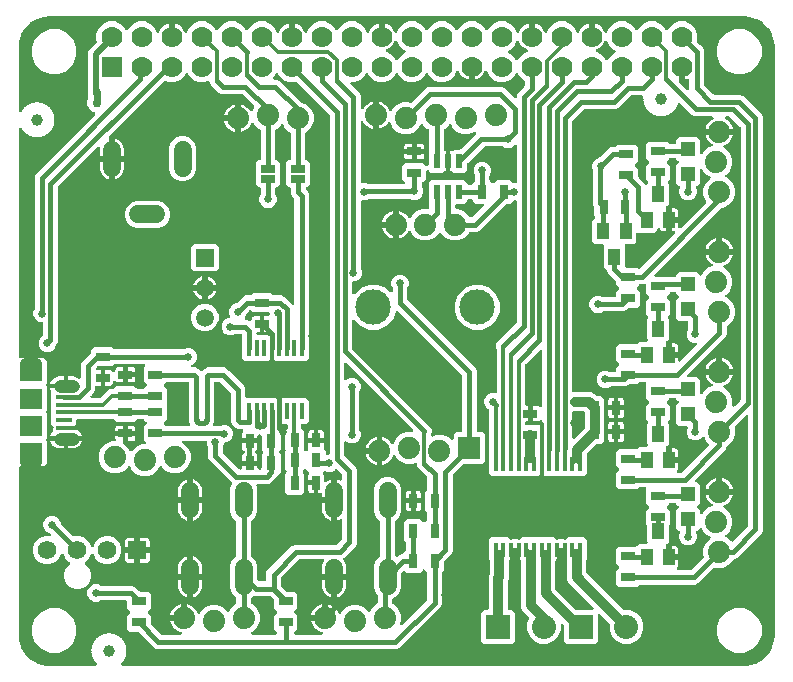
<source format=gbr>
G04 EAGLE Gerber RS-274X export*
G75*
%MOMM*%
%FSLAX34Y34*%
%LPD*%
%INTop Copper*%
%IPPOS*%
%AMOC8*
5,1,8,0,0,1.08239X$1,22.5*%
G01*
%ADD10R,1.500000X1.500000*%
%ADD11C,1.500000*%
%ADD12C,1.500000*%
%ADD13C,1.879600*%
%ADD14C,3.000000*%
%ADD15R,0.550000X1.200000*%
%ADD16R,1.778000X1.778000*%
%ADD17C,1.778000*%
%ADD18C,1.524000*%
%ADD19R,0.381000X1.397000*%
%ADD20R,0.400000X1.250000*%
%ADD21R,2.032000X2.032000*%
%ADD22C,2.032000*%
%ADD23R,0.800000X1.200000*%
%ADD24R,1.200000X0.800000*%
%ADD25R,1.270000X0.635000*%
%ADD26R,1.200000X1.200000*%
%ADD27R,1.000000X1.400000*%
%ADD28C,1.570000*%
%ADD29R,1.570000X1.570000*%
%ADD30R,1.879600X1.879600*%
%ADD31C,1.000000*%
%ADD32C,0.950000*%
%ADD33C,1.100000*%
%ADD34R,1.350000X0.400000*%
%ADD35R,1.900000X1.800000*%
%ADD36R,1.900000X1.575000*%
%ADD37C,0.406400*%
%ADD38C,0.654800*%
%ADD39C,0.304800*%
%ADD40C,0.812800*%
%ADD41C,0.508000*%
%ADD42C,0.754800*%
%ADD43C,0.609600*%

G36*
X69919Y5092D02*
X69919Y5092D01*
X70010Y5094D01*
X70076Y5112D01*
X70145Y5121D01*
X70229Y5154D01*
X70316Y5178D01*
X70376Y5212D01*
X70440Y5238D01*
X70514Y5291D01*
X70592Y5336D01*
X70642Y5384D01*
X70698Y5424D01*
X70756Y5494D01*
X70821Y5558D01*
X70856Y5616D01*
X70900Y5669D01*
X70939Y5752D01*
X70986Y5829D01*
X71007Y5895D01*
X71036Y5957D01*
X71053Y6046D01*
X71080Y6133D01*
X71083Y6202D01*
X71096Y6269D01*
X71090Y6360D01*
X71094Y6451D01*
X71080Y6518D01*
X71076Y6587D01*
X71048Y6673D01*
X71030Y6762D01*
X70999Y6824D01*
X70978Y6889D01*
X70929Y6966D01*
X70889Y7047D01*
X70845Y7100D01*
X70808Y7158D01*
X70742Y7220D01*
X70683Y7289D01*
X70588Y7365D01*
X70576Y7376D01*
X70570Y7380D01*
X70557Y7390D01*
X70554Y7392D01*
X70520Y7482D01*
X70484Y7599D01*
X70465Y7630D01*
X70451Y7665D01*
X70368Y7803D01*
X70069Y8229D01*
X70049Y8251D01*
X70034Y8277D01*
X69927Y8398D01*
X69559Y8766D01*
X69530Y8789D01*
X69506Y8817D01*
X69405Y8886D01*
X69308Y8961D01*
X69274Y8976D01*
X69243Y8997D01*
X69187Y9021D01*
X69179Y9038D01*
X69104Y9157D01*
X69033Y9278D01*
X69016Y9297D01*
X69010Y9307D01*
X68995Y9321D01*
X68926Y9399D01*
X68913Y9412D01*
X68895Y9507D01*
X68880Y9628D01*
X68866Y9663D01*
X68860Y9699D01*
X68801Y9849D01*
X68581Y10321D01*
X68565Y10346D01*
X68554Y10375D01*
X68470Y10512D01*
X68172Y10938D01*
X68150Y10963D01*
X68148Y10966D01*
X68146Y10968D01*
X68128Y10998D01*
X68041Y11083D01*
X67958Y11174D01*
X67927Y11194D01*
X67901Y11220D01*
X67850Y11255D01*
X67845Y11272D01*
X67792Y11402D01*
X67742Y11534D01*
X67729Y11556D01*
X67725Y11566D01*
X67713Y11582D01*
X67659Y11672D01*
X67648Y11687D01*
X67647Y11783D01*
X67653Y11905D01*
X67645Y11942D01*
X67645Y11979D01*
X67613Y12136D01*
X67479Y12639D01*
X67467Y12667D01*
X67462Y12697D01*
X67403Y12847D01*
X67183Y13318D01*
X67163Y13350D01*
X67150Y13385D01*
X67079Y13484D01*
X67014Y13588D01*
X66987Y13613D01*
X66965Y13643D01*
X66921Y13686D01*
X66919Y13704D01*
X66889Y13841D01*
X66864Y13980D01*
X66854Y14004D01*
X66852Y14014D01*
X66843Y14032D01*
X66805Y14130D01*
X66797Y14147D01*
X66813Y14241D01*
X66840Y14361D01*
X66839Y14398D01*
X66845Y14435D01*
X66841Y14596D01*
X66796Y15114D01*
X66789Y15144D01*
X66789Y15174D01*
X66757Y15332D01*
X66623Y15834D01*
X66609Y15868D01*
X66601Y15905D01*
X66549Y16015D01*
X66502Y16128D01*
X66480Y16158D01*
X66464Y16192D01*
X66428Y16242D01*
X66429Y16260D01*
X66424Y16401D01*
X66423Y16541D01*
X66418Y16566D01*
X66417Y16577D01*
X66411Y16597D01*
X66391Y16699D01*
X66386Y16717D01*
X66418Y16808D01*
X66465Y16920D01*
X66471Y16957D01*
X66483Y16992D01*
X66507Y17151D01*
X66553Y17669D01*
X66552Y17681D01*
X66554Y17693D01*
X66553Y17710D01*
X66556Y17730D01*
X66553Y17891D01*
X66507Y18409D01*
X66499Y18445D01*
X66499Y18482D01*
X66466Y18600D01*
X66440Y18720D01*
X66424Y18753D01*
X66414Y18789D01*
X66386Y18844D01*
X66391Y18861D01*
X66410Y19001D01*
X66433Y19139D01*
X66433Y19165D01*
X66434Y19176D01*
X66432Y19196D01*
X66429Y19300D01*
X66428Y19319D01*
X66475Y19403D01*
X66541Y19506D01*
X66553Y19541D01*
X66571Y19573D01*
X66623Y19726D01*
X66757Y20228D01*
X66761Y20258D01*
X66771Y20287D01*
X66796Y20446D01*
X66841Y20964D01*
X66840Y21002D01*
X66845Y21038D01*
X66833Y21160D01*
X66829Y21282D01*
X66818Y21318D01*
X66815Y21355D01*
X66797Y21414D01*
X66805Y21430D01*
X66848Y21564D01*
X66895Y21697D01*
X66899Y21722D01*
X66902Y21733D01*
X66903Y21753D01*
X66919Y21856D01*
X66921Y21875D01*
X66981Y21949D01*
X67065Y22039D01*
X67082Y22072D01*
X67106Y22100D01*
X67183Y22242D01*
X67403Y22713D01*
X67412Y22742D01*
X67427Y22769D01*
X67479Y22921D01*
X67613Y23424D01*
X67618Y23460D01*
X67630Y23495D01*
X67640Y23617D01*
X67656Y23739D01*
X67652Y23776D01*
X67655Y23812D01*
X67648Y23874D01*
X67659Y23888D01*
X67724Y24013D01*
X67793Y24135D01*
X67802Y24160D01*
X67807Y24170D01*
X67811Y24189D01*
X67845Y24288D01*
X67850Y24306D01*
X67923Y24369D01*
X68020Y24443D01*
X68043Y24472D01*
X68071Y24496D01*
X68172Y24622D01*
X68470Y25048D01*
X68485Y25075D01*
X68504Y25098D01*
X68581Y25239D01*
X68801Y25711D01*
X68812Y25746D01*
X68830Y25779D01*
X68861Y25897D01*
X68898Y26014D01*
X68900Y26051D01*
X68910Y26087D01*
X68914Y26148D01*
X68926Y26161D01*
X69013Y26272D01*
X69102Y26381D01*
X69114Y26403D01*
X69121Y26412D01*
X69129Y26430D01*
X69179Y26522D01*
X69187Y26539D01*
X69270Y26588D01*
X69379Y26644D01*
X69406Y26669D01*
X69438Y26688D01*
X69559Y26794D01*
X69927Y27162D01*
X69946Y27186D01*
X69969Y27206D01*
X70069Y27331D01*
X70368Y27757D01*
X70385Y27790D01*
X70408Y27819D01*
X70459Y27931D01*
X70516Y28039D01*
X70525Y28075D01*
X70540Y28109D01*
X70555Y28169D01*
X70569Y28179D01*
X70641Y28244D01*
X70678Y28271D01*
X70697Y28293D01*
X70781Y28365D01*
X70797Y28385D01*
X70805Y28393D01*
X70816Y28409D01*
X70881Y28491D01*
X70892Y28506D01*
X70982Y28540D01*
X71099Y28576D01*
X71130Y28595D01*
X71165Y28609D01*
X71303Y28692D01*
X71729Y28991D01*
X71751Y29011D01*
X71777Y29026D01*
X71898Y29133D01*
X72266Y29501D01*
X72289Y29530D01*
X72317Y29554D01*
X72386Y29655D01*
X72461Y29752D01*
X72476Y29786D01*
X72497Y29817D01*
X72521Y29873D01*
X72538Y29881D01*
X72657Y29956D01*
X72778Y30027D01*
X72797Y30044D01*
X72807Y30050D01*
X72821Y30065D01*
X72899Y30134D01*
X72912Y30147D01*
X73007Y30165D01*
X73128Y30180D01*
X73163Y30194D01*
X73199Y30200D01*
X73349Y30259D01*
X73821Y30479D01*
X73846Y30495D01*
X73875Y30506D01*
X74012Y30590D01*
X74438Y30888D01*
X74466Y30913D01*
X74498Y30932D01*
X74583Y31019D01*
X74674Y31102D01*
X74694Y31133D01*
X74720Y31159D01*
X74755Y31210D01*
X74772Y31215D01*
X74902Y31268D01*
X75034Y31318D01*
X75056Y31331D01*
X75066Y31335D01*
X75082Y31347D01*
X75172Y31401D01*
X75187Y31412D01*
X75283Y31413D01*
X75405Y31407D01*
X75442Y31415D01*
X75479Y31415D01*
X75636Y31447D01*
X76139Y31581D01*
X76167Y31593D01*
X76197Y31598D01*
X76347Y31657D01*
X76818Y31877D01*
X76839Y31890D01*
X76844Y31892D01*
X76851Y31897D01*
X76884Y31910D01*
X76984Y31981D01*
X77088Y32046D01*
X77113Y32073D01*
X77143Y32095D01*
X77186Y32139D01*
X77204Y32141D01*
X77341Y32171D01*
X77480Y32196D01*
X77504Y32206D01*
X77515Y32208D01*
X77532Y32217D01*
X77630Y32255D01*
X77647Y32263D01*
X77742Y32247D01*
X77861Y32220D01*
X77898Y32221D01*
X77935Y32215D01*
X78095Y32219D01*
X78614Y32264D01*
X78643Y32271D01*
X78674Y32271D01*
X78832Y32303D01*
X79334Y32437D01*
X79368Y32451D01*
X79405Y32459D01*
X79515Y32511D01*
X79628Y32558D01*
X79658Y32580D01*
X79692Y32596D01*
X79742Y32632D01*
X79760Y32631D01*
X79901Y32636D01*
X80041Y32637D01*
X80066Y32642D01*
X80077Y32643D01*
X80097Y32649D01*
X80199Y32669D01*
X80217Y32674D01*
X80307Y32642D01*
X80420Y32595D01*
X80457Y32589D01*
X80492Y32577D01*
X80651Y32553D01*
X81169Y32507D01*
X81200Y32509D01*
X81230Y32504D01*
X81391Y32507D01*
X81909Y32553D01*
X81945Y32561D01*
X81982Y32561D01*
X82100Y32594D01*
X82220Y32620D01*
X82253Y32636D01*
X82289Y32646D01*
X82344Y32674D01*
X82361Y32669D01*
X82501Y32650D01*
X82639Y32627D01*
X82665Y32627D01*
X82676Y32626D01*
X82696Y32628D01*
X82800Y32631D01*
X82819Y32632D01*
X82903Y32585D01*
X83006Y32519D01*
X83041Y32507D01*
X83073Y32489D01*
X83226Y32437D01*
X83728Y32303D01*
X83758Y32299D01*
X83787Y32289D01*
X83946Y32264D01*
X84465Y32219D01*
X84501Y32220D01*
X84538Y32215D01*
X84660Y32227D01*
X84782Y32231D01*
X84818Y32242D01*
X84855Y32245D01*
X84914Y32263D01*
X84931Y32255D01*
X85064Y32212D01*
X85197Y32165D01*
X85223Y32161D01*
X85233Y32158D01*
X85253Y32157D01*
X85356Y32141D01*
X85375Y32139D01*
X85449Y32078D01*
X85539Y31995D01*
X85572Y31978D01*
X85600Y31954D01*
X85742Y31877D01*
X86213Y31657D01*
X86242Y31648D01*
X86268Y31633D01*
X86421Y31581D01*
X86924Y31447D01*
X86960Y31442D01*
X86995Y31430D01*
X87117Y31420D01*
X87239Y31404D01*
X87276Y31408D01*
X87312Y31405D01*
X87374Y31412D01*
X87388Y31401D01*
X87513Y31336D01*
X87635Y31267D01*
X87660Y31258D01*
X87670Y31253D01*
X87689Y31249D01*
X87788Y31215D01*
X87806Y31210D01*
X87869Y31137D01*
X87943Y31040D01*
X87972Y31017D01*
X87996Y30989D01*
X88122Y30888D01*
X88548Y30590D01*
X88575Y30575D01*
X88598Y30556D01*
X88739Y30479D01*
X89211Y30259D01*
X89246Y30248D01*
X89279Y30230D01*
X89397Y30199D01*
X89514Y30162D01*
X89551Y30160D01*
X89587Y30150D01*
X89648Y30146D01*
X89661Y30134D01*
X89773Y30047D01*
X89881Y29958D01*
X89903Y29946D01*
X89912Y29939D01*
X89931Y29931D01*
X90022Y29881D01*
X90039Y29873D01*
X90088Y29790D01*
X90144Y29681D01*
X90169Y29654D01*
X90188Y29622D01*
X90294Y29501D01*
X90662Y29133D01*
X90686Y29114D01*
X90706Y29091D01*
X90831Y28991D01*
X91257Y28692D01*
X91290Y28675D01*
X91319Y28652D01*
X91431Y28601D01*
X91539Y28544D01*
X91575Y28535D01*
X91609Y28520D01*
X91669Y28505D01*
X91679Y28491D01*
X91771Y28389D01*
X91772Y28388D01*
X91773Y28386D01*
X91865Y28279D01*
X91885Y28263D01*
X91893Y28255D01*
X91909Y28244D01*
X91991Y28179D01*
X92006Y28168D01*
X92040Y28078D01*
X92076Y27961D01*
X92095Y27930D01*
X92109Y27895D01*
X92192Y27757D01*
X92491Y27331D01*
X92511Y27309D01*
X92527Y27283D01*
X92633Y27162D01*
X93001Y26794D01*
X93030Y26771D01*
X93054Y26743D01*
X93155Y26674D01*
X93252Y26599D01*
X93286Y26584D01*
X93317Y26563D01*
X93373Y26539D01*
X93381Y26522D01*
X93456Y26403D01*
X93527Y26282D01*
X93544Y26263D01*
X93550Y26253D01*
X93565Y26239D01*
X93634Y26161D01*
X93647Y26148D01*
X93665Y26053D01*
X93680Y25932D01*
X93694Y25897D01*
X93700Y25861D01*
X93759Y25711D01*
X93979Y25239D01*
X93995Y25214D01*
X94006Y25185D01*
X94090Y25048D01*
X94388Y24622D01*
X94413Y24594D01*
X94432Y24562D01*
X94520Y24477D01*
X94602Y24386D01*
X94633Y24366D01*
X94659Y24340D01*
X94710Y24305D01*
X94715Y24288D01*
X94768Y24158D01*
X94818Y24026D01*
X94831Y24004D01*
X94835Y23994D01*
X94847Y23978D01*
X94901Y23888D01*
X94912Y23873D01*
X94913Y23777D01*
X94907Y23655D01*
X94915Y23618D01*
X94915Y23581D01*
X94947Y23423D01*
X95081Y22921D01*
X95093Y22893D01*
X95098Y22863D01*
X95157Y22713D01*
X95377Y22242D01*
X95397Y22210D01*
X95410Y22176D01*
X95481Y22076D01*
X95546Y21973D01*
X95573Y21947D01*
X95595Y21917D01*
X95639Y21874D01*
X95641Y21856D01*
X95671Y21719D01*
X95696Y21581D01*
X95706Y21556D01*
X95708Y21545D01*
X95717Y21528D01*
X95755Y21431D01*
X95763Y21413D01*
X95747Y21318D01*
X95720Y21199D01*
X95721Y21162D01*
X95715Y21125D01*
X95719Y20964D01*
X95764Y20446D01*
X95771Y20417D01*
X95771Y20386D01*
X95803Y20228D01*
X95937Y19726D01*
X95951Y19692D01*
X95959Y19655D01*
X96011Y19545D01*
X96058Y19432D01*
X96080Y19402D01*
X96096Y19368D01*
X96132Y19318D01*
X96131Y19300D01*
X96136Y19159D01*
X96137Y19019D01*
X96142Y18994D01*
X96143Y18983D01*
X96149Y18963D01*
X96169Y18861D01*
X96174Y18843D01*
X96142Y18752D01*
X96095Y18640D01*
X96089Y18603D01*
X96077Y18568D01*
X96053Y18409D01*
X96007Y17891D01*
X96008Y17867D01*
X96006Y17854D01*
X96006Y17846D01*
X96004Y17830D01*
X96007Y17669D01*
X96053Y17151D01*
X96061Y17115D01*
X96061Y17078D01*
X96094Y16960D01*
X96120Y16840D01*
X96136Y16807D01*
X96146Y16771D01*
X96174Y16716D01*
X96169Y16699D01*
X96150Y16559D01*
X96127Y16421D01*
X96127Y16395D01*
X96126Y16384D01*
X96128Y16364D01*
X96131Y16260D01*
X96132Y16241D01*
X96085Y16157D01*
X96019Y16054D01*
X96007Y16019D01*
X95989Y15987D01*
X95937Y15834D01*
X95803Y15332D01*
X95799Y15302D01*
X95789Y15273D01*
X95764Y15114D01*
X95719Y14595D01*
X95720Y14559D01*
X95715Y14522D01*
X95727Y14400D01*
X95731Y14278D01*
X95742Y14242D01*
X95745Y14205D01*
X95763Y14146D01*
X95755Y14129D01*
X95712Y13996D01*
X95665Y13863D01*
X95661Y13837D01*
X95658Y13827D01*
X95657Y13807D01*
X95641Y13704D01*
X95639Y13685D01*
X95578Y13611D01*
X95495Y13521D01*
X95478Y13488D01*
X95454Y13460D01*
X95377Y13318D01*
X95157Y12847D01*
X95148Y12818D01*
X95133Y12792D01*
X95081Y12639D01*
X94947Y12136D01*
X94942Y12100D01*
X94930Y12065D01*
X94920Y11943D01*
X94904Y11821D01*
X94908Y11784D01*
X94905Y11748D01*
X94912Y11686D01*
X94901Y11672D01*
X94836Y11547D01*
X94767Y11425D01*
X94758Y11400D01*
X94753Y11390D01*
X94749Y11371D01*
X94715Y11272D01*
X94710Y11254D01*
X94637Y11191D01*
X94540Y11117D01*
X94517Y11088D01*
X94489Y11064D01*
X94388Y10938D01*
X94090Y10512D01*
X94075Y10485D01*
X94056Y10462D01*
X93979Y10321D01*
X93759Y9849D01*
X93748Y9814D01*
X93730Y9781D01*
X93699Y9663D01*
X93662Y9546D01*
X93660Y9509D01*
X93650Y9473D01*
X93646Y9412D01*
X93634Y9399D01*
X93547Y9288D01*
X93458Y9179D01*
X93446Y9157D01*
X93439Y9148D01*
X93431Y9130D01*
X93381Y9038D01*
X93373Y9021D01*
X93290Y8972D01*
X93181Y8916D01*
X93154Y8891D01*
X93122Y8872D01*
X93001Y8766D01*
X92633Y8398D01*
X92614Y8374D01*
X92591Y8354D01*
X92491Y8229D01*
X92192Y7803D01*
X92175Y7770D01*
X92152Y7741D01*
X92101Y7629D01*
X92044Y7521D01*
X92035Y7485D01*
X92020Y7451D01*
X92005Y7391D01*
X92003Y7390D01*
X91936Y7329D01*
X91862Y7276D01*
X91818Y7222D01*
X91767Y7176D01*
X91717Y7100D01*
X91660Y7031D01*
X91630Y6968D01*
X91592Y6911D01*
X91563Y6825D01*
X91524Y6743D01*
X91511Y6675D01*
X91489Y6610D01*
X91481Y6519D01*
X91464Y6430D01*
X91469Y6362D01*
X91463Y6293D01*
X91478Y6204D01*
X91484Y6113D01*
X91505Y6048D01*
X91517Y5980D01*
X91554Y5897D01*
X91582Y5811D01*
X91619Y5752D01*
X91647Y5689D01*
X91704Y5619D01*
X91752Y5542D01*
X91802Y5495D01*
X91845Y5441D01*
X91918Y5386D01*
X91984Y5324D01*
X92044Y5291D01*
X92099Y5249D01*
X92183Y5214D01*
X92262Y5170D01*
X92329Y5153D01*
X92393Y5127D01*
X92482Y5114D01*
X92570Y5091D01*
X92692Y5083D01*
X92707Y5081D01*
X92715Y5082D01*
X92731Y5081D01*
X620000Y5081D01*
X620021Y5083D01*
X620083Y5083D01*
X623170Y5286D01*
X623213Y5294D01*
X623258Y5295D01*
X623415Y5326D01*
X629379Y6924D01*
X629458Y6957D01*
X629541Y6980D01*
X629664Y7040D01*
X629673Y7044D01*
X629677Y7047D01*
X629685Y7051D01*
X635032Y10138D01*
X635100Y10190D01*
X635174Y10233D01*
X635277Y10324D01*
X635285Y10330D01*
X635288Y10334D01*
X635295Y10340D01*
X639660Y14705D01*
X639713Y14773D01*
X639773Y14834D01*
X639849Y14948D01*
X639855Y14957D01*
X639857Y14961D01*
X639862Y14968D01*
X642949Y20315D01*
X642982Y20394D01*
X643024Y20468D01*
X643068Y20598D01*
X643072Y20608D01*
X643073Y20613D01*
X643076Y20621D01*
X644674Y26585D01*
X644680Y26628D01*
X644694Y26670D01*
X644714Y26830D01*
X644917Y29917D01*
X644915Y29938D01*
X644919Y30000D01*
X644919Y530000D01*
X644917Y530021D01*
X644917Y530083D01*
X644714Y533170D01*
X644706Y533213D01*
X644705Y533258D01*
X644695Y533308D01*
X644694Y533326D01*
X644688Y533345D01*
X644674Y533415D01*
X643076Y539379D01*
X643043Y539458D01*
X643020Y539541D01*
X642960Y539664D01*
X642956Y539673D01*
X642953Y539677D01*
X642949Y539685D01*
X639862Y545032D01*
X639810Y545100D01*
X639767Y545174D01*
X639676Y545277D01*
X639670Y545285D01*
X639666Y545288D01*
X639660Y545295D01*
X635295Y549660D01*
X635227Y549713D01*
X635166Y549773D01*
X635052Y549849D01*
X635043Y549855D01*
X635039Y549857D01*
X635032Y549862D01*
X629685Y552949D01*
X629606Y552982D01*
X629532Y553024D01*
X629402Y553068D01*
X629392Y553072D01*
X629387Y553073D01*
X629379Y553076D01*
X623415Y554674D01*
X623372Y554680D01*
X623330Y554694D01*
X623170Y554714D01*
X620083Y554917D01*
X620062Y554915D01*
X620000Y554919D01*
X30000Y554919D01*
X29979Y554917D01*
X29917Y554917D01*
X26830Y554714D01*
X26787Y554706D01*
X26742Y554705D01*
X26585Y554674D01*
X20621Y553076D01*
X20542Y553043D01*
X20459Y553020D01*
X20336Y552960D01*
X20327Y552956D01*
X20323Y552953D01*
X20315Y552949D01*
X14968Y549862D01*
X14900Y549810D01*
X14826Y549767D01*
X14723Y549676D01*
X14715Y549670D01*
X14712Y549666D01*
X14705Y549660D01*
X10340Y545295D01*
X10287Y545227D01*
X10227Y545166D01*
X10151Y545052D01*
X10145Y545043D01*
X10143Y545039D01*
X10138Y545032D01*
X7051Y539685D01*
X7018Y539606D01*
X6976Y539532D01*
X6932Y539402D01*
X6928Y539392D01*
X6927Y539387D01*
X6924Y539379D01*
X5326Y533415D01*
X5320Y533372D01*
X5306Y533330D01*
X5286Y533170D01*
X5083Y530083D01*
X5085Y530062D01*
X5081Y530000D01*
X5081Y475183D01*
X5092Y475094D01*
X5094Y475003D01*
X5112Y474936D01*
X5121Y474868D01*
X5154Y474784D01*
X5178Y474696D01*
X5212Y474636D01*
X5238Y474572D01*
X5291Y474499D01*
X5336Y474420D01*
X5384Y474371D01*
X5424Y474315D01*
X5494Y474257D01*
X5558Y474192D01*
X5616Y474156D01*
X5669Y474112D01*
X5752Y474073D01*
X5829Y474026D01*
X5895Y474006D01*
X5957Y473977D01*
X6046Y473960D01*
X6133Y473933D01*
X6202Y473930D01*
X6269Y473917D01*
X6360Y473922D01*
X6451Y473918D01*
X6518Y473932D01*
X6587Y473937D01*
X6673Y473964D01*
X6762Y473983D01*
X6824Y474013D01*
X6889Y474035D01*
X6966Y474083D01*
X7047Y474123D01*
X7100Y474168D01*
X7158Y474205D01*
X7220Y474271D01*
X7289Y474330D01*
X7365Y474425D01*
X7376Y474436D01*
X7380Y474443D01*
X7390Y474455D01*
X7510Y474628D01*
X7525Y474655D01*
X7544Y474678D01*
X7621Y474819D01*
X7841Y475291D01*
X7852Y475326D01*
X7870Y475359D01*
X7901Y475477D01*
X7938Y475594D01*
X7940Y475631D01*
X7950Y475667D01*
X7954Y475728D01*
X7966Y475741D01*
X8052Y475852D01*
X8142Y475961D01*
X8154Y475983D01*
X8161Y475992D01*
X8169Y476010D01*
X8219Y476102D01*
X8227Y476119D01*
X8310Y476168D01*
X8419Y476224D01*
X8446Y476249D01*
X8478Y476268D01*
X8599Y476374D01*
X8967Y476742D01*
X8986Y476766D01*
X9009Y476786D01*
X9109Y476911D01*
X9408Y477337D01*
X9425Y477370D01*
X9448Y477399D01*
X9499Y477511D01*
X9556Y477619D01*
X9565Y477655D01*
X9580Y477689D01*
X9595Y477749D01*
X9609Y477759D01*
X9714Y477853D01*
X9821Y477945D01*
X9837Y477965D01*
X9845Y477973D01*
X9856Y477989D01*
X9921Y478071D01*
X9932Y478086D01*
X10022Y478120D01*
X10139Y478156D01*
X10170Y478175D01*
X10205Y478189D01*
X10343Y478272D01*
X10769Y478571D01*
X10791Y478591D01*
X10817Y478606D01*
X10938Y478713D01*
X11306Y479081D01*
X11329Y479110D01*
X11357Y479134D01*
X11426Y479235D01*
X11501Y479332D01*
X11516Y479366D01*
X11537Y479397D01*
X11561Y479453D01*
X11578Y479461D01*
X11697Y479536D01*
X11818Y479607D01*
X11837Y479624D01*
X11847Y479630D01*
X11861Y479645D01*
X11939Y479714D01*
X11952Y479727D01*
X12047Y479745D01*
X12168Y479760D01*
X12203Y479774D01*
X12239Y479780D01*
X12389Y479839D01*
X12861Y480059D01*
X12886Y480075D01*
X12915Y480086D01*
X13052Y480170D01*
X13478Y480468D01*
X13506Y480493D01*
X13538Y480512D01*
X13623Y480600D01*
X13714Y480682D01*
X13734Y480713D01*
X13760Y480739D01*
X13795Y480790D01*
X13812Y480795D01*
X13942Y480848D01*
X14074Y480898D01*
X14096Y480911D01*
X14106Y480915D01*
X14122Y480927D01*
X14212Y480981D01*
X14227Y480992D01*
X14323Y480993D01*
X14445Y480987D01*
X14482Y480995D01*
X14519Y480995D01*
X14676Y481027D01*
X15179Y481161D01*
X15207Y481173D01*
X15237Y481178D01*
X15387Y481237D01*
X15858Y481457D01*
X15890Y481477D01*
X15924Y481490D01*
X16024Y481561D01*
X16128Y481626D01*
X16153Y481653D01*
X16183Y481675D01*
X16226Y481719D01*
X16244Y481721D01*
X16381Y481751D01*
X16520Y481776D01*
X16544Y481786D01*
X16555Y481788D01*
X16572Y481797D01*
X16670Y481835D01*
X16687Y481843D01*
X16782Y481827D01*
X16901Y481800D01*
X16938Y481801D01*
X16975Y481795D01*
X17135Y481799D01*
X17654Y481844D01*
X17683Y481851D01*
X17714Y481851D01*
X17872Y481883D01*
X18374Y482017D01*
X18408Y482031D01*
X18445Y482039D01*
X18555Y482091D01*
X18669Y482138D01*
X18698Y482160D01*
X18732Y482176D01*
X18782Y482212D01*
X18800Y482211D01*
X18940Y482216D01*
X19081Y482217D01*
X19106Y482222D01*
X19117Y482223D01*
X19137Y482229D01*
X19239Y482249D01*
X19257Y482254D01*
X19348Y482222D01*
X19460Y482175D01*
X19497Y482169D01*
X19532Y482157D01*
X19691Y482133D01*
X20209Y482087D01*
X20240Y482089D01*
X20270Y482084D01*
X20431Y482087D01*
X20949Y482133D01*
X20985Y482141D01*
X21022Y482141D01*
X21140Y482174D01*
X21260Y482200D01*
X21293Y482217D01*
X21329Y482226D01*
X21384Y482254D01*
X21401Y482249D01*
X21541Y482230D01*
X21679Y482207D01*
X21705Y482207D01*
X21716Y482206D01*
X21736Y482208D01*
X21840Y482211D01*
X21859Y482212D01*
X21943Y482165D01*
X22046Y482099D01*
X22081Y482087D01*
X22113Y482069D01*
X22266Y482017D01*
X22768Y481883D01*
X22798Y481879D01*
X22827Y481869D01*
X22986Y481844D01*
X23505Y481799D01*
X23541Y481800D01*
X23578Y481795D01*
X23700Y481807D01*
X23822Y481811D01*
X23858Y481822D01*
X23895Y481825D01*
X23954Y481843D01*
X23971Y481835D01*
X24104Y481792D01*
X24237Y481745D01*
X24263Y481741D01*
X24273Y481738D01*
X24293Y481737D01*
X24396Y481721D01*
X24415Y481719D01*
X24489Y481658D01*
X24579Y481575D01*
X24612Y481558D01*
X24640Y481534D01*
X24782Y481457D01*
X25253Y481237D01*
X25282Y481228D01*
X25308Y481213D01*
X25461Y481161D01*
X25964Y481027D01*
X26000Y481022D01*
X26035Y481010D01*
X26157Y481000D01*
X26279Y480984D01*
X26316Y480988D01*
X26352Y480985D01*
X26414Y480992D01*
X26428Y480981D01*
X26553Y480916D01*
X26675Y480847D01*
X26700Y480838D01*
X26710Y480833D01*
X26729Y480829D01*
X26828Y480795D01*
X26846Y480790D01*
X26909Y480717D01*
X26983Y480620D01*
X27012Y480597D01*
X27036Y480569D01*
X27162Y480468D01*
X27588Y480170D01*
X27615Y480155D01*
X27638Y480136D01*
X27779Y480059D01*
X28251Y479839D01*
X28286Y479828D01*
X28319Y479810D01*
X28437Y479779D01*
X28554Y479742D01*
X28591Y479740D01*
X28627Y479730D01*
X28688Y479726D01*
X28701Y479714D01*
X28813Y479627D01*
X28921Y479538D01*
X28943Y479526D01*
X28952Y479519D01*
X28971Y479511D01*
X29062Y479461D01*
X29079Y479453D01*
X29128Y479370D01*
X29184Y479261D01*
X29209Y479234D01*
X29228Y479202D01*
X29334Y479081D01*
X29702Y478713D01*
X29726Y478694D01*
X29746Y478671D01*
X29871Y478571D01*
X30297Y478272D01*
X30330Y478255D01*
X30359Y478232D01*
X30471Y478181D01*
X30579Y478124D01*
X30615Y478115D01*
X30649Y478100D01*
X30709Y478085D01*
X30719Y478071D01*
X30813Y477966D01*
X30905Y477859D01*
X30925Y477843D01*
X30933Y477835D01*
X30949Y477824D01*
X31031Y477759D01*
X31046Y477748D01*
X31080Y477658D01*
X31116Y477541D01*
X31135Y477510D01*
X31149Y477475D01*
X31232Y477337D01*
X31531Y476911D01*
X31551Y476889D01*
X31567Y476863D01*
X31673Y476742D01*
X32041Y476374D01*
X32070Y476351D01*
X32094Y476323D01*
X32195Y476254D01*
X32292Y476179D01*
X32326Y476164D01*
X32357Y476143D01*
X32413Y476119D01*
X32421Y476102D01*
X32496Y475983D01*
X32567Y475862D01*
X32584Y475843D01*
X32590Y475833D01*
X32605Y475819D01*
X32674Y475741D01*
X32687Y475728D01*
X32705Y475633D01*
X32720Y475512D01*
X32734Y475477D01*
X32740Y475441D01*
X32799Y475291D01*
X33019Y474819D01*
X33035Y474794D01*
X33046Y474765D01*
X33130Y474628D01*
X33428Y474202D01*
X33453Y474174D01*
X33472Y474142D01*
X33560Y474057D01*
X33642Y473966D01*
X33673Y473946D01*
X33699Y473920D01*
X33750Y473885D01*
X33755Y473868D01*
X33808Y473738D01*
X33858Y473606D01*
X33871Y473584D01*
X33875Y473574D01*
X33887Y473558D01*
X33941Y473468D01*
X33952Y473453D01*
X33953Y473357D01*
X33947Y473235D01*
X33955Y473198D01*
X33955Y473161D01*
X33987Y473003D01*
X34121Y472501D01*
X34133Y472473D01*
X34138Y472443D01*
X34197Y472293D01*
X34417Y471822D01*
X34437Y471790D01*
X34450Y471756D01*
X34521Y471656D01*
X34586Y471553D01*
X34613Y471527D01*
X34635Y471497D01*
X34679Y471454D01*
X34681Y471436D01*
X34711Y471299D01*
X34736Y471161D01*
X34746Y471136D01*
X34748Y471125D01*
X34757Y471108D01*
X34795Y471011D01*
X34803Y470993D01*
X34787Y470898D01*
X34760Y470779D01*
X34761Y470742D01*
X34755Y470705D01*
X34759Y470544D01*
X34804Y470026D01*
X34811Y469997D01*
X34811Y469966D01*
X34843Y469808D01*
X34977Y469306D01*
X34991Y469272D01*
X34999Y469235D01*
X35044Y469139D01*
X35061Y469087D01*
X35077Y469063D01*
X35098Y469012D01*
X35120Y468982D01*
X35136Y468948D01*
X35172Y468898D01*
X35171Y468880D01*
X35176Y468739D01*
X35177Y468599D01*
X35182Y468574D01*
X35183Y468563D01*
X35189Y468543D01*
X35209Y468441D01*
X35214Y468423D01*
X35182Y468332D01*
X35135Y468220D01*
X35129Y468183D01*
X35117Y468148D01*
X35093Y467989D01*
X35047Y467471D01*
X35049Y467440D01*
X35044Y467410D01*
X35047Y467249D01*
X35093Y466731D01*
X35101Y466695D01*
X35101Y466658D01*
X35134Y466540D01*
X35160Y466420D01*
X35176Y466387D01*
X35186Y466351D01*
X35214Y466296D01*
X35209Y466279D01*
X35190Y466139D01*
X35167Y466001D01*
X35167Y465975D01*
X35166Y465964D01*
X35168Y465944D01*
X35171Y465840D01*
X35172Y465821D01*
X35125Y465737D01*
X35059Y465634D01*
X35047Y465599D01*
X35029Y465567D01*
X34977Y465414D01*
X34843Y464912D01*
X34839Y464882D01*
X34829Y464853D01*
X34804Y464694D01*
X34759Y464175D01*
X34760Y464139D01*
X34755Y464102D01*
X34767Y463980D01*
X34771Y463858D01*
X34782Y463822D01*
X34785Y463785D01*
X34803Y463726D01*
X34795Y463709D01*
X34752Y463576D01*
X34705Y463443D01*
X34701Y463417D01*
X34698Y463407D01*
X34697Y463387D01*
X34681Y463284D01*
X34679Y463265D01*
X34618Y463191D01*
X34535Y463101D01*
X34518Y463068D01*
X34494Y463040D01*
X34417Y462898D01*
X34197Y462427D01*
X34188Y462398D01*
X34173Y462372D01*
X34121Y462219D01*
X33987Y461716D01*
X33982Y461680D01*
X33970Y461645D01*
X33960Y461523D01*
X33944Y461401D01*
X33948Y461364D01*
X33945Y461328D01*
X33952Y461266D01*
X33941Y461252D01*
X33876Y461127D01*
X33807Y461005D01*
X33798Y460980D01*
X33793Y460970D01*
X33789Y460951D01*
X33755Y460852D01*
X33750Y460834D01*
X33677Y460771D01*
X33580Y460697D01*
X33557Y460668D01*
X33529Y460644D01*
X33428Y460518D01*
X33130Y460092D01*
X33115Y460065D01*
X33096Y460042D01*
X33019Y459901D01*
X32799Y459429D01*
X32788Y459394D01*
X32770Y459361D01*
X32739Y459243D01*
X32702Y459126D01*
X32700Y459089D01*
X32690Y459053D01*
X32686Y458992D01*
X32674Y458979D01*
X32587Y458868D01*
X32498Y458759D01*
X32486Y458737D01*
X32479Y458728D01*
X32471Y458709D01*
X32421Y458618D01*
X32413Y458601D01*
X32330Y458552D01*
X32221Y458496D01*
X32194Y458471D01*
X32162Y458452D01*
X32041Y458346D01*
X31673Y457978D01*
X31654Y457954D01*
X31631Y457934D01*
X31531Y457809D01*
X31232Y457383D01*
X31215Y457350D01*
X31192Y457321D01*
X31141Y457209D01*
X31084Y457101D01*
X31075Y457065D01*
X31060Y457031D01*
X31045Y456971D01*
X31031Y456961D01*
X30926Y456867D01*
X30819Y456775D01*
X30803Y456755D01*
X30795Y456747D01*
X30784Y456731D01*
X30719Y456649D01*
X30708Y456634D01*
X30618Y456600D01*
X30501Y456564D01*
X30470Y456545D01*
X30435Y456531D01*
X30297Y456448D01*
X29871Y456149D01*
X29849Y456129D01*
X29823Y456113D01*
X29702Y456007D01*
X29334Y455639D01*
X29311Y455610D01*
X29283Y455586D01*
X29214Y455485D01*
X29139Y455388D01*
X29124Y455354D01*
X29103Y455323D01*
X29079Y455267D01*
X29062Y455259D01*
X28943Y455184D01*
X28822Y455113D01*
X28803Y455096D01*
X28793Y455090D01*
X28779Y455075D01*
X28701Y455006D01*
X28688Y454993D01*
X28593Y454975D01*
X28472Y454960D01*
X28437Y454946D01*
X28401Y454940D01*
X28251Y454881D01*
X27779Y454661D01*
X27754Y454645D01*
X27725Y454634D01*
X27588Y454550D01*
X27162Y454252D01*
X27134Y454227D01*
X27102Y454208D01*
X27017Y454120D01*
X26926Y454038D01*
X26906Y454007D01*
X26880Y453981D01*
X26845Y453930D01*
X26828Y453925D01*
X26698Y453872D01*
X26566Y453822D01*
X26544Y453809D01*
X26534Y453805D01*
X26518Y453793D01*
X26428Y453739D01*
X26413Y453728D01*
X26317Y453727D01*
X26195Y453733D01*
X26158Y453725D01*
X26121Y453725D01*
X25964Y453693D01*
X25461Y453559D01*
X25433Y453547D01*
X25403Y453542D01*
X25253Y453483D01*
X24782Y453263D01*
X24750Y453243D01*
X24716Y453230D01*
X24616Y453159D01*
X24512Y453094D01*
X24487Y453067D01*
X24457Y453045D01*
X24414Y453001D01*
X24396Y452999D01*
X24259Y452969D01*
X24120Y452944D01*
X24096Y452934D01*
X24086Y452932D01*
X24068Y452923D01*
X23970Y452885D01*
X23953Y452877D01*
X23858Y452893D01*
X23739Y452920D01*
X23702Y452919D01*
X23665Y452925D01*
X23504Y452921D01*
X22986Y452876D01*
X22957Y452869D01*
X22926Y452869D01*
X22768Y452837D01*
X22266Y452703D01*
X22232Y452689D01*
X22195Y452681D01*
X22085Y452629D01*
X21972Y452582D01*
X21942Y452560D01*
X21908Y452544D01*
X21858Y452508D01*
X21840Y452509D01*
X21699Y452504D01*
X21559Y452503D01*
X21534Y452498D01*
X21523Y452497D01*
X21503Y452491D01*
X21401Y452471D01*
X21383Y452466D01*
X21292Y452498D01*
X21180Y452545D01*
X21143Y452551D01*
X21108Y452563D01*
X20949Y452587D01*
X20431Y452633D01*
X20400Y452631D01*
X20370Y452636D01*
X20209Y452633D01*
X19691Y452587D01*
X19655Y452579D01*
X19618Y452579D01*
X19500Y452546D01*
X19380Y452520D01*
X19347Y452504D01*
X19311Y452494D01*
X19256Y452466D01*
X19239Y452471D01*
X19099Y452490D01*
X18961Y452513D01*
X18935Y452513D01*
X18924Y452514D01*
X18904Y452512D01*
X18800Y452509D01*
X18781Y452508D01*
X18697Y452555D01*
X18594Y452621D01*
X18559Y452633D01*
X18527Y452651D01*
X18374Y452703D01*
X17872Y452837D01*
X17842Y452841D01*
X17813Y452851D01*
X17654Y452876D01*
X17136Y452921D01*
X17098Y452920D01*
X17062Y452925D01*
X16940Y452913D01*
X16818Y452909D01*
X16782Y452898D01*
X16745Y452895D01*
X16686Y452877D01*
X16670Y452885D01*
X16536Y452928D01*
X16403Y452975D01*
X16378Y452979D01*
X16367Y452982D01*
X16347Y452983D01*
X16244Y452999D01*
X16225Y453001D01*
X16151Y453062D01*
X16061Y453145D01*
X16028Y453162D01*
X16000Y453186D01*
X15858Y453263D01*
X15387Y453483D01*
X15358Y453492D01*
X15332Y453507D01*
X15179Y453559D01*
X14676Y453693D01*
X14640Y453698D01*
X14605Y453710D01*
X14483Y453720D01*
X14361Y453736D01*
X14324Y453732D01*
X14288Y453735D01*
X14226Y453728D01*
X14212Y453739D01*
X14087Y453804D01*
X13965Y453873D01*
X13940Y453882D01*
X13930Y453887D01*
X13911Y453891D01*
X13812Y453925D01*
X13794Y453930D01*
X13731Y454003D01*
X13657Y454100D01*
X13628Y454123D01*
X13604Y454151D01*
X13478Y454252D01*
X13052Y454550D01*
X13025Y454565D01*
X13002Y454584D01*
X12861Y454661D01*
X12389Y454881D01*
X12354Y454892D01*
X12321Y454910D01*
X12203Y454941D01*
X12086Y454978D01*
X12049Y454980D01*
X12013Y454990D01*
X11952Y454994D01*
X11939Y455006D01*
X11828Y455093D01*
X11719Y455182D01*
X11697Y455194D01*
X11688Y455201D01*
X11670Y455209D01*
X11578Y455259D01*
X11561Y455267D01*
X11512Y455350D01*
X11456Y455459D01*
X11431Y455486D01*
X11412Y455518D01*
X11306Y455639D01*
X10938Y456007D01*
X10914Y456026D01*
X10894Y456049D01*
X10769Y456149D01*
X10343Y456448D01*
X10310Y456465D01*
X10281Y456488D01*
X10169Y456539D01*
X10061Y456596D01*
X10025Y456605D01*
X9991Y456620D01*
X9931Y456635D01*
X9921Y456649D01*
X9827Y456754D01*
X9735Y456861D01*
X9715Y456877D01*
X9707Y456885D01*
X9691Y456896D01*
X9609Y456961D01*
X9594Y456972D01*
X9560Y457062D01*
X9524Y457179D01*
X9505Y457210D01*
X9491Y457245D01*
X9408Y457383D01*
X9109Y457809D01*
X9089Y457831D01*
X9074Y457857D01*
X8967Y457978D01*
X8599Y458346D01*
X8570Y458369D01*
X8546Y458397D01*
X8445Y458466D01*
X8348Y458541D01*
X8314Y458556D01*
X8283Y458577D01*
X8227Y458601D01*
X8219Y458618D01*
X8144Y458737D01*
X8073Y458858D01*
X8056Y458877D01*
X8050Y458887D01*
X8035Y458901D01*
X7966Y458979D01*
X7953Y458992D01*
X7935Y459087D01*
X7920Y459208D01*
X7906Y459243D01*
X7900Y459279D01*
X7841Y459429D01*
X7621Y459901D01*
X7605Y459926D01*
X7594Y459955D01*
X7510Y460092D01*
X7390Y460264D01*
X7329Y460332D01*
X7276Y460405D01*
X7222Y460449D01*
X7176Y460500D01*
X7101Y460550D01*
X7031Y460608D01*
X6968Y460637D01*
X6911Y460675D01*
X6825Y460705D01*
X6743Y460743D01*
X6675Y460756D01*
X6610Y460779D01*
X6520Y460786D01*
X6430Y460803D01*
X6362Y460799D01*
X6293Y460805D01*
X6204Y460789D01*
X6113Y460783D01*
X6048Y460762D01*
X5980Y460751D01*
X5897Y460713D01*
X5811Y460685D01*
X5752Y460649D01*
X5689Y460620D01*
X5619Y460564D01*
X5542Y460515D01*
X5495Y460465D01*
X5441Y460422D01*
X5386Y460350D01*
X5324Y460284D01*
X5291Y460223D01*
X5249Y460168D01*
X5214Y460085D01*
X5170Y460005D01*
X5153Y459938D01*
X5127Y459875D01*
X5114Y459785D01*
X5091Y459697D01*
X5083Y459576D01*
X5081Y459560D01*
X5082Y459553D01*
X5081Y459537D01*
X5081Y266794D01*
X5096Y266676D01*
X5103Y266557D01*
X5116Y266519D01*
X5121Y266478D01*
X5164Y266368D01*
X5201Y266255D01*
X5223Y266220D01*
X5238Y266183D01*
X5307Y266087D01*
X5371Y265986D01*
X5401Y265958D01*
X5424Y265925D01*
X5516Y265849D01*
X5603Y265768D01*
X5638Y265748D01*
X5669Y265723D01*
X5777Y265672D01*
X5881Y265614D01*
X5921Y265604D01*
X5957Y265587D01*
X6074Y265565D01*
X6189Y265535D01*
X6249Y265531D01*
X6269Y265527D01*
X6290Y265529D01*
X6350Y265525D01*
X26170Y265525D01*
X28551Y263144D01*
X28551Y244026D01*
X28382Y243857D01*
X28309Y243763D01*
X28230Y243674D01*
X28212Y243638D01*
X28187Y243606D01*
X28140Y243497D01*
X28086Y243391D01*
X28077Y243351D01*
X28061Y243314D01*
X28042Y243197D01*
X28016Y243081D01*
X28017Y243040D01*
X28011Y243000D01*
X28022Y242881D01*
X28026Y242763D01*
X28037Y242724D01*
X28041Y242684D01*
X28081Y242571D01*
X28114Y242457D01*
X28134Y242422D01*
X28148Y242384D01*
X28215Y242286D01*
X28276Y242183D01*
X28315Y242138D01*
X28327Y242121D01*
X28342Y242108D01*
X28382Y242062D01*
X28551Y241894D01*
X28551Y220504D01*
X28480Y220424D01*
X28462Y220388D01*
X28437Y220356D01*
X28390Y220247D01*
X28336Y220141D01*
X28327Y220102D01*
X28311Y220064D01*
X28292Y219947D01*
X28266Y219831D01*
X28267Y219790D01*
X28261Y219750D01*
X28272Y219632D01*
X28276Y219513D01*
X28287Y219474D01*
X28291Y219434D01*
X28331Y219322D01*
X28364Y219207D01*
X28384Y219173D01*
X28398Y219134D01*
X28465Y219036D01*
X28525Y218933D01*
X28551Y218905D01*
X28551Y197526D01*
X28382Y197357D01*
X28309Y197263D01*
X28230Y197174D01*
X28212Y197138D01*
X28187Y197106D01*
X28140Y196997D01*
X28086Y196891D01*
X28077Y196851D01*
X28061Y196814D01*
X28042Y196696D01*
X28016Y196581D01*
X28017Y196540D01*
X28011Y196500D01*
X28022Y196381D01*
X28026Y196263D01*
X28037Y196224D01*
X28041Y196184D01*
X28081Y196071D01*
X28114Y195957D01*
X28134Y195922D01*
X28148Y195884D01*
X28215Y195786D01*
X28276Y195683D01*
X28315Y195638D01*
X28327Y195621D01*
X28342Y195608D01*
X28382Y195562D01*
X28551Y195394D01*
X28551Y176276D01*
X26170Y173895D01*
X6350Y173895D01*
X6232Y173880D01*
X6113Y173873D01*
X6075Y173860D01*
X6034Y173855D01*
X5924Y173812D01*
X5811Y173775D01*
X5776Y173753D01*
X5739Y173738D01*
X5643Y173669D01*
X5542Y173605D01*
X5514Y173575D01*
X5481Y173552D01*
X5405Y173460D01*
X5324Y173373D01*
X5304Y173338D01*
X5279Y173307D01*
X5228Y173199D01*
X5170Y173095D01*
X5160Y173055D01*
X5143Y173019D01*
X5121Y172902D01*
X5091Y172787D01*
X5087Y172727D01*
X5083Y172707D01*
X5083Y172703D01*
X5083Y172702D01*
X5084Y172684D01*
X5081Y172626D01*
X5081Y30000D01*
X5083Y29979D01*
X5083Y29917D01*
X5286Y26830D01*
X5294Y26787D01*
X5295Y26742D01*
X5326Y26585D01*
X6924Y20621D01*
X6957Y20542D01*
X6980Y20459D01*
X7040Y20336D01*
X7044Y20327D01*
X7047Y20323D01*
X7051Y20315D01*
X10138Y14968D01*
X10190Y14900D01*
X10233Y14826D01*
X10324Y14723D01*
X10330Y14715D01*
X10334Y14712D01*
X10340Y14705D01*
X14705Y10340D01*
X14773Y10287D01*
X14834Y10227D01*
X14948Y10151D01*
X14957Y10145D01*
X14961Y10143D01*
X14968Y10138D01*
X20315Y7051D01*
X20394Y7018D01*
X20468Y6976D01*
X20598Y6932D01*
X20608Y6928D01*
X20612Y6927D01*
X20621Y6924D01*
X26585Y5326D01*
X26628Y5320D01*
X26670Y5306D01*
X26830Y5286D01*
X29917Y5083D01*
X29938Y5085D01*
X30000Y5081D01*
X69829Y5081D01*
X69919Y5092D01*
G37*
%LPC*%
G36*
X121867Y19303D02*
X121867Y19303D01*
X119626Y20231D01*
X106494Y33364D01*
X106416Y33424D01*
X106344Y33492D01*
X106291Y33521D01*
X106243Y33558D01*
X106152Y33598D01*
X106066Y33646D01*
X106007Y33661D01*
X105951Y33685D01*
X105853Y33700D01*
X105758Y33725D01*
X105658Y33731D01*
X105637Y33735D01*
X105625Y33733D01*
X105597Y33735D01*
X98996Y33735D01*
X96615Y36116D01*
X96615Y47484D01*
X99034Y49903D01*
X99107Y49997D01*
X99186Y50086D01*
X99204Y50122D01*
X99229Y50154D01*
X99276Y50263D01*
X99330Y50369D01*
X99339Y50408D01*
X99355Y50446D01*
X99374Y50563D01*
X99400Y50679D01*
X99399Y50720D01*
X99405Y50760D01*
X99394Y50878D01*
X99390Y50997D01*
X99379Y51036D01*
X99375Y51076D01*
X99335Y51188D01*
X99302Y51303D01*
X99282Y51338D01*
X99268Y51376D01*
X99201Y51474D01*
X99140Y51577D01*
X99101Y51622D01*
X99089Y51639D01*
X99074Y51652D01*
X99034Y51698D01*
X96615Y54116D01*
X96615Y59436D01*
X96600Y59554D01*
X96593Y59673D01*
X96580Y59711D01*
X96575Y59752D01*
X96532Y59862D01*
X96495Y59975D01*
X96473Y60010D01*
X96458Y60047D01*
X96389Y60143D01*
X96325Y60244D01*
X96295Y60272D01*
X96272Y60305D01*
X96180Y60381D01*
X96093Y60462D01*
X96058Y60482D01*
X96027Y60507D01*
X95919Y60558D01*
X95815Y60616D01*
X95775Y60626D01*
X95739Y60643D01*
X95622Y60665D01*
X95507Y60695D01*
X95447Y60699D01*
X95427Y60703D01*
X95406Y60701D01*
X95346Y60705D01*
X75069Y60705D01*
X75059Y60704D01*
X75050Y60705D01*
X74901Y60684D01*
X74753Y60665D01*
X74744Y60662D01*
X74735Y60661D01*
X74583Y60609D01*
X71818Y59463D01*
X68898Y59463D01*
X66201Y60581D01*
X64137Y62645D01*
X63019Y65342D01*
X63019Y68262D01*
X64137Y70959D01*
X66201Y73023D01*
X68898Y74141D01*
X71818Y74141D01*
X74583Y72995D01*
X74592Y72993D01*
X74600Y72988D01*
X74745Y72951D01*
X74890Y72911D01*
X74899Y72911D01*
X74908Y72909D01*
X75069Y72899D01*
X100891Y72899D01*
X103132Y71971D01*
X106866Y68236D01*
X106944Y68176D01*
X107016Y68108D01*
X107069Y68079D01*
X107117Y68042D01*
X107208Y68002D01*
X107294Y67954D01*
X107353Y67939D01*
X107409Y67915D01*
X107507Y67900D01*
X107602Y67875D01*
X107702Y67869D01*
X107723Y67865D01*
X107735Y67867D01*
X107763Y67865D01*
X114364Y67865D01*
X116745Y65484D01*
X116745Y54116D01*
X114326Y51698D01*
X114253Y51603D01*
X114174Y51514D01*
X114156Y51478D01*
X114131Y51446D01*
X114084Y51337D01*
X114030Y51231D01*
X114021Y51192D01*
X114005Y51154D01*
X113986Y51037D01*
X113960Y50921D01*
X113961Y50880D01*
X113955Y50840D01*
X113966Y50722D01*
X113970Y50603D01*
X113981Y50564D01*
X113985Y50524D01*
X114025Y50411D01*
X114058Y50297D01*
X114078Y50263D01*
X114092Y50224D01*
X114159Y50126D01*
X114219Y50023D01*
X114259Y49978D01*
X114271Y49961D01*
X114286Y49948D01*
X114326Y49903D01*
X116745Y47484D01*
X116745Y40883D01*
X116757Y40785D01*
X116760Y40686D01*
X116777Y40628D01*
X116785Y40568D01*
X116821Y40475D01*
X116849Y40380D01*
X116879Y40328D01*
X116902Y40272D01*
X116960Y40192D01*
X117010Y40106D01*
X117076Y40031D01*
X117088Y40015D01*
X117098Y40007D01*
X117116Y39986D01*
X125234Y31868D01*
X125312Y31808D01*
X125384Y31740D01*
X125437Y31711D01*
X125485Y31674D01*
X125576Y31634D01*
X125662Y31586D01*
X125721Y31571D01*
X125777Y31547D01*
X125875Y31532D01*
X125970Y31507D01*
X126070Y31501D01*
X126091Y31497D01*
X126103Y31499D01*
X126131Y31497D01*
X142137Y31497D01*
X142197Y31504D01*
X142256Y31502D01*
X142354Y31524D01*
X142453Y31537D01*
X142508Y31559D01*
X142567Y31572D01*
X142656Y31617D01*
X142748Y31654D01*
X142797Y31689D01*
X142850Y31716D01*
X142925Y31782D01*
X143006Y31840D01*
X143044Y31887D01*
X143089Y31926D01*
X143145Y32009D01*
X143208Y32085D01*
X143234Y32140D01*
X143268Y32189D01*
X143302Y32283D01*
X143344Y32373D01*
X143355Y32432D01*
X143376Y32488D01*
X143385Y32588D01*
X143404Y32685D01*
X143400Y32745D01*
X143406Y32805D01*
X143390Y32903D01*
X143384Y33003D01*
X143366Y33060D01*
X143356Y33119D01*
X143317Y33211D01*
X143286Y33305D01*
X143254Y33356D01*
X143230Y33411D01*
X143169Y33490D01*
X143116Y33574D01*
X143072Y33615D01*
X143035Y33663D01*
X142957Y33724D01*
X142884Y33792D01*
X142832Y33821D01*
X142784Y33858D01*
X142693Y33897D01*
X142606Y33946D01*
X142548Y33961D01*
X142493Y33984D01*
X142336Y34020D01*
X141984Y34075D01*
X140197Y34656D01*
X138523Y35509D01*
X137002Y36614D01*
X135674Y37942D01*
X134569Y39463D01*
X133716Y41137D01*
X133135Y42924D01*
X133095Y43181D01*
X143510Y43181D01*
X143628Y43196D01*
X143747Y43203D01*
X143785Y43216D01*
X143825Y43221D01*
X143936Y43264D01*
X144049Y43301D01*
X144083Y43323D01*
X144121Y43338D01*
X144217Y43408D01*
X144318Y43471D01*
X144346Y43501D01*
X144378Y43524D01*
X144454Y43616D01*
X144536Y43703D01*
X144555Y43738D01*
X144581Y43769D01*
X144632Y43877D01*
X144689Y43981D01*
X144700Y44021D01*
X144717Y44057D01*
X144739Y44174D01*
X144769Y44289D01*
X144773Y44350D01*
X144777Y44370D01*
X144775Y44390D01*
X144779Y44450D01*
X144779Y45721D01*
X146050Y45721D01*
X146168Y45736D01*
X146287Y45743D01*
X146325Y45756D01*
X146365Y45761D01*
X146476Y45805D01*
X146589Y45841D01*
X146624Y45863D01*
X146661Y45878D01*
X146757Y45948D01*
X146858Y46011D01*
X146886Y46041D01*
X146919Y46065D01*
X146994Y46156D01*
X147076Y46243D01*
X147096Y46278D01*
X147121Y46310D01*
X147172Y46417D01*
X147230Y46522D01*
X147240Y46561D01*
X147257Y46597D01*
X147279Y46714D01*
X147309Y46829D01*
X147313Y46890D01*
X147317Y46910D01*
X147315Y46930D01*
X147319Y46990D01*
X147319Y57405D01*
X147576Y57365D01*
X149363Y56784D01*
X151037Y55931D01*
X152558Y54826D01*
X153886Y53498D01*
X154991Y51977D01*
X155844Y50303D01*
X155974Y49903D01*
X155987Y49876D01*
X155994Y49846D01*
X156054Y49732D01*
X156110Y49615D01*
X156129Y49592D01*
X156143Y49565D01*
X156230Y49469D01*
X156312Y49370D01*
X156336Y49352D01*
X156356Y49330D01*
X156465Y49259D01*
X156569Y49183D01*
X156597Y49172D01*
X156622Y49155D01*
X156744Y49113D01*
X156865Y49066D01*
X156895Y49062D01*
X156923Y49052D01*
X157052Y49042D01*
X157181Y49026D01*
X157210Y49029D01*
X157240Y49027D01*
X157367Y49049D01*
X157496Y49065D01*
X157524Y49076D01*
X157553Y49081D01*
X157671Y49134D01*
X157792Y49182D01*
X157816Y49200D01*
X157843Y49212D01*
X157945Y49293D01*
X158049Y49369D01*
X158068Y49392D01*
X158092Y49410D01*
X158170Y49514D01*
X158252Y49614D01*
X158265Y49641D01*
X158283Y49665D01*
X158354Y49809D01*
X158767Y50806D01*
X162554Y54593D01*
X167502Y56643D01*
X172858Y56643D01*
X177806Y54593D01*
X181326Y51073D01*
X181365Y51043D01*
X181399Y51006D01*
X181490Y50946D01*
X181577Y50878D01*
X181623Y50859D01*
X181664Y50831D01*
X181768Y50796D01*
X181869Y50752D01*
X181918Y50744D01*
X181965Y50728D01*
X182074Y50719D01*
X182183Y50702D01*
X182233Y50707D01*
X182282Y50703D01*
X182390Y50722D01*
X182500Y50732D01*
X182547Y50749D01*
X182595Y50757D01*
X182696Y50802D01*
X182799Y50840D01*
X182840Y50867D01*
X182885Y50888D01*
X182971Y50956D01*
X183062Y51018D01*
X183095Y51055D01*
X183134Y51086D01*
X183200Y51174D01*
X183273Y51257D01*
X183295Y51301D01*
X183325Y51341D01*
X183396Y51485D01*
X184167Y53346D01*
X187954Y57133D01*
X188446Y57337D01*
X188471Y57351D01*
X188499Y57361D01*
X188609Y57430D01*
X188722Y57494D01*
X188743Y57515D01*
X188768Y57531D01*
X188857Y57625D01*
X188950Y57716D01*
X188966Y57741D01*
X188986Y57762D01*
X189049Y57876D01*
X189117Y57987D01*
X189125Y58015D01*
X189140Y58041D01*
X189172Y58167D01*
X189210Y58291D01*
X189212Y58320D01*
X189219Y58349D01*
X189229Y58509D01*
X189229Y61944D01*
X189217Y62042D01*
X189214Y62142D01*
X189197Y62200D01*
X189189Y62260D01*
X189153Y62352D01*
X189125Y62447D01*
X189095Y62499D01*
X189072Y62556D01*
X189014Y62636D01*
X188964Y62721D01*
X188898Y62796D01*
X188886Y62813D01*
X188876Y62821D01*
X188858Y62842D01*
X185420Y66279D01*
X183641Y70574D01*
X183641Y90462D01*
X185420Y94757D01*
X188858Y98194D01*
X188918Y98272D01*
X188986Y98345D01*
X189015Y98398D01*
X189052Y98445D01*
X189092Y98536D01*
X189140Y98623D01*
X189155Y98682D01*
X189179Y98737D01*
X189194Y98835D01*
X189219Y98931D01*
X189225Y99031D01*
X189229Y99051D01*
X189227Y99064D01*
X189229Y99092D01*
X189229Y126968D01*
X189217Y127066D01*
X189214Y127166D01*
X189197Y127224D01*
X189189Y127284D01*
X189153Y127376D01*
X189125Y127471D01*
X189095Y127523D01*
X189072Y127580D01*
X189014Y127660D01*
X188964Y127745D01*
X188898Y127820D01*
X188886Y127837D01*
X188876Y127845D01*
X188858Y127866D01*
X185420Y131303D01*
X183641Y135598D01*
X183641Y155486D01*
X185244Y159356D01*
X185252Y159384D01*
X185265Y159411D01*
X185294Y159537D01*
X185328Y159663D01*
X185328Y159692D01*
X185335Y159721D01*
X185331Y159851D01*
X185333Y159980D01*
X185326Y160009D01*
X185325Y160039D01*
X185289Y160163D01*
X185259Y160290D01*
X185245Y160316D01*
X185237Y160344D01*
X185171Y160456D01*
X185110Y160571D01*
X185090Y160593D01*
X185075Y160618D01*
X184969Y160739D01*
X168175Y177533D01*
X166281Y179426D01*
X165353Y181667D01*
X165353Y189599D01*
X165352Y189609D01*
X165353Y189618D01*
X165332Y189767D01*
X165313Y189915D01*
X165310Y189924D01*
X165309Y189933D01*
X165257Y190085D01*
X164111Y192850D01*
X164111Y194454D01*
X164096Y194572D01*
X164089Y194691D01*
X164076Y194729D01*
X164071Y194770D01*
X164028Y194880D01*
X163991Y194993D01*
X163969Y195028D01*
X163954Y195065D01*
X163885Y195161D01*
X163821Y195262D01*
X163791Y195290D01*
X163768Y195323D01*
X163676Y195399D01*
X163589Y195480D01*
X163554Y195500D01*
X163523Y195525D01*
X163415Y195576D01*
X163311Y195634D01*
X163271Y195644D01*
X163235Y195661D01*
X163118Y195683D01*
X163003Y195713D01*
X162943Y195717D01*
X162923Y195721D01*
X162902Y195719D01*
X162842Y195723D01*
X144648Y195723D01*
X144579Y195715D01*
X144509Y195716D01*
X144422Y195695D01*
X144333Y195683D01*
X144268Y195658D01*
X144200Y195641D01*
X144121Y195599D01*
X144037Y195566D01*
X143981Y195525D01*
X143919Y195493D01*
X143852Y195432D01*
X143780Y195380D01*
X143735Y195326D01*
X143684Y195279D01*
X143634Y195204D01*
X143577Y195135D01*
X143547Y195071D01*
X143509Y195013D01*
X143480Y194928D01*
X143441Y194847D01*
X143428Y194778D01*
X143406Y194712D01*
X143398Y194623D01*
X143382Y194535D01*
X143386Y194465D01*
X143380Y194395D01*
X143396Y194307D01*
X143401Y194217D01*
X143423Y194151D01*
X143435Y194082D01*
X143472Y194000D01*
X143499Y193915D01*
X143537Y193856D01*
X143565Y193792D01*
X143622Y193722D01*
X143670Y193646D01*
X143720Y193598D01*
X143764Y193544D01*
X143836Y193489D01*
X143901Y193428D01*
X143962Y193394D01*
X144018Y193352D01*
X144163Y193281D01*
X144786Y193023D01*
X148573Y189236D01*
X150623Y184288D01*
X150623Y178932D01*
X148573Y173984D01*
X144786Y170197D01*
X139838Y168147D01*
X134482Y168147D01*
X129534Y170197D01*
X126014Y173717D01*
X125975Y173747D01*
X125941Y173784D01*
X125850Y173844D01*
X125763Y173912D01*
X125717Y173931D01*
X125676Y173959D01*
X125572Y173994D01*
X125471Y174038D01*
X125422Y174046D01*
X125375Y174062D01*
X125265Y174071D01*
X125157Y174088D01*
X125107Y174083D01*
X125058Y174087D01*
X124950Y174068D01*
X124840Y174058D01*
X124793Y174041D01*
X124745Y174033D01*
X124644Y173988D01*
X124541Y173950D01*
X124500Y173922D01*
X124455Y173902D01*
X124369Y173834D01*
X124278Y173772D01*
X124245Y173735D01*
X124206Y173704D01*
X124140Y173616D01*
X124067Y173533D01*
X124045Y173489D01*
X124015Y173449D01*
X123944Y173305D01*
X123173Y171444D01*
X119386Y167657D01*
X114438Y165607D01*
X109082Y165607D01*
X104134Y167657D01*
X100347Y171444D01*
X99576Y173305D01*
X99551Y173348D01*
X99535Y173395D01*
X99473Y173486D01*
X99418Y173581D01*
X99384Y173617D01*
X99356Y173658D01*
X99274Y173731D01*
X99197Y173810D01*
X99155Y173836D01*
X99118Y173868D01*
X99020Y173918D01*
X98926Y173976D01*
X98879Y173990D01*
X98834Y174013D01*
X98727Y174037D01*
X98622Y174069D01*
X98573Y174072D01*
X98524Y174083D01*
X98414Y174079D01*
X98304Y174085D01*
X98256Y174075D01*
X98206Y174073D01*
X98101Y174043D01*
X97993Y174020D01*
X97948Y173998D01*
X97901Y173985D01*
X97806Y173929D01*
X97707Y173881D01*
X97670Y173848D01*
X97627Y173823D01*
X97506Y173717D01*
X93986Y170197D01*
X89038Y168147D01*
X83682Y168147D01*
X78734Y170197D01*
X74947Y173984D01*
X72897Y178932D01*
X72897Y184288D01*
X74947Y189236D01*
X78734Y193023D01*
X83682Y195073D01*
X85704Y195073D01*
X85836Y195089D01*
X85968Y195100D01*
X85993Y195109D01*
X86019Y195113D01*
X86143Y195161D01*
X86268Y195205D01*
X86290Y195220D01*
X86315Y195230D01*
X86422Y195307D01*
X86533Y195381D01*
X86551Y195401D01*
X86573Y195416D01*
X86657Y195519D01*
X86746Y195617D01*
X86758Y195641D01*
X86775Y195661D01*
X86832Y195781D01*
X86893Y195899D01*
X86900Y195925D01*
X86911Y195949D01*
X86936Y196079D01*
X86966Y196209D01*
X86966Y196235D01*
X86971Y196261D01*
X86962Y196394D01*
X86960Y196527D01*
X86953Y196552D01*
X86951Y196579D01*
X86937Y196622D01*
X86926Y196678D01*
X86709Y197486D01*
X86709Y199821D01*
X93251Y199821D01*
X93251Y194176D01*
X93254Y194147D01*
X93252Y194117D01*
X93270Y194015D01*
X93273Y193962D01*
X93281Y193938D01*
X93291Y193860D01*
X93301Y193833D01*
X93306Y193804D01*
X93360Y193685D01*
X93408Y193565D01*
X93425Y193541D01*
X93437Y193514D01*
X93518Y193412D01*
X93594Y193307D01*
X93617Y193288D01*
X93636Y193265D01*
X93739Y193187D01*
X93839Y193104D01*
X93866Y193092D01*
X93890Y193074D01*
X93979Y193030D01*
X97773Y189236D01*
X98544Y187375D01*
X98569Y187332D01*
X98585Y187285D01*
X98647Y187194D01*
X98702Y187099D01*
X98736Y187063D01*
X98764Y187022D01*
X98846Y186949D01*
X98923Y186870D01*
X98965Y186844D01*
X99002Y186812D01*
X99100Y186762D01*
X99194Y186704D01*
X99241Y186690D01*
X99286Y186667D01*
X99393Y186643D01*
X99498Y186611D01*
X99547Y186608D01*
X99596Y186597D01*
X99706Y186601D01*
X99816Y186595D01*
X99864Y186605D01*
X99914Y186607D01*
X100019Y186637D01*
X100127Y186660D01*
X100172Y186682D01*
X100219Y186695D01*
X100314Y186751D01*
X100413Y186799D01*
X100450Y186832D01*
X100493Y186857D01*
X100614Y186963D01*
X104134Y190483D01*
X109082Y192533D01*
X111125Y192533D01*
X111262Y192550D01*
X111401Y192563D01*
X111420Y192570D01*
X111440Y192573D01*
X111569Y192624D01*
X111700Y192671D01*
X111717Y192682D01*
X111736Y192690D01*
X111848Y192771D01*
X111963Y192849D01*
X111977Y192865D01*
X111993Y192876D01*
X112082Y192984D01*
X112174Y193088D01*
X112183Y193106D01*
X112196Y193121D01*
X112255Y193247D01*
X112318Y193371D01*
X112323Y193391D01*
X112332Y193409D01*
X112358Y193546D01*
X112388Y193681D01*
X112388Y193702D01*
X112391Y193721D01*
X112383Y193860D01*
X112378Y193999D01*
X112373Y194019D01*
X112372Y194039D01*
X112329Y194171D01*
X112290Y194305D01*
X112280Y194322D01*
X112274Y194341D01*
X112199Y194459D01*
X112129Y194579D01*
X112110Y194600D01*
X112103Y194610D01*
X112088Y194624D01*
X112022Y194699D01*
X110585Y196136D01*
X110585Y207504D01*
X113004Y209923D01*
X113077Y210017D01*
X113156Y210106D01*
X113174Y210142D01*
X113199Y210174D01*
X113246Y210283D01*
X113300Y210389D01*
X113309Y210428D01*
X113325Y210466D01*
X113344Y210583D01*
X113370Y210699D01*
X113369Y210740D01*
X113375Y210780D01*
X113364Y210898D01*
X113360Y211017D01*
X113349Y211056D01*
X113345Y211096D01*
X113305Y211208D01*
X113272Y211323D01*
X113252Y211358D01*
X113238Y211396D01*
X113171Y211494D01*
X113110Y211597D01*
X113071Y211642D01*
X113059Y211659D01*
X113044Y211672D01*
X113004Y211718D01*
X111370Y213352D01*
X111292Y213412D01*
X111220Y213480D01*
X111167Y213509D01*
X111119Y213546D01*
X111028Y213586D01*
X110941Y213634D01*
X110883Y213649D01*
X110827Y213673D01*
X110729Y213688D01*
X110633Y213713D01*
X110533Y213719D01*
X110513Y213723D01*
X110501Y213721D01*
X110473Y213723D01*
X105427Y213723D01*
X105329Y213711D01*
X105230Y213708D01*
X105172Y213691D01*
X105112Y213683D01*
X105020Y213647D01*
X104925Y213619D01*
X104873Y213589D01*
X104816Y213566D01*
X104736Y213508D01*
X104651Y213458D01*
X104575Y213392D01*
X104559Y213380D01*
X104551Y213370D01*
X104530Y213352D01*
X102934Y211755D01*
X87566Y211755D01*
X85462Y213860D01*
X85384Y213920D01*
X85312Y213988D01*
X85259Y214017D01*
X85211Y214054D01*
X85120Y214094D01*
X85033Y214142D01*
X84975Y214157D01*
X84919Y214181D01*
X84821Y214196D01*
X84725Y214221D01*
X84625Y214227D01*
X84605Y214231D01*
X84593Y214229D01*
X84565Y214231D01*
X55070Y214231D01*
X54952Y214216D01*
X54833Y214209D01*
X54795Y214196D01*
X54754Y214191D01*
X54644Y214148D01*
X54531Y214111D01*
X54496Y214089D01*
X54459Y214074D01*
X54363Y214005D01*
X54262Y213941D01*
X54234Y213911D01*
X54201Y213888D01*
X54125Y213796D01*
X54044Y213709D01*
X54024Y213674D01*
X53999Y213643D01*
X53948Y213535D01*
X53890Y213431D01*
X53880Y213391D01*
X53863Y213355D01*
X53841Y213238D01*
X53811Y213123D01*
X53807Y213063D01*
X53803Y213043D01*
X53805Y213022D01*
X53801Y212962D01*
X53801Y209526D01*
X52648Y208374D01*
X52588Y208296D01*
X52520Y208224D01*
X52491Y208171D01*
X52454Y208123D01*
X52414Y208032D01*
X52366Y207945D01*
X52356Y207904D01*
X52333Y207898D01*
X52253Y207856D01*
X52168Y207823D01*
X52113Y207782D01*
X52052Y207750D01*
X51926Y207649D01*
X51925Y207649D01*
X51919Y207642D01*
X51911Y207636D01*
X51911Y207635D01*
X51815Y207520D01*
X51719Y207407D01*
X51714Y207398D01*
X51708Y207390D01*
X51644Y207256D01*
X51579Y207122D01*
X51577Y207112D01*
X51572Y207103D01*
X51544Y206956D01*
X51514Y206810D01*
X51514Y206800D01*
X51513Y206790D01*
X51522Y206641D01*
X51529Y206493D01*
X51532Y206483D01*
X51532Y206473D01*
X51578Y206331D01*
X51622Y206189D01*
X51627Y206180D01*
X51630Y206170D01*
X51710Y206044D01*
X51788Y205917D01*
X51795Y205910D01*
X51800Y205902D01*
X51909Y205800D01*
X52016Y205696D01*
X52025Y205691D01*
X52032Y205684D01*
X52162Y205612D01*
X52292Y205538D01*
X52302Y205535D01*
X52311Y205530D01*
X52454Y205493D01*
X52578Y205459D01*
X52620Y205401D01*
X52643Y205382D01*
X52662Y205359D01*
X52765Y205281D01*
X52865Y205198D01*
X52892Y205186D01*
X52916Y205168D01*
X53060Y205097D01*
X54295Y204586D01*
X55612Y203706D01*
X56732Y202586D01*
X57612Y201269D01*
X58218Y199806D01*
X58336Y199209D01*
X45466Y199209D01*
X45348Y199194D01*
X45229Y199187D01*
X45191Y199174D01*
X45151Y199169D01*
X45040Y199126D01*
X44992Y199110D01*
X44974Y199120D01*
X44935Y199130D01*
X44899Y199147D01*
X44782Y199169D01*
X44666Y199199D01*
X44606Y199203D01*
X44586Y199207D01*
X44566Y199205D01*
X44506Y199209D01*
X31636Y199209D01*
X31754Y199806D01*
X32360Y201269D01*
X33240Y202586D01*
X33459Y202805D01*
X33524Y202888D01*
X33596Y202966D01*
X33621Y203013D01*
X33654Y203056D01*
X33696Y203153D01*
X33746Y203246D01*
X33759Y203298D01*
X33780Y203348D01*
X33797Y203452D01*
X33822Y203555D01*
X33822Y203608D01*
X33830Y203662D01*
X33820Y203767D01*
X33819Y203873D01*
X33803Y203957D01*
X33801Y203978D01*
X33795Y203993D01*
X33788Y204031D01*
X33695Y204376D01*
X33695Y205554D01*
X33804Y205597D01*
X33812Y205603D01*
X33822Y205607D01*
X33941Y205697D01*
X34061Y205784D01*
X34068Y205792D01*
X34076Y205798D01*
X34169Y205914D01*
X34264Y206029D01*
X34268Y206038D01*
X34275Y206046D01*
X34336Y206182D01*
X34400Y206317D01*
X34402Y206327D01*
X34406Y206336D01*
X34432Y206484D01*
X34459Y206629D01*
X34459Y206639D01*
X34461Y206649D01*
X34449Y206798D01*
X34440Y206947D01*
X34437Y206956D01*
X34436Y206966D01*
X34387Y207108D01*
X34342Y207249D01*
X34336Y207258D01*
X34333Y207267D01*
X34251Y207392D01*
X34172Y207518D01*
X34164Y207525D01*
X34159Y207533D01*
X34047Y207649D01*
X34046Y207649D01*
X33990Y207689D01*
X33940Y207736D01*
X33860Y207780D01*
X33786Y207832D01*
X33721Y207856D01*
X33661Y207890D01*
X33614Y207902D01*
X33591Y207979D01*
X33561Y208031D01*
X33538Y208088D01*
X33480Y208168D01*
X33430Y208253D01*
X33364Y208329D01*
X33352Y208345D01*
X33342Y208353D01*
X33324Y208374D01*
X32171Y209526D01*
X32171Y236394D01*
X32252Y236474D01*
X32346Y236596D01*
X32400Y236663D01*
X32407Y236673D01*
X32408Y236674D01*
X32442Y236716D01*
X32444Y236722D01*
X32447Y236726D01*
X32507Y236865D01*
X32570Y237007D01*
X32571Y237013D01*
X32573Y237018D01*
X32597Y237170D01*
X32623Y237321D01*
X32622Y237326D01*
X32623Y237332D01*
X32609Y237487D01*
X32596Y237638D01*
X32594Y237643D01*
X32593Y237648D01*
X32541Y237795D01*
X32491Y237938D01*
X32487Y237944D01*
X32486Y237948D01*
X32481Y237955D01*
X32410Y238077D01*
X32360Y238151D01*
X31754Y239614D01*
X31636Y240211D01*
X44506Y240211D01*
X44624Y240226D01*
X44743Y240233D01*
X44781Y240245D01*
X44821Y240251D01*
X44932Y240294D01*
X45045Y240331D01*
X45079Y240353D01*
X45117Y240368D01*
X45213Y240437D01*
X45314Y240501D01*
X45342Y240531D01*
X45374Y240554D01*
X45450Y240646D01*
X45532Y240733D01*
X45551Y240768D01*
X45577Y240799D01*
X45628Y240907D01*
X45685Y241011D01*
X45695Y241051D01*
X45713Y241087D01*
X45735Y241204D01*
X45741Y241206D01*
X45782Y241211D01*
X45892Y241255D01*
X46005Y241291D01*
X46040Y241313D01*
X46077Y241328D01*
X46173Y241398D01*
X46274Y241461D01*
X46302Y241491D01*
X46335Y241515D01*
X46411Y241606D01*
X46492Y241693D01*
X46512Y241728D01*
X46537Y241760D01*
X46588Y241867D01*
X46646Y241972D01*
X46656Y242011D01*
X46673Y242047D01*
X46695Y242164D01*
X46725Y242280D01*
X46729Y242340D01*
X46733Y242360D01*
X46731Y242380D01*
X46735Y242440D01*
X46735Y250001D01*
X51278Y250001D01*
X52832Y249692D01*
X54295Y249086D01*
X55429Y248328D01*
X55442Y248321D01*
X55453Y248312D01*
X55584Y248250D01*
X55713Y248186D01*
X55728Y248182D01*
X55741Y248176D01*
X55882Y248149D01*
X56024Y248119D01*
X56039Y248119D01*
X56054Y248116D01*
X56197Y248125D01*
X56342Y248131D01*
X56356Y248135D01*
X56371Y248136D01*
X56508Y248181D01*
X56647Y248222D01*
X56659Y248230D01*
X56673Y248234D01*
X56796Y248312D01*
X56919Y248386D01*
X56930Y248396D01*
X56942Y248404D01*
X57041Y248510D01*
X57142Y248612D01*
X57150Y248625D01*
X57160Y248636D01*
X57230Y248763D01*
X57302Y248887D01*
X57306Y248902D01*
X57314Y248914D01*
X57350Y249054D01*
X57389Y249193D01*
X57389Y249208D01*
X57393Y249222D01*
X57403Y249383D01*
X57403Y260293D01*
X58331Y262534D01*
X65764Y269966D01*
X65824Y270044D01*
X65892Y270116D01*
X65921Y270169D01*
X65958Y270217D01*
X65998Y270308D01*
X66046Y270394D01*
X66061Y270453D01*
X66085Y270509D01*
X66100Y270607D01*
X66125Y270702D01*
X66131Y270802D01*
X66135Y270823D01*
X66133Y270835D01*
X66135Y270863D01*
X66135Y272494D01*
X68516Y274875D01*
X83884Y274875D01*
X85480Y273278D01*
X85558Y273218D01*
X85630Y273150D01*
X85683Y273121D01*
X85731Y273084D01*
X85822Y273044D01*
X85909Y272996D01*
X85967Y272981D01*
X86023Y272957D01*
X86121Y272942D01*
X86217Y272917D01*
X86317Y272911D01*
X86337Y272907D01*
X86349Y272909D01*
X86377Y272907D01*
X144145Y272907D01*
X144154Y272908D01*
X144163Y272907D01*
X144312Y272928D01*
X144460Y272947D01*
X144469Y272950D01*
X144478Y272951D01*
X144631Y273003D01*
X147130Y274039D01*
X150050Y274039D01*
X152747Y272921D01*
X154811Y270857D01*
X155929Y268160D01*
X155929Y265240D01*
X154811Y262543D01*
X152747Y260479D01*
X151854Y260109D01*
X151793Y260074D01*
X151728Y260048D01*
X151656Y259996D01*
X151578Y259951D01*
X151528Y259903D01*
X151471Y259862D01*
X151414Y259792D01*
X151349Y259730D01*
X151313Y259670D01*
X151268Y259617D01*
X151230Y259535D01*
X151183Y259459D01*
X151162Y259392D01*
X151133Y259329D01*
X151116Y259241D01*
X151089Y259155D01*
X151086Y259085D01*
X151073Y259016D01*
X151079Y258927D01*
X151074Y258837D01*
X151088Y258769D01*
X151093Y258699D01*
X151120Y258614D01*
X151139Y258526D01*
X151169Y258463D01*
X151191Y258397D01*
X151239Y258321D01*
X151278Y258240D01*
X151324Y258187D01*
X151361Y258128D01*
X151426Y258066D01*
X151485Y257998D01*
X151542Y257958D01*
X151593Y257910D01*
X151671Y257867D01*
X151745Y257815D01*
X151810Y257790D01*
X151871Y257756D01*
X151958Y257734D01*
X152042Y257702D01*
X152112Y257694D01*
X152179Y257677D01*
X152340Y257667D01*
X154260Y257667D01*
X158728Y255087D01*
X158730Y255084D01*
X158750Y255066D01*
X158767Y255045D01*
X158870Y254963D01*
X158971Y254876D01*
X158995Y254864D01*
X159016Y254847D01*
X159137Y254793D01*
X159255Y254735D01*
X159282Y254729D01*
X159306Y254718D01*
X159437Y254696D01*
X159566Y254668D01*
X159593Y254669D01*
X159620Y254665D01*
X159751Y254676D01*
X159884Y254681D01*
X159910Y254689D01*
X159937Y254691D01*
X160062Y254735D01*
X160189Y254773D01*
X160212Y254787D01*
X160237Y254795D01*
X160347Y254869D01*
X160461Y254937D01*
X160480Y254956D01*
X160502Y254971D01*
X160591Y255069D01*
X160593Y255072D01*
X165088Y257667D01*
X178903Y257667D01*
X181144Y256739D01*
X183037Y254845D01*
X193775Y244107D01*
X195669Y242214D01*
X196597Y239973D01*
X196597Y233299D01*
X196612Y233181D01*
X196619Y233062D01*
X196632Y233024D01*
X196637Y232983D01*
X196680Y232873D01*
X196717Y232760D01*
X196739Y232725D01*
X196754Y232688D01*
X196823Y232592D01*
X196887Y232491D01*
X196917Y232463D01*
X196940Y232430D01*
X197032Y232354D01*
X197119Y232273D01*
X197154Y232253D01*
X197185Y232228D01*
X197293Y232177D01*
X197397Y232119D01*
X197437Y232109D01*
X197473Y232092D01*
X197590Y232070D01*
X197705Y232040D01*
X197765Y232036D01*
X197785Y232032D01*
X197806Y232034D01*
X197866Y232030D01*
X222664Y232030D01*
X223816Y230877D01*
X223894Y230817D01*
X223966Y230749D01*
X224019Y230720D01*
X224067Y230683D01*
X224158Y230643D01*
X224245Y230595D01*
X224254Y230593D01*
X224261Y230579D01*
X224294Y230488D01*
X224305Y230471D01*
X224312Y230452D01*
X224337Y230419D01*
X224355Y230381D01*
X224450Y230251D01*
X224463Y230239D01*
X224472Y230225D01*
X224487Y230211D01*
X224499Y230195D01*
X224593Y230118D01*
X224683Y230034D01*
X224698Y230026D01*
X224711Y230014D01*
X224729Y230005D01*
X224744Y229992D01*
X224853Y229941D01*
X224962Y229882D01*
X224979Y229877D01*
X224994Y229870D01*
X225014Y229865D01*
X225032Y229857D01*
X225149Y229834D01*
X225270Y229804D01*
X225287Y229804D01*
X225304Y229800D01*
X225325Y229801D01*
X225344Y229797D01*
X225345Y229797D01*
X225464Y229804D01*
X225588Y229805D01*
X225605Y229809D01*
X225622Y229810D01*
X225642Y229815D01*
X225662Y229817D01*
X225776Y229854D01*
X225896Y229885D01*
X225911Y229893D01*
X225928Y229898D01*
X225946Y229908D01*
X225965Y229915D01*
X226067Y229979D01*
X226174Y230039D01*
X226187Y230051D01*
X226202Y230059D01*
X226223Y230078D01*
X226233Y230085D01*
X226247Y230100D01*
X226322Y230166D01*
X226323Y230166D01*
X226361Y230215D01*
X226405Y230257D01*
X226425Y230289D01*
X226451Y230316D01*
X226480Y230369D01*
X226518Y230417D01*
X226542Y230474D01*
X226575Y230526D01*
X226586Y230562D01*
X226605Y230595D01*
X226606Y230600D01*
X226639Y230610D01*
X226691Y230640D01*
X226748Y230663D01*
X226828Y230721D01*
X226913Y230771D01*
X226989Y230837D01*
X227005Y230849D01*
X227013Y230859D01*
X227034Y230877D01*
X228186Y232030D01*
X248064Y232030D01*
X250445Y229649D01*
X250445Y212311D01*
X248064Y209930D01*
X244983Y209930D01*
X244865Y209915D01*
X244746Y209908D01*
X244708Y209895D01*
X244667Y209890D01*
X244557Y209847D01*
X244444Y209810D01*
X244409Y209788D01*
X244372Y209773D01*
X244276Y209704D01*
X244175Y209640D01*
X244147Y209610D01*
X244114Y209587D01*
X244038Y209495D01*
X243957Y209408D01*
X243937Y209373D01*
X243912Y209342D01*
X243861Y209234D01*
X243803Y209130D01*
X243793Y209090D01*
X243776Y209054D01*
X243754Y208937D01*
X243724Y208822D01*
X243720Y208761D01*
X243716Y208742D01*
X243718Y208721D01*
X243714Y208661D01*
X243714Y207298D01*
X243726Y207200D01*
X243729Y207101D01*
X243746Y207043D01*
X243754Y206983D01*
X243790Y206891D01*
X243818Y206796D01*
X243848Y206744D01*
X243871Y206687D01*
X243929Y206607D01*
X243979Y206522D01*
X244045Y206446D01*
X244057Y206430D01*
X244067Y206422D01*
X244085Y206401D01*
X246715Y203772D01*
X246715Y187947D01*
X246732Y187810D01*
X246745Y187671D01*
X246752Y187652D01*
X246755Y187632D01*
X246806Y187503D01*
X246853Y187372D01*
X246864Y187355D01*
X246872Y187336D01*
X246953Y187224D01*
X247031Y187109D01*
X247047Y187095D01*
X247058Y187079D01*
X247166Y186990D01*
X247270Y186898D01*
X247288Y186889D01*
X247303Y186876D01*
X247429Y186817D01*
X247553Y186754D01*
X247573Y186749D01*
X247591Y186740D01*
X247727Y186714D01*
X247863Y186684D01*
X247884Y186684D01*
X247903Y186681D01*
X248042Y186689D01*
X248181Y186694D01*
X248201Y186699D01*
X248221Y186700D01*
X248353Y186743D01*
X248487Y186782D01*
X248504Y186792D01*
X248523Y186798D01*
X248641Y186873D01*
X248761Y186943D01*
X248782Y186962D01*
X248792Y186969D01*
X248806Y186983D01*
X248881Y187050D01*
X249903Y188071D01*
X249968Y188155D01*
X250039Y188233D01*
X250065Y188280D01*
X250098Y188323D01*
X250140Y188420D01*
X250190Y188513D01*
X250203Y188565D01*
X250224Y188615D01*
X250241Y188719D01*
X250266Y188822D01*
X250266Y188875D01*
X250274Y188929D01*
X250264Y189034D01*
X250263Y189140D01*
X250246Y189223D01*
X250244Y189245D01*
X250239Y189260D01*
X250231Y189297D01*
X250109Y189753D01*
X250109Y194089D01*
X255920Y194089D01*
X256038Y194104D01*
X256157Y194111D01*
X256195Y194123D01*
X256235Y194129D01*
X256346Y194172D01*
X256459Y194209D01*
X256493Y194231D01*
X256531Y194246D01*
X256627Y194315D01*
X256644Y194326D01*
X256668Y194312D01*
X256700Y194287D01*
X256807Y194236D01*
X256912Y194178D01*
X256951Y194168D01*
X256987Y194151D01*
X257104Y194129D01*
X257220Y194099D01*
X257280Y194095D01*
X257300Y194091D01*
X257320Y194093D01*
X257380Y194089D01*
X263191Y194089D01*
X263191Y189753D01*
X263069Y189297D01*
X263054Y189193D01*
X263031Y189090D01*
X263033Y189036D01*
X263025Y188982D01*
X263037Y188877D01*
X263041Y188772D01*
X263056Y188720D01*
X263062Y188666D01*
X263100Y188568D01*
X263129Y188466D01*
X263156Y188420D01*
X263176Y188370D01*
X263237Y188283D01*
X263291Y188192D01*
X263347Y188128D01*
X263360Y188110D01*
X263372Y188100D01*
X263397Y188071D01*
X264715Y186754D01*
X264715Y185025D01*
X264721Y184975D01*
X264719Y184926D01*
X264741Y184818D01*
X264755Y184709D01*
X264773Y184663D01*
X264783Y184614D01*
X264831Y184516D01*
X264872Y184413D01*
X264901Y184373D01*
X264923Y184329D01*
X264994Y184245D01*
X265058Y184156D01*
X265097Y184124D01*
X265129Y184087D01*
X265219Y184023D01*
X265303Y183953D01*
X265348Y183932D01*
X265389Y183903D01*
X265492Y183864D01*
X265591Y183818D01*
X265640Y183808D01*
X265686Y183791D01*
X265796Y183779D01*
X265903Y183758D01*
X265953Y183761D01*
X266002Y183755D01*
X266111Y183771D01*
X266221Y183778D01*
X266268Y183793D01*
X266317Y183800D01*
X266470Y183852D01*
X266510Y183869D01*
X266954Y183869D01*
X267072Y183884D01*
X267191Y183891D01*
X267229Y183904D01*
X267270Y183909D01*
X267380Y183952D01*
X267493Y183989D01*
X267528Y184011D01*
X267565Y184026D01*
X267661Y184095D01*
X267762Y184159D01*
X267790Y184189D01*
X267823Y184212D01*
X267899Y184304D01*
X267980Y184391D01*
X268000Y184426D01*
X268025Y184457D01*
X268076Y184565D01*
X268134Y184669D01*
X268144Y184709D01*
X268161Y184745D01*
X268183Y184862D01*
X268213Y184977D01*
X268217Y185037D01*
X268221Y185057D01*
X268219Y185078D01*
X268223Y185138D01*
X268223Y471029D01*
X268211Y471127D01*
X268208Y471226D01*
X268191Y471284D01*
X268183Y471344D01*
X268147Y471437D01*
X268119Y471532D01*
X268089Y471584D01*
X268066Y471640D01*
X268008Y471720D01*
X267958Y471806D01*
X267892Y471881D01*
X267880Y471897D01*
X267870Y471905D01*
X267852Y471926D01*
X240518Y499260D01*
X240495Y499278D01*
X240476Y499300D01*
X240370Y499375D01*
X240267Y499455D01*
X240240Y499467D01*
X240216Y499484D01*
X240094Y499529D01*
X239975Y499581D01*
X239946Y499586D01*
X239918Y499596D01*
X239789Y499611D01*
X239661Y499631D01*
X239631Y499628D01*
X239602Y499631D01*
X239474Y499613D01*
X239344Y499601D01*
X239316Y499591D01*
X239287Y499587D01*
X239135Y499535D01*
X238677Y499345D01*
X233523Y499345D01*
X228762Y501317D01*
X225117Y504962D01*
X224573Y506277D01*
X224504Y506398D01*
X224439Y506521D01*
X224425Y506536D01*
X224415Y506553D01*
X224318Y506654D01*
X224225Y506756D01*
X224208Y506767D01*
X224194Y506782D01*
X224075Y506855D01*
X223959Y506931D01*
X223940Y506938D01*
X223923Y506948D01*
X223790Y506989D01*
X223658Y507034D01*
X223638Y507036D01*
X223619Y507042D01*
X223480Y507048D01*
X223341Y507059D01*
X223321Y507056D01*
X223301Y507057D01*
X223165Y507029D01*
X223028Y507005D01*
X223009Y506997D01*
X222990Y506993D01*
X222864Y506931D01*
X222738Y506874D01*
X222722Y506862D01*
X222704Y506853D01*
X222598Y506763D01*
X222490Y506676D01*
X222477Y506660D01*
X222462Y506647D01*
X222382Y506533D01*
X222298Y506422D01*
X222286Y506397D01*
X222279Y506386D01*
X222272Y506367D01*
X222227Y506277D01*
X221682Y504962D01*
X220284Y503563D01*
X220199Y503454D01*
X220110Y503347D01*
X220102Y503328D01*
X220089Y503312D01*
X220034Y503184D01*
X219975Y503059D01*
X219971Y503039D01*
X219963Y503020D01*
X219941Y502882D01*
X219915Y502746D01*
X219916Y502726D01*
X219913Y502706D01*
X219926Y502567D01*
X219935Y502429D01*
X219941Y502410D01*
X219943Y502390D01*
X219990Y502258D01*
X220033Y502127D01*
X220044Y502109D01*
X220050Y502090D01*
X220129Y501975D01*
X220203Y501858D01*
X220218Y501844D01*
X220229Y501827D01*
X220333Y501735D01*
X220435Y501640D01*
X220452Y501630D01*
X220467Y501617D01*
X220592Y501553D01*
X220713Y501486D01*
X220733Y501481D01*
X220751Y501472D01*
X220887Y501442D01*
X221021Y501407D01*
X221049Y501405D01*
X221061Y501402D01*
X221082Y501403D01*
X221182Y501397D01*
X223463Y501397D01*
X225704Y500469D01*
X243973Y482200D01*
X243980Y482194D01*
X243986Y482187D01*
X244105Y482097D01*
X244224Y482005D01*
X244232Y482001D01*
X244240Y481995D01*
X244384Y481924D01*
X248926Y480043D01*
X252713Y476256D01*
X254763Y471308D01*
X254763Y465952D01*
X252713Y461004D01*
X248926Y457217D01*
X248180Y456908D01*
X248155Y456893D01*
X248127Y456884D01*
X248017Y456815D01*
X247904Y456750D01*
X247883Y456730D01*
X247858Y456714D01*
X247769Y456619D01*
X247676Y456529D01*
X247660Y456504D01*
X247640Y456482D01*
X247577Y456369D01*
X247509Y456258D01*
X247501Y456230D01*
X247486Y456204D01*
X247454Y456078D01*
X247416Y455954D01*
X247414Y455925D01*
X247407Y455896D01*
X247397Y455735D01*
X247397Y434268D01*
X247412Y434150D01*
X247419Y434031D01*
X247432Y433993D01*
X247437Y433952D01*
X247480Y433842D01*
X247517Y433729D01*
X247539Y433694D01*
X247554Y433657D01*
X247624Y433560D01*
X247687Y433460D01*
X247717Y433432D01*
X247740Y433399D01*
X247832Y433323D01*
X247919Y433242D01*
X247954Y433222D01*
X247985Y433197D01*
X248093Y433146D01*
X248197Y433088D01*
X248237Y433078D01*
X248273Y433061D01*
X248390Y433039D01*
X248505Y433009D01*
X248565Y433005D01*
X248585Y433001D01*
X248606Y433003D01*
X248666Y432999D01*
X249334Y432999D01*
X251715Y430618D01*
X251715Y412662D01*
X249334Y410281D01*
X249105Y410281D01*
X248967Y410264D01*
X248829Y410251D01*
X248810Y410244D01*
X248790Y410241D01*
X248660Y410190D01*
X248529Y410143D01*
X248513Y410132D01*
X248494Y410124D01*
X248381Y410043D01*
X248266Y409965D01*
X248253Y409949D01*
X248236Y409938D01*
X248148Y409830D01*
X248056Y409726D01*
X248047Y409708D01*
X248034Y409693D01*
X247974Y409567D01*
X247911Y409443D01*
X247907Y409423D01*
X247898Y409405D01*
X247872Y409268D01*
X247842Y409133D01*
X247842Y409112D01*
X247838Y409093D01*
X247847Y408954D01*
X247851Y408815D01*
X247857Y408795D01*
X247858Y408775D01*
X247901Y408643D01*
X247940Y408509D01*
X247950Y408492D01*
X247956Y408473D01*
X248031Y408355D01*
X248101Y408235D01*
X248120Y408214D01*
X248126Y408204D01*
X248141Y408190D01*
X248208Y408115D01*
X249644Y406679D01*
X250572Y404438D01*
X250572Y273107D01*
X250541Y273034D01*
X250539Y273025D01*
X250534Y273017D01*
X250497Y272872D01*
X250457Y272727D01*
X250457Y272718D01*
X250455Y272709D01*
X250445Y272548D01*
X250445Y265651D01*
X248064Y263270D01*
X221836Y263270D01*
X220684Y264423D01*
X220606Y264483D01*
X220534Y264551D01*
X220481Y264580D01*
X220433Y264617D01*
X220342Y264657D01*
X220255Y264705D01*
X220250Y264706D01*
X220241Y264739D01*
X220220Y264774D01*
X220206Y264812D01*
X220195Y264829D01*
X220188Y264848D01*
X220129Y264928D01*
X220079Y265013D01*
X220039Y265059D01*
X220028Y265075D01*
X220013Y265089D01*
X220001Y265105D01*
X219991Y265113D01*
X219973Y265134D01*
X219972Y265134D01*
X219878Y265207D01*
X219789Y265286D01*
X219771Y265295D01*
X219756Y265308D01*
X219738Y265316D01*
X219721Y265329D01*
X219612Y265376D01*
X219506Y265430D01*
X219486Y265435D01*
X219468Y265443D01*
X219449Y265447D01*
X219429Y265455D01*
X219312Y265474D01*
X219196Y265500D01*
X219175Y265499D01*
X219156Y265503D01*
X219155Y265503D01*
X219136Y265502D01*
X219115Y265505D01*
X218997Y265494D01*
X218878Y265490D01*
X218858Y265485D01*
X218838Y265483D01*
X218819Y265477D01*
X218799Y265475D01*
X218686Y265435D01*
X218572Y265402D01*
X218554Y265392D01*
X218535Y265385D01*
X218519Y265375D01*
X218499Y265368D01*
X218401Y265301D01*
X218298Y265241D01*
X218277Y265222D01*
X218267Y265215D01*
X218253Y265201D01*
X218236Y265189D01*
X218223Y265174D01*
X218177Y265134D01*
X218117Y265056D01*
X218049Y264984D01*
X218039Y264966D01*
X218026Y264951D01*
X218007Y264915D01*
X217982Y264883D01*
X217943Y264792D01*
X217895Y264705D01*
X217894Y264700D01*
X217861Y264690D01*
X217808Y264660D01*
X217752Y264637D01*
X217672Y264579D01*
X217587Y264529D01*
X217511Y264463D01*
X217495Y264451D01*
X217487Y264441D01*
X217466Y264423D01*
X216314Y263270D01*
X196436Y263270D01*
X194055Y265651D01*
X194055Y272548D01*
X194054Y272557D01*
X194055Y272567D01*
X194034Y272715D01*
X194015Y272864D01*
X194012Y272872D01*
X194011Y272882D01*
X193959Y273034D01*
X193928Y273107D01*
X193928Y284734D01*
X193913Y284852D01*
X193906Y284971D01*
X193893Y285009D01*
X193888Y285050D01*
X193845Y285160D01*
X193808Y285273D01*
X193786Y285308D01*
X193771Y285345D01*
X193702Y285441D01*
X193638Y285542D01*
X193608Y285570D01*
X193585Y285603D01*
X193493Y285679D01*
X193406Y285760D01*
X193371Y285780D01*
X193340Y285805D01*
X193232Y285856D01*
X193128Y285914D01*
X193088Y285924D01*
X193052Y285941D01*
X192935Y285963D01*
X192820Y285993D01*
X192760Y285997D01*
X192740Y286001D01*
X192719Y285999D01*
X192659Y286003D01*
X188861Y286003D01*
X188851Y286002D01*
X188842Y286003D01*
X188693Y285982D01*
X188545Y285963D01*
X188536Y285960D01*
X188527Y285959D01*
X188375Y285907D01*
X185610Y284761D01*
X182690Y284761D01*
X179993Y285879D01*
X177929Y287943D01*
X176811Y290640D01*
X176811Y293560D01*
X177929Y296257D01*
X179993Y298321D01*
X182690Y299439D01*
X182878Y299439D01*
X182927Y299445D01*
X182977Y299443D01*
X183084Y299465D01*
X183193Y299479D01*
X183240Y299497D01*
X183288Y299507D01*
X183387Y299555D01*
X183489Y299596D01*
X183529Y299625D01*
X183574Y299647D01*
X183657Y299718D01*
X183746Y299782D01*
X183778Y299821D01*
X183816Y299853D01*
X183879Y299943D01*
X183949Y300027D01*
X183970Y300072D01*
X183999Y300113D01*
X184038Y300216D01*
X184085Y300315D01*
X184094Y300364D01*
X184112Y300410D01*
X184124Y300520D01*
X184144Y300627D01*
X184141Y300677D01*
X184147Y300726D01*
X184132Y300835D01*
X184125Y300945D01*
X184109Y300992D01*
X184102Y301041D01*
X184050Y301194D01*
X183161Y303340D01*
X183161Y306260D01*
X184279Y308957D01*
X186343Y311021D01*
X189108Y312167D01*
X189116Y312171D01*
X189125Y312174D01*
X189254Y312250D01*
X189384Y312324D01*
X189391Y312331D01*
X189399Y312336D01*
X189520Y312442D01*
X194776Y317699D01*
X197017Y318627D01*
X200643Y318627D01*
X200741Y318639D01*
X200840Y318642D01*
X200898Y318659D01*
X200958Y318667D01*
X201050Y318703D01*
X201145Y318731D01*
X201197Y318761D01*
X201254Y318784D01*
X201334Y318842D01*
X201419Y318892D01*
X201495Y318958D01*
X201511Y318970D01*
X201519Y318980D01*
X201540Y318998D01*
X203136Y320595D01*
X218504Y320595D01*
X220100Y318998D01*
X220178Y318938D01*
X220250Y318870D01*
X220303Y318841D01*
X220351Y318804D01*
X220442Y318764D01*
X220529Y318716D01*
X220587Y318701D01*
X220643Y318677D01*
X220741Y318662D01*
X220837Y318637D01*
X220937Y318631D01*
X220957Y318627D01*
X220969Y318629D01*
X220997Y318627D01*
X227273Y318627D01*
X229514Y317699D01*
X236212Y311001D01*
X236321Y310915D01*
X236428Y310827D01*
X236447Y310818D01*
X236463Y310806D01*
X236591Y310750D01*
X236716Y310691D01*
X236736Y310687D01*
X236755Y310679D01*
X236893Y310657D01*
X237029Y310631D01*
X237049Y310633D01*
X237069Y310629D01*
X237208Y310643D01*
X237346Y310651D01*
X237365Y310657D01*
X237385Y310659D01*
X237517Y310706D01*
X237648Y310749D01*
X237666Y310760D01*
X237685Y310767D01*
X237800Y310845D01*
X237917Y310919D01*
X237931Y310934D01*
X237948Y310945D01*
X238040Y311050D01*
X238135Y311151D01*
X238145Y311169D01*
X238158Y311184D01*
X238222Y311308D01*
X238289Y311429D01*
X238294Y311449D01*
X238303Y311467D01*
X238333Y311603D01*
X238368Y311737D01*
X238370Y311765D01*
X238373Y311777D01*
X238372Y311798D01*
X238378Y311898D01*
X238378Y400174D01*
X238366Y400272D01*
X238363Y400371D01*
X238346Y400429D01*
X238338Y400489D01*
X238302Y400582D01*
X238274Y400677D01*
X238244Y400729D01*
X238221Y400785D01*
X238163Y400865D01*
X238113Y400951D01*
X238047Y401026D01*
X238035Y401042D01*
X238025Y401050D01*
X238007Y401071D01*
X236131Y402946D01*
X235203Y405187D01*
X235203Y409012D01*
X235188Y409130D01*
X235181Y409249D01*
X235168Y409287D01*
X235163Y409328D01*
X235120Y409438D01*
X235083Y409551D01*
X235061Y409586D01*
X235046Y409623D01*
X234977Y409719D01*
X234913Y409820D01*
X234883Y409848D01*
X234860Y409881D01*
X234768Y409957D01*
X234681Y410038D01*
X234646Y410058D01*
X234615Y410083D01*
X234507Y410134D01*
X234403Y410192D01*
X234363Y410202D01*
X234327Y410219D01*
X234210Y410241D01*
X234095Y410271D01*
X234035Y410275D01*
X234015Y410279D01*
X233994Y410277D01*
X233934Y410281D01*
X233266Y410281D01*
X230885Y412662D01*
X230885Y430618D01*
X233266Y432999D01*
X233934Y432999D01*
X234052Y433014D01*
X234171Y433021D01*
X234209Y433034D01*
X234250Y433039D01*
X234360Y433082D01*
X234473Y433119D01*
X234508Y433141D01*
X234545Y433156D01*
X234641Y433225D01*
X234742Y433289D01*
X234770Y433319D01*
X234803Y433342D01*
X234879Y433434D01*
X234960Y433521D01*
X234980Y433556D01*
X235005Y433587D01*
X235056Y433695D01*
X235114Y433799D01*
X235124Y433839D01*
X235141Y433875D01*
X235163Y433992D01*
X235193Y434107D01*
X235197Y434167D01*
X235201Y434187D01*
X235199Y434208D01*
X235203Y434268D01*
X235203Y455735D01*
X235200Y455765D01*
X235202Y455794D01*
X235180Y455922D01*
X235163Y456051D01*
X235153Y456078D01*
X235148Y456107D01*
X235094Y456226D01*
X235046Y456347D01*
X235029Y456370D01*
X235017Y456397D01*
X234936Y456499D01*
X234860Y456604D01*
X234837Y456623D01*
X234818Y456646D01*
X234715Y456724D01*
X234615Y456807D01*
X234588Y456819D01*
X234564Y456837D01*
X234420Y456908D01*
X233674Y457217D01*
X229887Y461004D01*
X229116Y462865D01*
X229091Y462908D01*
X229075Y462955D01*
X229013Y463046D01*
X228958Y463141D01*
X228924Y463177D01*
X228896Y463218D01*
X228814Y463291D01*
X228737Y463370D01*
X228695Y463396D01*
X228658Y463428D01*
X228560Y463478D01*
X228466Y463536D01*
X228419Y463550D01*
X228374Y463573D01*
X228267Y463597D01*
X228162Y463629D01*
X228113Y463632D01*
X228064Y463643D01*
X227954Y463639D01*
X227844Y463645D01*
X227796Y463635D01*
X227746Y463633D01*
X227641Y463603D01*
X227533Y463580D01*
X227488Y463558D01*
X227441Y463545D01*
X227346Y463489D01*
X227247Y463441D01*
X227210Y463408D01*
X227167Y463383D01*
X227046Y463277D01*
X223526Y459757D01*
X222780Y459448D01*
X222755Y459433D01*
X222727Y459424D01*
X222617Y459355D01*
X222504Y459290D01*
X222483Y459270D01*
X222458Y459254D01*
X222369Y459159D01*
X222276Y459069D01*
X222260Y459044D01*
X222240Y459022D01*
X222177Y458909D01*
X222109Y458798D01*
X222101Y458770D01*
X222086Y458744D01*
X222054Y458618D01*
X222016Y458494D01*
X222014Y458465D01*
X222007Y458436D01*
X221997Y458275D01*
X221997Y434268D01*
X222012Y434150D01*
X222019Y434031D01*
X222032Y433993D01*
X222037Y433952D01*
X222080Y433842D01*
X222117Y433729D01*
X222139Y433694D01*
X222154Y433657D01*
X222224Y433560D01*
X222287Y433460D01*
X222317Y433432D01*
X222340Y433399D01*
X222432Y433323D01*
X222519Y433242D01*
X222554Y433222D01*
X222585Y433197D01*
X222693Y433146D01*
X222797Y433088D01*
X222837Y433078D01*
X222873Y433061D01*
X222990Y433039D01*
X223105Y433009D01*
X223165Y433005D01*
X223185Y433001D01*
X223206Y433003D01*
X223266Y432999D01*
X223934Y432999D01*
X226315Y430618D01*
X226315Y412662D01*
X223934Y410281D01*
X223266Y410281D01*
X223148Y410266D01*
X223029Y410259D01*
X222991Y410246D01*
X222950Y410241D01*
X222840Y410198D01*
X222727Y410161D01*
X222692Y410139D01*
X222655Y410124D01*
X222559Y410055D01*
X222458Y409991D01*
X222430Y409961D01*
X222397Y409938D01*
X222321Y409846D01*
X222240Y409759D01*
X222220Y409724D01*
X222195Y409693D01*
X222144Y409585D01*
X222086Y409481D01*
X222076Y409441D01*
X222059Y409405D01*
X222037Y409288D01*
X222007Y409173D01*
X222003Y409113D01*
X221999Y409093D01*
X222001Y409072D01*
X221997Y409012D01*
X221997Y404761D01*
X221998Y404751D01*
X221997Y404742D01*
X222018Y404593D01*
X222037Y404445D01*
X222040Y404436D01*
X222041Y404427D01*
X222093Y404275D01*
X223239Y401510D01*
X223239Y398590D01*
X222121Y395893D01*
X220057Y393829D01*
X217360Y392711D01*
X214440Y392711D01*
X211743Y393829D01*
X209679Y395893D01*
X208561Y398590D01*
X208561Y401510D01*
X209707Y404275D01*
X209709Y404284D01*
X209714Y404292D01*
X209751Y404437D01*
X209791Y404582D01*
X209791Y404591D01*
X209793Y404600D01*
X209803Y404761D01*
X209803Y409012D01*
X209788Y409130D01*
X209781Y409249D01*
X209768Y409287D01*
X209763Y409328D01*
X209720Y409438D01*
X209683Y409551D01*
X209661Y409586D01*
X209646Y409623D01*
X209577Y409719D01*
X209513Y409820D01*
X209483Y409848D01*
X209460Y409881D01*
X209368Y409957D01*
X209281Y410038D01*
X209246Y410058D01*
X209215Y410083D01*
X209107Y410134D01*
X209003Y410192D01*
X208963Y410202D01*
X208927Y410219D01*
X208810Y410241D01*
X208695Y410271D01*
X208635Y410275D01*
X208615Y410279D01*
X208594Y410277D01*
X208534Y410281D01*
X207866Y410281D01*
X205485Y412662D01*
X205485Y430618D01*
X207866Y432999D01*
X208534Y432999D01*
X208652Y433014D01*
X208771Y433021D01*
X208809Y433034D01*
X208850Y433039D01*
X208960Y433082D01*
X209073Y433119D01*
X209108Y433141D01*
X209145Y433156D01*
X209241Y433225D01*
X209342Y433289D01*
X209370Y433319D01*
X209403Y433342D01*
X209479Y433434D01*
X209560Y433521D01*
X209580Y433556D01*
X209605Y433587D01*
X209656Y433695D01*
X209714Y433799D01*
X209724Y433839D01*
X209741Y433875D01*
X209763Y433992D01*
X209793Y434107D01*
X209797Y434167D01*
X209801Y434187D01*
X209799Y434208D01*
X209803Y434268D01*
X209803Y458275D01*
X209800Y458305D01*
X209802Y458334D01*
X209780Y458462D01*
X209763Y458591D01*
X209753Y458618D01*
X209748Y458647D01*
X209694Y458766D01*
X209646Y458887D01*
X209629Y458910D01*
X209617Y458937D01*
X209536Y459039D01*
X209460Y459144D01*
X209437Y459163D01*
X209418Y459186D01*
X209315Y459264D01*
X209215Y459347D01*
X209188Y459359D01*
X209164Y459377D01*
X209020Y459448D01*
X208274Y459757D01*
X204487Y463544D01*
X204074Y464541D01*
X204059Y464567D01*
X204050Y464595D01*
X203981Y464705D01*
X203916Y464817D01*
X203896Y464839D01*
X203880Y464864D01*
X203785Y464952D01*
X203695Y465046D01*
X203670Y465061D01*
X203648Y465082D01*
X203534Y465144D01*
X203424Y465212D01*
X203395Y465221D01*
X203369Y465235D01*
X203244Y465267D01*
X203120Y465305D01*
X203090Y465307D01*
X203061Y465314D01*
X202931Y465314D01*
X202802Y465321D01*
X202773Y465315D01*
X202743Y465315D01*
X202618Y465282D01*
X202491Y465256D01*
X202464Y465243D01*
X202435Y465236D01*
X202322Y465174D01*
X202205Y465117D01*
X202182Y465097D01*
X202156Y465083D01*
X202062Y464994D01*
X201963Y464910D01*
X201946Y464886D01*
X201924Y464865D01*
X201855Y464756D01*
X201780Y464650D01*
X201769Y464622D01*
X201754Y464597D01*
X201694Y464447D01*
X201564Y464047D01*
X200711Y462373D01*
X199606Y460852D01*
X198278Y459524D01*
X196757Y458419D01*
X195083Y457566D01*
X193296Y456985D01*
X193039Y456945D01*
X193039Y467360D01*
X193024Y467478D01*
X193017Y467597D01*
X193004Y467635D01*
X192999Y467675D01*
X192956Y467786D01*
X192919Y467899D01*
X192897Y467933D01*
X192882Y467971D01*
X192812Y468067D01*
X192749Y468168D01*
X192719Y468196D01*
X192695Y468228D01*
X192604Y468304D01*
X192517Y468386D01*
X192482Y468405D01*
X192451Y468431D01*
X192343Y468482D01*
X192239Y468539D01*
X192199Y468550D01*
X192163Y468567D01*
X192046Y468589D01*
X191931Y468619D01*
X191870Y468623D01*
X191850Y468627D01*
X191830Y468625D01*
X191770Y468629D01*
X190499Y468629D01*
X190499Y468631D01*
X191770Y468631D01*
X191888Y468646D01*
X192007Y468653D01*
X192045Y468666D01*
X192085Y468671D01*
X192196Y468715D01*
X192309Y468751D01*
X192344Y468773D01*
X192381Y468788D01*
X192477Y468858D01*
X192578Y468921D01*
X192606Y468951D01*
X192639Y468975D01*
X192714Y469066D01*
X192796Y469153D01*
X192816Y469188D01*
X192841Y469220D01*
X192892Y469327D01*
X192950Y469432D01*
X192960Y469471D01*
X192977Y469507D01*
X192999Y469624D01*
X193029Y469739D01*
X193033Y469800D01*
X193037Y469820D01*
X193035Y469840D01*
X193039Y469900D01*
X193039Y480315D01*
X193296Y480275D01*
X195083Y479694D01*
X196757Y478841D01*
X198278Y477736D01*
X199606Y476407D01*
X200752Y474830D01*
X200854Y474722D01*
X200954Y474611D01*
X200963Y474606D01*
X200970Y474598D01*
X201095Y474519D01*
X201220Y474437D01*
X201230Y474433D01*
X201239Y474428D01*
X201380Y474382D01*
X201521Y474333D01*
X201531Y474333D01*
X201541Y474329D01*
X201689Y474320D01*
X201838Y474308D01*
X201848Y474310D01*
X201858Y474309D01*
X202004Y474337D01*
X202151Y474363D01*
X202161Y474367D01*
X202171Y474369D01*
X202306Y474432D01*
X202441Y474493D01*
X202449Y474500D01*
X202459Y474504D01*
X202573Y474598D01*
X202690Y474692D01*
X202696Y474700D01*
X202704Y474707D01*
X202791Y474826D01*
X202881Y474946D01*
X202887Y474959D01*
X202891Y474964D01*
X202896Y474977D01*
X202952Y475090D01*
X204234Y478186D01*
X204242Y478214D01*
X204255Y478241D01*
X204284Y478367D01*
X204318Y478493D01*
X204318Y478522D01*
X204325Y478551D01*
X204321Y478681D01*
X204323Y478810D01*
X204316Y478839D01*
X204315Y478869D01*
X204279Y478993D01*
X204249Y479120D01*
X204235Y479146D01*
X204227Y479174D01*
X204161Y479286D01*
X204100Y479401D01*
X204080Y479423D01*
X204065Y479448D01*
X203959Y479569D01*
X194696Y488832D01*
X194618Y488892D01*
X194546Y488960D01*
X194493Y488989D01*
X194445Y489026D01*
X194354Y489066D01*
X194268Y489114D01*
X194209Y489129D01*
X194153Y489153D01*
X194055Y489168D01*
X193960Y489193D01*
X193860Y489199D01*
X193839Y489203D01*
X193827Y489201D01*
X193799Y489203D01*
X176587Y489203D01*
X174346Y490131D01*
X167431Y497046D01*
X166472Y499363D01*
X166463Y499429D01*
X166445Y499475D01*
X166435Y499524D01*
X166387Y499622D01*
X166346Y499725D01*
X166317Y499765D01*
X166295Y499810D01*
X166224Y499893D01*
X166160Y499982D01*
X166121Y500014D01*
X166089Y500052D01*
X165999Y500115D01*
X165915Y500185D01*
X165870Y500206D01*
X165829Y500235D01*
X165726Y500274D01*
X165627Y500320D01*
X165578Y500330D01*
X165532Y500347D01*
X165422Y500360D01*
X165315Y500380D01*
X165265Y500377D01*
X165216Y500383D01*
X165107Y500367D01*
X164997Y500360D01*
X164950Y500345D01*
X164901Y500338D01*
X164748Y500286D01*
X162477Y499345D01*
X157323Y499345D01*
X152562Y501317D01*
X148917Y504962D01*
X148373Y506277D01*
X148304Y506398D01*
X148239Y506521D01*
X148225Y506536D01*
X148215Y506553D01*
X148118Y506654D01*
X148025Y506756D01*
X148008Y506767D01*
X147994Y506782D01*
X147875Y506855D01*
X147759Y506931D01*
X147740Y506938D01*
X147723Y506948D01*
X147590Y506989D01*
X147458Y507034D01*
X147438Y507036D01*
X147419Y507042D01*
X147280Y507048D01*
X147141Y507059D01*
X147121Y507056D01*
X147101Y507057D01*
X146965Y507029D01*
X146828Y507005D01*
X146809Y506997D01*
X146790Y506993D01*
X146664Y506931D01*
X146538Y506874D01*
X146522Y506862D01*
X146504Y506853D01*
X146398Y506763D01*
X146290Y506676D01*
X146277Y506660D01*
X146262Y506647D01*
X146182Y506533D01*
X146098Y506422D01*
X146086Y506397D01*
X146079Y506386D01*
X146072Y506367D01*
X146027Y506277D01*
X145482Y504962D01*
X141838Y501317D01*
X137077Y499345D01*
X131923Y499345D01*
X129202Y500472D01*
X129174Y500480D01*
X129148Y500493D01*
X129021Y500522D01*
X128896Y500556D01*
X128866Y500557D01*
X128837Y500563D01*
X128708Y500559D01*
X128578Y500561D01*
X128549Y500554D01*
X128519Y500553D01*
X128395Y500517D01*
X128268Y500487D01*
X128242Y500473D01*
X128214Y500465D01*
X128102Y500399D01*
X127987Y500338D01*
X127966Y500319D01*
X127940Y500304D01*
X127819Y500197D01*
X81612Y453990D01*
X81552Y453912D01*
X81484Y453840D01*
X81455Y453787D01*
X81418Y453739D01*
X81378Y453648D01*
X81330Y453561D01*
X81315Y453503D01*
X81291Y453447D01*
X81276Y453349D01*
X81251Y453254D01*
X81245Y453154D01*
X81241Y453133D01*
X81242Y453121D01*
X81241Y453093D01*
X81241Y436839D01*
X73699Y436839D01*
X73699Y442630D01*
X73737Y442868D01*
X73739Y442947D01*
X73752Y443026D01*
X73744Y443106D01*
X73747Y443185D01*
X73730Y443263D01*
X73722Y443343D01*
X73695Y443418D01*
X73678Y443496D01*
X73641Y443567D01*
X73614Y443642D01*
X73570Y443708D01*
X73533Y443779D01*
X73481Y443839D01*
X73436Y443905D01*
X73376Y443958D01*
X73323Y444018D01*
X73257Y444063D01*
X73197Y444115D01*
X73126Y444152D01*
X73060Y444197D01*
X72985Y444224D01*
X72914Y444260D01*
X72836Y444278D01*
X72761Y444305D01*
X72682Y444312D01*
X72604Y444330D01*
X72524Y444327D01*
X72444Y444335D01*
X72366Y444322D01*
X72286Y444320D01*
X72209Y444298D01*
X72130Y444285D01*
X72057Y444254D01*
X71981Y444232D01*
X71912Y444191D01*
X71838Y444159D01*
X71775Y444111D01*
X71707Y444070D01*
X71588Y443966D01*
X71587Y443965D01*
X71586Y443964D01*
X38212Y410590D01*
X38152Y410512D01*
X38084Y410440D01*
X38055Y410387D01*
X38018Y410339D01*
X37978Y410248D01*
X37930Y410162D01*
X37915Y410103D01*
X37891Y410047D01*
X37876Y409949D01*
X37851Y409854D01*
X37845Y409754D01*
X37841Y409733D01*
X37843Y409721D01*
X37841Y409693D01*
X37841Y279451D01*
X36913Y277210D01*
X36852Y277150D01*
X36846Y277142D01*
X36839Y277137D01*
X36750Y277018D01*
X36657Y276899D01*
X36653Y276890D01*
X36648Y276883D01*
X36577Y276738D01*
X35431Y273973D01*
X33367Y271909D01*
X30670Y270791D01*
X27750Y270791D01*
X25053Y271909D01*
X22989Y273973D01*
X21871Y276670D01*
X21871Y279590D01*
X22989Y282287D01*
X25122Y284420D01*
X25140Y284431D01*
X25161Y284451D01*
X25186Y284467D01*
X25275Y284562D01*
X25368Y284652D01*
X25384Y284677D01*
X25404Y284699D01*
X25467Y284812D01*
X25535Y284923D01*
X25543Y284951D01*
X25558Y284977D01*
X25590Y285103D01*
X25628Y285227D01*
X25630Y285256D01*
X25637Y285285D01*
X25647Y285446D01*
X25647Y294668D01*
X25632Y294786D01*
X25625Y294905D01*
X25612Y294943D01*
X25607Y294984D01*
X25564Y295094D01*
X25527Y295207D01*
X25505Y295242D01*
X25490Y295279D01*
X25421Y295375D01*
X25357Y295476D01*
X25327Y295504D01*
X25304Y295537D01*
X25212Y295613D01*
X25125Y295694D01*
X25090Y295714D01*
X25059Y295739D01*
X24951Y295790D01*
X24847Y295848D01*
X24807Y295858D01*
X24771Y295875D01*
X24654Y295897D01*
X24539Y295927D01*
X24479Y295931D01*
X24459Y295935D01*
X24438Y295933D01*
X24378Y295937D01*
X23178Y295937D01*
X20481Y297055D01*
X18417Y299119D01*
X17299Y301816D01*
X17299Y304736D01*
X18445Y307501D01*
X18447Y307510D01*
X18452Y307518D01*
X18489Y307663D01*
X18529Y307808D01*
X18529Y307817D01*
X18531Y307826D01*
X18541Y307987D01*
X18541Y419551D01*
X19469Y421792D01*
X69460Y471782D01*
X69491Y471821D01*
X69527Y471855D01*
X69588Y471947D01*
X69655Y472033D01*
X69675Y472079D01*
X69702Y472121D01*
X69738Y472224D01*
X69781Y472325D01*
X69789Y472374D01*
X69805Y472421D01*
X69814Y472531D01*
X69831Y472639D01*
X69827Y472689D01*
X69830Y472738D01*
X69812Y472846D01*
X69801Y472956D01*
X69785Y473003D01*
X69776Y473052D01*
X69731Y473152D01*
X69694Y473255D01*
X69666Y473296D01*
X69646Y473342D01*
X69577Y473428D01*
X69515Y473518D01*
X69478Y473551D01*
X69447Y473590D01*
X69359Y473656D01*
X69277Y473729D01*
X69233Y473752D01*
X69193Y473781D01*
X69048Y473852D01*
X66426Y474939D01*
X64221Y477144D01*
X63027Y480025D01*
X63027Y483143D01*
X63911Y485276D01*
X63913Y485285D01*
X63918Y485293D01*
X63955Y485438D01*
X63995Y485583D01*
X63995Y485592D01*
X63997Y485601D01*
X64007Y485762D01*
X64007Y486656D01*
X64006Y486665D01*
X64007Y486674D01*
X63986Y486823D01*
X63967Y486971D01*
X63964Y486980D01*
X63963Y486989D01*
X63911Y487141D01*
X63281Y488661D01*
X63281Y491779D01*
X63911Y493299D01*
X63913Y493308D01*
X63918Y493316D01*
X63925Y493344D01*
X63927Y493349D01*
X63931Y493367D01*
X63955Y493461D01*
X63995Y493605D01*
X63995Y493615D01*
X63997Y493624D01*
X64007Y493784D01*
X64007Y524656D01*
X65013Y527083D01*
X67049Y529120D01*
X70821Y532892D01*
X70840Y532915D01*
X70862Y532934D01*
X70937Y533040D01*
X71016Y533143D01*
X71028Y533170D01*
X71045Y533194D01*
X71091Y533316D01*
X71143Y533435D01*
X71147Y533464D01*
X71158Y533492D01*
X71172Y533621D01*
X71193Y533749D01*
X71190Y533779D01*
X71193Y533808D01*
X71175Y533936D01*
X71163Y534066D01*
X71153Y534094D01*
X71149Y534123D01*
X71097Y534275D01*
X70745Y535123D01*
X70745Y540277D01*
X72717Y545038D01*
X76362Y548683D01*
X81123Y550655D01*
X86277Y550655D01*
X91038Y548683D01*
X94682Y545038D01*
X95227Y543723D01*
X95296Y543602D01*
X95361Y543479D01*
X95375Y543464D01*
X95385Y543447D01*
X95482Y543347D01*
X95575Y543244D01*
X95592Y543233D01*
X95606Y543218D01*
X95724Y543146D01*
X95841Y543069D01*
X95860Y543062D01*
X95877Y543052D01*
X96010Y543011D01*
X96142Y542966D01*
X96162Y542964D01*
X96181Y542958D01*
X96320Y542952D01*
X96459Y542941D01*
X96479Y542944D01*
X96499Y542943D01*
X96635Y542971D01*
X96772Y542995D01*
X96791Y543003D01*
X96810Y543007D01*
X96935Y543069D01*
X97062Y543126D01*
X97078Y543138D01*
X97096Y543147D01*
X97202Y543237D01*
X97310Y543324D01*
X97323Y543340D01*
X97338Y543353D01*
X97418Y543467D01*
X97502Y543578D01*
X97514Y543603D01*
X97521Y543614D01*
X97528Y543633D01*
X97573Y543723D01*
X98117Y545038D01*
X101762Y548683D01*
X106523Y550655D01*
X111677Y550655D01*
X116438Y548683D01*
X120083Y545038D01*
X121446Y541746D01*
X121461Y541720D01*
X121470Y541692D01*
X121540Y541582D01*
X121604Y541470D01*
X121625Y541448D01*
X121641Y541423D01*
X121735Y541334D01*
X121825Y541241D01*
X121851Y541226D01*
X121872Y541205D01*
X121986Y541143D01*
X122096Y541075D01*
X122125Y541066D01*
X122151Y541052D01*
X122276Y541019D01*
X122400Y540981D01*
X122430Y540980D01*
X122459Y540972D01*
X122589Y540972D01*
X122718Y540966D01*
X122747Y540972D01*
X122777Y540972D01*
X122902Y541004D01*
X123029Y541031D01*
X123056Y541044D01*
X123085Y541051D01*
X123198Y541113D01*
X123315Y541170D01*
X123338Y541190D01*
X123364Y541204D01*
X123458Y541292D01*
X123557Y541377D01*
X123574Y541401D01*
X123596Y541421D01*
X123665Y541531D01*
X123740Y541637D01*
X123751Y541665D01*
X123767Y541690D01*
X123826Y541839D01*
X123907Y542088D01*
X124723Y543691D01*
X125781Y545147D01*
X127053Y546419D01*
X128509Y547477D01*
X130112Y548293D01*
X131823Y548849D01*
X132001Y548877D01*
X132001Y538930D01*
X132016Y538812D01*
X132023Y538693D01*
X132035Y538655D01*
X132041Y538615D01*
X132084Y538504D01*
X132121Y538391D01*
X132143Y538357D01*
X132158Y538319D01*
X132227Y538223D01*
X132291Y538122D01*
X132321Y538094D01*
X132344Y538062D01*
X132436Y537986D01*
X132523Y537904D01*
X132558Y537885D01*
X132589Y537859D01*
X132697Y537808D01*
X132801Y537751D01*
X132841Y537741D01*
X132877Y537723D01*
X132994Y537701D01*
X133109Y537671D01*
X133169Y537667D01*
X133189Y537664D01*
X133210Y537665D01*
X133270Y537661D01*
X135730Y537661D01*
X135848Y537676D01*
X135967Y537683D01*
X136005Y537696D01*
X136046Y537701D01*
X136156Y537745D01*
X136269Y537781D01*
X136304Y537803D01*
X136341Y537818D01*
X136437Y537888D01*
X136538Y537951D01*
X136566Y537981D01*
X136599Y538005D01*
X136675Y538096D01*
X136756Y538183D01*
X136776Y538218D01*
X136801Y538250D01*
X136852Y538357D01*
X136910Y538462D01*
X136920Y538501D01*
X136937Y538537D01*
X136959Y538654D01*
X136989Y538770D01*
X136993Y538830D01*
X136997Y538850D01*
X136995Y538870D01*
X136999Y538930D01*
X136999Y548877D01*
X137177Y548849D01*
X138888Y548293D01*
X140491Y547477D01*
X141947Y546419D01*
X143219Y545147D01*
X144277Y543691D01*
X145093Y542088D01*
X145174Y541839D01*
X145187Y541812D01*
X145194Y541783D01*
X145254Y541669D01*
X145309Y541552D01*
X145328Y541529D01*
X145342Y541502D01*
X145430Y541406D01*
X145512Y541307D01*
X145536Y541289D01*
X145556Y541267D01*
X145665Y541196D01*
X145769Y541120D01*
X145797Y541109D01*
X145822Y541092D01*
X145945Y541050D01*
X146065Y541002D01*
X146095Y540999D01*
X146123Y540989D01*
X146252Y540979D01*
X146380Y540962D01*
X146410Y540966D01*
X146440Y540964D01*
X146568Y540986D01*
X146696Y541002D01*
X146724Y541013D01*
X146753Y541018D01*
X146871Y541071D01*
X146992Y541119D01*
X147016Y541136D01*
X147043Y541149D01*
X147145Y541230D01*
X147249Y541306D01*
X147268Y541329D01*
X147292Y541347D01*
X147370Y541451D01*
X147452Y541550D01*
X147465Y541578D01*
X147483Y541601D01*
X147554Y541746D01*
X148917Y545038D01*
X152562Y548683D01*
X157323Y550655D01*
X162477Y550655D01*
X167238Y548683D01*
X170882Y545038D01*
X171427Y543723D01*
X171496Y543602D01*
X171561Y543479D01*
X171575Y543464D01*
X171585Y543447D01*
X171682Y543347D01*
X171775Y543244D01*
X171792Y543233D01*
X171806Y543218D01*
X171924Y543146D01*
X172041Y543069D01*
X172060Y543062D01*
X172077Y543052D01*
X172210Y543011D01*
X172342Y542966D01*
X172362Y542964D01*
X172381Y542958D01*
X172520Y542952D01*
X172659Y542941D01*
X172679Y542944D01*
X172699Y542943D01*
X172835Y542971D01*
X172972Y542995D01*
X172991Y543003D01*
X173010Y543007D01*
X173135Y543069D01*
X173262Y543126D01*
X173278Y543138D01*
X173296Y543147D01*
X173402Y543237D01*
X173510Y543324D01*
X173523Y543340D01*
X173538Y543353D01*
X173618Y543467D01*
X173702Y543578D01*
X173714Y543603D01*
X173721Y543614D01*
X173728Y543633D01*
X173773Y543723D01*
X174317Y545038D01*
X177962Y548683D01*
X182723Y550655D01*
X187877Y550655D01*
X192638Y548683D01*
X196282Y545038D01*
X196827Y543723D01*
X196896Y543602D01*
X196961Y543479D01*
X196975Y543464D01*
X196985Y543447D01*
X197082Y543347D01*
X197175Y543244D01*
X197192Y543233D01*
X197206Y543218D01*
X197324Y543146D01*
X197441Y543069D01*
X197460Y543062D01*
X197477Y543052D01*
X197610Y543011D01*
X197742Y542966D01*
X197762Y542964D01*
X197781Y542958D01*
X197920Y542952D01*
X198059Y542941D01*
X198079Y542944D01*
X198099Y542943D01*
X198235Y542971D01*
X198372Y542995D01*
X198391Y543003D01*
X198410Y543007D01*
X198535Y543069D01*
X198662Y543126D01*
X198678Y543138D01*
X198696Y543147D01*
X198802Y543237D01*
X198910Y543324D01*
X198923Y543340D01*
X198938Y543353D01*
X199018Y543467D01*
X199102Y543578D01*
X199114Y543603D01*
X199121Y543614D01*
X199128Y543633D01*
X199173Y543723D01*
X199717Y545038D01*
X203362Y548683D01*
X208123Y550655D01*
X213277Y550655D01*
X218038Y548683D01*
X221683Y545038D01*
X223046Y541746D01*
X223061Y541720D01*
X223070Y541692D01*
X223140Y541582D01*
X223204Y541470D01*
X223225Y541448D01*
X223241Y541423D01*
X223335Y541334D01*
X223425Y541241D01*
X223451Y541226D01*
X223472Y541205D01*
X223586Y541143D01*
X223696Y541075D01*
X223725Y541066D01*
X223751Y541052D01*
X223876Y541019D01*
X224000Y540981D01*
X224030Y540980D01*
X224059Y540972D01*
X224189Y540972D01*
X224318Y540966D01*
X224347Y540972D01*
X224377Y540972D01*
X224502Y541004D01*
X224629Y541031D01*
X224656Y541044D01*
X224685Y541051D01*
X224798Y541113D01*
X224915Y541170D01*
X224938Y541190D01*
X224964Y541204D01*
X225058Y541292D01*
X225157Y541377D01*
X225174Y541401D01*
X225196Y541421D01*
X225265Y541531D01*
X225340Y541637D01*
X225351Y541665D01*
X225367Y541690D01*
X225426Y541839D01*
X225507Y542088D01*
X226323Y543691D01*
X227381Y545147D01*
X228653Y546419D01*
X230109Y547477D01*
X231712Y548293D01*
X233423Y548849D01*
X233601Y548877D01*
X233601Y538930D01*
X233616Y538812D01*
X233623Y538693D01*
X233635Y538655D01*
X233641Y538615D01*
X233684Y538504D01*
X233721Y538391D01*
X233743Y538357D01*
X233758Y538319D01*
X233827Y538223D01*
X233891Y538122D01*
X233921Y538094D01*
X233944Y538062D01*
X234036Y537986D01*
X234123Y537904D01*
X234158Y537885D01*
X234189Y537859D01*
X234297Y537808D01*
X234401Y537751D01*
X234441Y537741D01*
X234477Y537723D01*
X234594Y537701D01*
X234709Y537671D01*
X234769Y537667D01*
X234789Y537664D01*
X234810Y537665D01*
X234870Y537661D01*
X237330Y537661D01*
X237448Y537676D01*
X237567Y537683D01*
X237605Y537696D01*
X237646Y537701D01*
X237756Y537745D01*
X237869Y537781D01*
X237904Y537803D01*
X237941Y537818D01*
X238037Y537888D01*
X238138Y537951D01*
X238166Y537981D01*
X238199Y538005D01*
X238275Y538096D01*
X238356Y538183D01*
X238376Y538218D01*
X238401Y538250D01*
X238452Y538357D01*
X238510Y538462D01*
X238520Y538501D01*
X238537Y538537D01*
X238559Y538654D01*
X238589Y538770D01*
X238593Y538830D01*
X238597Y538850D01*
X238595Y538870D01*
X238599Y538930D01*
X238599Y548877D01*
X238777Y548849D01*
X240488Y548293D01*
X242091Y547477D01*
X243547Y546419D01*
X244819Y545147D01*
X245877Y543691D01*
X246693Y542088D01*
X246774Y541839D01*
X246787Y541812D01*
X246794Y541783D01*
X246854Y541669D01*
X246909Y541552D01*
X246928Y541529D01*
X246942Y541502D01*
X247030Y541406D01*
X247112Y541307D01*
X247136Y541289D01*
X247156Y541267D01*
X247265Y541196D01*
X247369Y541120D01*
X247397Y541109D01*
X247422Y541092D01*
X247545Y541050D01*
X247665Y541002D01*
X247695Y540999D01*
X247723Y540989D01*
X247852Y540979D01*
X247980Y540962D01*
X248010Y540966D01*
X248040Y540964D01*
X248168Y540986D01*
X248296Y541002D01*
X248324Y541013D01*
X248353Y541018D01*
X248471Y541071D01*
X248592Y541119D01*
X248616Y541136D01*
X248643Y541149D01*
X248745Y541230D01*
X248849Y541306D01*
X248868Y541329D01*
X248892Y541347D01*
X248970Y541451D01*
X249052Y541550D01*
X249065Y541578D01*
X249083Y541601D01*
X249154Y541746D01*
X250517Y545038D01*
X254162Y548683D01*
X258923Y550655D01*
X264077Y550655D01*
X268838Y548683D01*
X272482Y545038D01*
X273027Y543723D01*
X273096Y543602D01*
X273161Y543479D01*
X273175Y543464D01*
X273185Y543447D01*
X273282Y543347D01*
X273375Y543244D01*
X273392Y543233D01*
X273406Y543218D01*
X273524Y543146D01*
X273641Y543069D01*
X273660Y543062D01*
X273677Y543052D01*
X273810Y543011D01*
X273942Y542966D01*
X273962Y542964D01*
X273981Y542958D01*
X274120Y542952D01*
X274259Y542941D01*
X274279Y542944D01*
X274299Y542943D01*
X274435Y542971D01*
X274572Y542995D01*
X274591Y543003D01*
X274610Y543007D01*
X274735Y543069D01*
X274862Y543126D01*
X274878Y543138D01*
X274896Y543147D01*
X275002Y543237D01*
X275110Y543324D01*
X275123Y543340D01*
X275138Y543353D01*
X275218Y543467D01*
X275302Y543578D01*
X275314Y543603D01*
X275321Y543614D01*
X275328Y543633D01*
X275373Y543723D01*
X275917Y545038D01*
X279562Y548683D01*
X284323Y550655D01*
X289477Y550655D01*
X294238Y548683D01*
X297883Y545038D01*
X299246Y541746D01*
X299261Y541720D01*
X299270Y541692D01*
X299340Y541582D01*
X299404Y541470D01*
X299425Y541448D01*
X299441Y541423D01*
X299535Y541334D01*
X299625Y541241D01*
X299651Y541226D01*
X299672Y541205D01*
X299786Y541143D01*
X299896Y541075D01*
X299925Y541066D01*
X299951Y541052D01*
X300077Y541019D01*
X300200Y540981D01*
X300230Y540980D01*
X300259Y540973D01*
X300389Y540972D01*
X300518Y540966D01*
X300547Y540972D01*
X300577Y540972D01*
X300702Y541004D01*
X300829Y541031D01*
X300856Y541044D01*
X300885Y541051D01*
X300998Y541113D01*
X301115Y541170D01*
X301138Y541190D01*
X301164Y541204D01*
X301258Y541292D01*
X301357Y541377D01*
X301374Y541401D01*
X301396Y541421D01*
X301465Y541531D01*
X301540Y541637D01*
X301551Y541665D01*
X301567Y541690D01*
X301626Y541839D01*
X301707Y542088D01*
X302523Y543691D01*
X303581Y545147D01*
X304853Y546419D01*
X306309Y547477D01*
X307912Y548293D01*
X309623Y548849D01*
X309801Y548877D01*
X309801Y538930D01*
X309816Y538812D01*
X309823Y538693D01*
X309835Y538655D01*
X309841Y538615D01*
X309884Y538504D01*
X309921Y538391D01*
X309943Y538357D01*
X309958Y538319D01*
X310027Y538223D01*
X310091Y538122D01*
X310121Y538094D01*
X310144Y538062D01*
X310236Y537986D01*
X310323Y537904D01*
X310358Y537885D01*
X310389Y537859D01*
X310497Y537808D01*
X310601Y537751D01*
X310641Y537741D01*
X310677Y537723D01*
X310794Y537701D01*
X310909Y537671D01*
X310969Y537667D01*
X310989Y537664D01*
X311010Y537665D01*
X311070Y537661D01*
X313530Y537661D01*
X313648Y537676D01*
X313767Y537683D01*
X313805Y537696D01*
X313846Y537701D01*
X313956Y537745D01*
X314069Y537781D01*
X314104Y537803D01*
X314141Y537818D01*
X314237Y537888D01*
X314338Y537951D01*
X314366Y537981D01*
X314399Y538005D01*
X314475Y538096D01*
X314556Y538183D01*
X314576Y538218D01*
X314601Y538250D01*
X314652Y538357D01*
X314710Y538462D01*
X314720Y538501D01*
X314737Y538537D01*
X314759Y538654D01*
X314789Y538770D01*
X314793Y538830D01*
X314797Y538850D01*
X314795Y538870D01*
X314799Y538930D01*
X314799Y548877D01*
X314977Y548849D01*
X316688Y548293D01*
X318291Y547477D01*
X319747Y546419D01*
X321019Y545147D01*
X322077Y543691D01*
X322893Y542088D01*
X322974Y541839D01*
X322987Y541812D01*
X322994Y541783D01*
X323054Y541669D01*
X323109Y541552D01*
X323128Y541529D01*
X323142Y541502D01*
X323230Y541406D01*
X323312Y541307D01*
X323336Y541289D01*
X323356Y541267D01*
X323465Y541196D01*
X323569Y541120D01*
X323597Y541109D01*
X323622Y541092D01*
X323745Y541050D01*
X323865Y541002D01*
X323895Y540999D01*
X323923Y540989D01*
X324052Y540979D01*
X324180Y540962D01*
X324210Y540966D01*
X324240Y540964D01*
X324368Y540986D01*
X324496Y541002D01*
X324524Y541013D01*
X324553Y541018D01*
X324671Y541071D01*
X324792Y541119D01*
X324816Y541136D01*
X324843Y541149D01*
X324945Y541230D01*
X325049Y541306D01*
X325068Y541329D01*
X325092Y541347D01*
X325170Y541451D01*
X325252Y541550D01*
X325265Y541578D01*
X325283Y541601D01*
X325354Y541746D01*
X326717Y545038D01*
X330362Y548683D01*
X335123Y550655D01*
X340277Y550655D01*
X345038Y548683D01*
X348682Y545038D01*
X349227Y543723D01*
X349296Y543602D01*
X349361Y543479D01*
X349375Y543464D01*
X349385Y543447D01*
X349482Y543347D01*
X349575Y543244D01*
X349592Y543233D01*
X349606Y543218D01*
X349724Y543146D01*
X349841Y543069D01*
X349860Y543062D01*
X349877Y543052D01*
X350010Y543011D01*
X350142Y542966D01*
X350162Y542964D01*
X350181Y542958D01*
X350320Y542952D01*
X350459Y542941D01*
X350479Y542944D01*
X350499Y542943D01*
X350635Y542971D01*
X350772Y542995D01*
X350791Y543003D01*
X350810Y543007D01*
X350935Y543069D01*
X351062Y543126D01*
X351078Y543138D01*
X351096Y543147D01*
X351202Y543237D01*
X351310Y543324D01*
X351323Y543340D01*
X351338Y543353D01*
X351418Y543467D01*
X351502Y543578D01*
X351514Y543603D01*
X351521Y543614D01*
X351528Y543633D01*
X351573Y543723D01*
X352117Y545038D01*
X355762Y548683D01*
X360523Y550655D01*
X365677Y550655D01*
X370438Y548683D01*
X374082Y545038D01*
X374627Y543723D01*
X374696Y543602D01*
X374761Y543479D01*
X374775Y543464D01*
X374785Y543447D01*
X374882Y543347D01*
X374975Y543244D01*
X374992Y543233D01*
X375006Y543218D01*
X375124Y543146D01*
X375241Y543069D01*
X375260Y543062D01*
X375277Y543052D01*
X375410Y543011D01*
X375542Y542966D01*
X375562Y542964D01*
X375581Y542958D01*
X375720Y542952D01*
X375859Y542941D01*
X375879Y542944D01*
X375899Y542943D01*
X376035Y542971D01*
X376172Y542995D01*
X376191Y543003D01*
X376210Y543007D01*
X376335Y543069D01*
X376462Y543126D01*
X376478Y543138D01*
X376496Y543147D01*
X376602Y543237D01*
X376710Y543324D01*
X376723Y543340D01*
X376738Y543353D01*
X376818Y543467D01*
X376902Y543578D01*
X376914Y543603D01*
X376921Y543614D01*
X376928Y543633D01*
X376973Y543723D01*
X377517Y545038D01*
X381162Y548683D01*
X385923Y550655D01*
X391077Y550655D01*
X395838Y548683D01*
X399482Y545038D01*
X400027Y543723D01*
X400096Y543602D01*
X400161Y543479D01*
X400175Y543464D01*
X400185Y543447D01*
X400282Y543347D01*
X400375Y543244D01*
X400392Y543233D01*
X400406Y543218D01*
X400524Y543146D01*
X400641Y543069D01*
X400660Y543062D01*
X400677Y543052D01*
X400810Y543011D01*
X400942Y542966D01*
X400962Y542964D01*
X400981Y542958D01*
X401120Y542952D01*
X401259Y542941D01*
X401279Y542944D01*
X401299Y542943D01*
X401435Y542971D01*
X401572Y542995D01*
X401591Y543003D01*
X401610Y543007D01*
X401735Y543069D01*
X401862Y543126D01*
X401878Y543138D01*
X401896Y543147D01*
X402002Y543237D01*
X402110Y543324D01*
X402123Y543340D01*
X402138Y543353D01*
X402218Y543467D01*
X402302Y543578D01*
X402314Y543603D01*
X402321Y543614D01*
X402328Y543633D01*
X402373Y543723D01*
X402917Y545038D01*
X406562Y548683D01*
X411323Y550655D01*
X416477Y550655D01*
X421238Y548683D01*
X424883Y545038D01*
X426246Y541746D01*
X426261Y541720D01*
X426270Y541692D01*
X426340Y541582D01*
X426404Y541470D01*
X426425Y541448D01*
X426441Y541423D01*
X426535Y541334D01*
X426625Y541241D01*
X426651Y541226D01*
X426672Y541205D01*
X426786Y541143D01*
X426896Y541075D01*
X426925Y541066D01*
X426951Y541052D01*
X427076Y541019D01*
X427200Y540981D01*
X427230Y540980D01*
X427259Y540972D01*
X427389Y540972D01*
X427518Y540966D01*
X427547Y540972D01*
X427577Y540972D01*
X427702Y541004D01*
X427829Y541031D01*
X427856Y541044D01*
X427885Y541051D01*
X427998Y541113D01*
X428115Y541170D01*
X428138Y541190D01*
X428164Y541204D01*
X428258Y541292D01*
X428357Y541377D01*
X428374Y541401D01*
X428396Y541421D01*
X428465Y541531D01*
X428540Y541637D01*
X428551Y541665D01*
X428567Y541690D01*
X428626Y541839D01*
X428707Y542088D01*
X429523Y543691D01*
X430581Y545147D01*
X431853Y546419D01*
X433309Y547477D01*
X434912Y548293D01*
X436623Y548849D01*
X436801Y548877D01*
X436801Y538930D01*
X436816Y538812D01*
X436823Y538693D01*
X436835Y538655D01*
X436841Y538615D01*
X436884Y538504D01*
X436921Y538391D01*
X436943Y538357D01*
X436958Y538319D01*
X437027Y538223D01*
X437091Y538122D01*
X437121Y538094D01*
X437144Y538062D01*
X437236Y537986D01*
X437323Y537904D01*
X437358Y537885D01*
X437389Y537859D01*
X437497Y537808D01*
X437601Y537751D01*
X437641Y537741D01*
X437677Y537723D01*
X437794Y537701D01*
X437909Y537671D01*
X437969Y537667D01*
X437989Y537664D01*
X438010Y537665D01*
X438070Y537661D01*
X440530Y537661D01*
X440648Y537676D01*
X440767Y537683D01*
X440805Y537696D01*
X440846Y537701D01*
X440956Y537745D01*
X441069Y537781D01*
X441104Y537803D01*
X441141Y537818D01*
X441237Y537888D01*
X441338Y537951D01*
X441366Y537981D01*
X441399Y538005D01*
X441475Y538096D01*
X441556Y538183D01*
X441576Y538218D01*
X441601Y538250D01*
X441652Y538357D01*
X441710Y538462D01*
X441720Y538501D01*
X441737Y538537D01*
X441759Y538654D01*
X441789Y538770D01*
X441793Y538830D01*
X441797Y538850D01*
X441795Y538870D01*
X441799Y538930D01*
X441799Y548877D01*
X441977Y548849D01*
X443688Y548293D01*
X445291Y547477D01*
X446747Y546419D01*
X448019Y545147D01*
X449077Y543691D01*
X449893Y542088D01*
X449974Y541839D01*
X449987Y541812D01*
X449994Y541783D01*
X450054Y541669D01*
X450109Y541552D01*
X450128Y541529D01*
X450142Y541502D01*
X450230Y541406D01*
X450312Y541307D01*
X450336Y541289D01*
X450356Y541267D01*
X450465Y541196D01*
X450569Y541120D01*
X450597Y541109D01*
X450622Y541092D01*
X450745Y541050D01*
X450865Y541002D01*
X450895Y540999D01*
X450923Y540989D01*
X451052Y540979D01*
X451180Y540962D01*
X451210Y540966D01*
X451240Y540964D01*
X451368Y540986D01*
X451496Y541002D01*
X451524Y541013D01*
X451553Y541018D01*
X451671Y541071D01*
X451792Y541119D01*
X451816Y541136D01*
X451843Y541149D01*
X451945Y541230D01*
X452049Y541306D01*
X452068Y541329D01*
X452092Y541347D01*
X452170Y541451D01*
X452252Y541550D01*
X452265Y541578D01*
X452283Y541601D01*
X452354Y541746D01*
X453717Y545038D01*
X457362Y548683D01*
X462123Y550655D01*
X467277Y550655D01*
X472038Y548683D01*
X475683Y545038D01*
X477046Y541746D01*
X477061Y541720D01*
X477070Y541692D01*
X477140Y541582D01*
X477204Y541470D01*
X477225Y541448D01*
X477241Y541423D01*
X477335Y541334D01*
X477425Y541241D01*
X477451Y541226D01*
X477472Y541205D01*
X477586Y541143D01*
X477696Y541075D01*
X477725Y541066D01*
X477751Y541052D01*
X477876Y541019D01*
X478000Y540981D01*
X478030Y540980D01*
X478059Y540972D01*
X478189Y540972D01*
X478318Y540966D01*
X478347Y540972D01*
X478377Y540972D01*
X478502Y541004D01*
X478629Y541031D01*
X478656Y541044D01*
X478685Y541051D01*
X478798Y541113D01*
X478915Y541170D01*
X478938Y541190D01*
X478964Y541204D01*
X479058Y541292D01*
X479157Y541377D01*
X479174Y541401D01*
X479196Y541421D01*
X479265Y541531D01*
X479340Y541637D01*
X479351Y541665D01*
X479367Y541690D01*
X479426Y541839D01*
X479507Y542088D01*
X480323Y543691D01*
X481381Y545147D01*
X482653Y546419D01*
X484109Y547477D01*
X485712Y548293D01*
X487423Y548849D01*
X487601Y548877D01*
X487601Y538930D01*
X487616Y538812D01*
X487623Y538693D01*
X487635Y538655D01*
X487641Y538615D01*
X487684Y538504D01*
X487721Y538391D01*
X487743Y538357D01*
X487758Y538319D01*
X487827Y538223D01*
X487891Y538122D01*
X487921Y538094D01*
X487944Y538062D01*
X488036Y537986D01*
X488123Y537904D01*
X488158Y537885D01*
X488189Y537859D01*
X488297Y537808D01*
X488401Y537751D01*
X488441Y537741D01*
X488477Y537723D01*
X488594Y537701D01*
X488709Y537671D01*
X488769Y537667D01*
X488789Y537664D01*
X488810Y537665D01*
X488870Y537661D01*
X491330Y537661D01*
X491448Y537676D01*
X491567Y537683D01*
X491605Y537696D01*
X491646Y537701D01*
X491756Y537745D01*
X491869Y537781D01*
X491904Y537803D01*
X491941Y537818D01*
X492037Y537888D01*
X492138Y537951D01*
X492166Y537981D01*
X492199Y538005D01*
X492275Y538096D01*
X492356Y538183D01*
X492376Y538218D01*
X492401Y538250D01*
X492452Y538357D01*
X492510Y538462D01*
X492520Y538501D01*
X492537Y538537D01*
X492559Y538654D01*
X492589Y538770D01*
X492593Y538830D01*
X492597Y538850D01*
X492595Y538870D01*
X492599Y538930D01*
X492599Y548877D01*
X492777Y548849D01*
X494488Y548293D01*
X496091Y547477D01*
X497547Y546419D01*
X498819Y545147D01*
X499877Y543691D01*
X500693Y542088D01*
X500774Y541839D01*
X500787Y541812D01*
X500794Y541783D01*
X500854Y541669D01*
X500909Y541552D01*
X500928Y541529D01*
X500942Y541502D01*
X501030Y541406D01*
X501112Y541307D01*
X501136Y541289D01*
X501156Y541267D01*
X501265Y541196D01*
X501369Y541120D01*
X501397Y541109D01*
X501422Y541092D01*
X501545Y541050D01*
X501665Y541002D01*
X501695Y540999D01*
X501723Y540989D01*
X501852Y540979D01*
X501980Y540962D01*
X502010Y540966D01*
X502040Y540964D01*
X502168Y540986D01*
X502296Y541002D01*
X502324Y541013D01*
X502353Y541018D01*
X502471Y541071D01*
X502592Y541119D01*
X502616Y541136D01*
X502643Y541149D01*
X502745Y541230D01*
X502849Y541306D01*
X502868Y541329D01*
X502892Y541347D01*
X502970Y541451D01*
X503052Y541550D01*
X503065Y541578D01*
X503083Y541601D01*
X503154Y541746D01*
X504517Y545038D01*
X508162Y548683D01*
X512923Y550655D01*
X518077Y550655D01*
X522838Y548683D01*
X526482Y545038D01*
X527027Y543723D01*
X527096Y543602D01*
X527161Y543479D01*
X527175Y543464D01*
X527185Y543447D01*
X527282Y543347D01*
X527375Y543244D01*
X527392Y543233D01*
X527406Y543218D01*
X527524Y543146D01*
X527641Y543069D01*
X527660Y543062D01*
X527677Y543052D01*
X527810Y543011D01*
X527942Y542966D01*
X527962Y542964D01*
X527981Y542958D01*
X528120Y542952D01*
X528259Y542941D01*
X528279Y542944D01*
X528299Y542943D01*
X528435Y542971D01*
X528572Y542995D01*
X528591Y543003D01*
X528610Y543007D01*
X528735Y543069D01*
X528862Y543126D01*
X528878Y543138D01*
X528896Y543147D01*
X529002Y543237D01*
X529110Y543324D01*
X529123Y543340D01*
X529138Y543353D01*
X529218Y543467D01*
X529302Y543578D01*
X529314Y543603D01*
X529321Y543614D01*
X529328Y543633D01*
X529373Y543723D01*
X529917Y545038D01*
X533562Y548683D01*
X538323Y550655D01*
X543477Y550655D01*
X548238Y548683D01*
X551883Y545038D01*
X552427Y543723D01*
X552497Y543602D01*
X552561Y543479D01*
X552575Y543464D01*
X552585Y543447D01*
X552682Y543346D01*
X552775Y543244D01*
X552792Y543233D01*
X552806Y543218D01*
X552925Y543145D01*
X553041Y543069D01*
X553060Y543062D01*
X553077Y543052D01*
X553210Y543011D01*
X553342Y542966D01*
X553362Y542964D01*
X553381Y542958D01*
X553520Y542952D01*
X553659Y542941D01*
X553679Y542944D01*
X553699Y542943D01*
X553835Y542971D01*
X553972Y542995D01*
X553991Y543003D01*
X554010Y543007D01*
X554136Y543069D01*
X554262Y543126D01*
X554278Y543138D01*
X554296Y543147D01*
X554402Y543237D01*
X554510Y543324D01*
X554523Y543340D01*
X554538Y543353D01*
X554618Y543467D01*
X554702Y543578D01*
X554714Y543603D01*
X554721Y543614D01*
X554728Y543633D01*
X554773Y543723D01*
X555318Y545038D01*
X558962Y548683D01*
X563723Y550655D01*
X568877Y550655D01*
X573638Y548683D01*
X577283Y545038D01*
X579255Y540277D01*
X579255Y535123D01*
X579065Y534665D01*
X579057Y534637D01*
X579044Y534610D01*
X579015Y534484D01*
X578981Y534358D01*
X578981Y534329D01*
X578974Y534300D01*
X578978Y534170D01*
X578976Y534040D01*
X578983Y534012D01*
X578984Y533982D01*
X579020Y533857D01*
X579050Y533731D01*
X579064Y533705D01*
X579072Y533677D01*
X579138Y533565D01*
X579199Y533450D01*
X579219Y533428D01*
X579234Y533403D01*
X579340Y533282D01*
X582141Y530481D01*
X584035Y528588D01*
X584963Y526347D01*
X584963Y497335D01*
X584975Y497237D01*
X584978Y497138D01*
X584995Y497080D01*
X585003Y497020D01*
X585039Y496927D01*
X585067Y496832D01*
X585097Y496780D01*
X585120Y496724D01*
X585178Y496644D01*
X585228Y496558D01*
X585294Y496483D01*
X585306Y496467D01*
X585316Y496459D01*
X585334Y496438D01*
X592704Y489068D01*
X592782Y489008D01*
X592854Y488940D01*
X592907Y488911D01*
X592955Y488874D01*
X593046Y488834D01*
X593132Y488786D01*
X593191Y488771D01*
X593247Y488747D01*
X593345Y488732D01*
X593440Y488707D01*
X593540Y488701D01*
X593561Y488697D01*
X593573Y488699D01*
X593601Y488697D01*
X615893Y488697D01*
X618134Y487769D01*
X633819Y472084D01*
X634747Y469843D01*
X634747Y119437D01*
X633819Y117196D01*
X613054Y96431D01*
X610579Y95407D01*
X610520Y95373D01*
X610453Y95346D01*
X610430Y95329D01*
X610403Y95317D01*
X610354Y95278D01*
X610303Y95249D01*
X610255Y95202D01*
X610196Y95160D01*
X610177Y95137D01*
X610154Y95118D01*
X610116Y95068D01*
X610075Y95028D01*
X610040Y94971D01*
X609993Y94915D01*
X609981Y94888D01*
X609963Y94864D01*
X609917Y94770D01*
X609909Y94757D01*
X609906Y94748D01*
X609892Y94720D01*
X609583Y93974D01*
X605796Y90187D01*
X600848Y88137D01*
X595492Y88137D01*
X594746Y88446D01*
X594718Y88454D01*
X594692Y88467D01*
X594565Y88496D01*
X594440Y88530D01*
X594410Y88531D01*
X594381Y88537D01*
X594251Y88533D01*
X594122Y88535D01*
X594093Y88528D01*
X594063Y88527D01*
X593939Y88491D01*
X593812Y88461D01*
X593786Y88447D01*
X593758Y88439D01*
X593646Y88373D01*
X593531Y88312D01*
X593509Y88292D01*
X593484Y88277D01*
X593363Y88171D01*
X581817Y76625D01*
X579924Y74731D01*
X577683Y73803D01*
X530877Y73803D01*
X530779Y73791D01*
X530680Y73788D01*
X530622Y73771D01*
X530562Y73763D01*
X530470Y73727D01*
X530375Y73699D01*
X530323Y73669D01*
X530266Y73646D01*
X530186Y73588D01*
X530101Y73538D01*
X530025Y73472D01*
X530009Y73460D01*
X530001Y73450D01*
X529980Y73432D01*
X528384Y71835D01*
X513016Y71835D01*
X510635Y74216D01*
X510635Y85584D01*
X513054Y88002D01*
X513127Y88097D01*
X513206Y88186D01*
X513224Y88222D01*
X513249Y88254D01*
X513296Y88363D01*
X513350Y88469D01*
X513359Y88508D01*
X513375Y88546D01*
X513394Y88663D01*
X513420Y88779D01*
X513419Y88820D01*
X513425Y88860D01*
X513414Y88978D01*
X513410Y89097D01*
X513399Y89136D01*
X513395Y89176D01*
X513355Y89289D01*
X513322Y89403D01*
X513302Y89437D01*
X513288Y89476D01*
X513221Y89574D01*
X513161Y89677D01*
X513121Y89722D01*
X513109Y89739D01*
X513094Y89752D01*
X513054Y89797D01*
X510635Y92216D01*
X510635Y103584D01*
X513016Y105965D01*
X527341Y105965D01*
X527439Y105977D01*
X527538Y105980D01*
X527596Y105997D01*
X527656Y106005D01*
X527748Y106041D01*
X527843Y106069D01*
X527895Y106099D01*
X527952Y106122D01*
X528032Y106180D01*
X528117Y106230D01*
X528193Y106296D01*
X528209Y106308D01*
X528217Y106318D01*
X528238Y106336D01*
X529916Y108015D01*
X536223Y108015D01*
X536361Y108032D01*
X536499Y108045D01*
X536518Y108052D01*
X536538Y108055D01*
X536668Y108106D01*
X536798Y108153D01*
X536815Y108164D01*
X536834Y108172D01*
X536946Y108253D01*
X537061Y108331D01*
X537075Y108347D01*
X537091Y108358D01*
X537180Y108465D01*
X537272Y108570D01*
X537281Y108588D01*
X537294Y108603D01*
X537353Y108729D01*
X537417Y108853D01*
X537421Y108873D01*
X537430Y108891D01*
X537456Y109027D01*
X537486Y109163D01*
X537486Y109184D01*
X537489Y109203D01*
X537481Y109342D01*
X537476Y109481D01*
X537471Y109501D01*
X537470Y109521D01*
X537427Y109653D01*
X537388Y109787D01*
X537378Y109804D01*
X537372Y109823D01*
X537297Y109941D01*
X537227Y110061D01*
X537208Y110082D01*
X537201Y110092D01*
X537186Y110106D01*
X537120Y110182D01*
X537035Y110266D01*
X537035Y123491D01*
X537023Y123589D01*
X537020Y123688D01*
X537003Y123746D01*
X536995Y123806D01*
X536959Y123898D01*
X536931Y123993D01*
X536901Y124045D01*
X536878Y124102D01*
X536820Y124182D01*
X536770Y124267D01*
X536704Y124343D01*
X536692Y124359D01*
X536682Y124367D01*
X536664Y124388D01*
X536035Y125016D01*
X536035Y136384D01*
X538454Y138803D01*
X538527Y138897D01*
X538606Y138986D01*
X538624Y139022D01*
X538649Y139054D01*
X538696Y139163D01*
X538750Y139269D01*
X538759Y139308D01*
X538775Y139346D01*
X538794Y139463D01*
X538820Y139579D01*
X538819Y139620D01*
X538825Y139660D01*
X538814Y139778D01*
X538810Y139897D01*
X538799Y139936D01*
X538795Y139976D01*
X538755Y140088D01*
X538722Y140203D01*
X538702Y140238D01*
X538688Y140276D01*
X538621Y140374D01*
X538560Y140477D01*
X538521Y140522D01*
X538509Y140539D01*
X538494Y140552D01*
X538454Y140598D01*
X536035Y143016D01*
X536035Y154443D01*
X536088Y154566D01*
X536148Y154691D01*
X536151Y154711D01*
X536159Y154730D01*
X536181Y154867D01*
X536207Y155004D01*
X536206Y155024D01*
X536209Y155044D01*
X536196Y155182D01*
X536188Y155321D01*
X536181Y155340D01*
X536179Y155360D01*
X536132Y155491D01*
X536090Y155623D01*
X536079Y155640D01*
X536072Y155660D01*
X535994Y155775D01*
X535919Y155892D01*
X535905Y155906D01*
X535893Y155923D01*
X535789Y156015D01*
X535688Y156110D01*
X535670Y156120D01*
X535655Y156133D01*
X535531Y156196D01*
X535409Y156264D01*
X535390Y156269D01*
X535372Y156278D01*
X535236Y156308D01*
X535101Y156343D01*
X535073Y156345D01*
X535061Y156348D01*
X535041Y156347D01*
X534941Y156353D01*
X530877Y156353D01*
X530779Y156341D01*
X530680Y156338D01*
X530622Y156321D01*
X530562Y156313D01*
X530470Y156277D01*
X530375Y156249D01*
X530323Y156219D01*
X530266Y156196D01*
X530186Y156138D01*
X530101Y156088D01*
X530025Y156022D01*
X530009Y156010D01*
X530001Y156000D01*
X529980Y155982D01*
X528384Y154385D01*
X513016Y154385D01*
X510635Y156766D01*
X510635Y168134D01*
X513054Y170552D01*
X513127Y170647D01*
X513206Y170736D01*
X513224Y170772D01*
X513249Y170804D01*
X513296Y170913D01*
X513350Y171019D01*
X513359Y171058D01*
X513375Y171096D01*
X513394Y171213D01*
X513420Y171329D01*
X513419Y171370D01*
X513425Y171410D01*
X513414Y171528D01*
X513410Y171647D01*
X513399Y171686D01*
X513395Y171726D01*
X513355Y171839D01*
X513322Y171953D01*
X513302Y171987D01*
X513288Y172026D01*
X513221Y172124D01*
X513161Y172227D01*
X513121Y172272D01*
X513109Y172289D01*
X513094Y172302D01*
X513054Y172347D01*
X510635Y174766D01*
X510635Y186134D01*
X513016Y188515D01*
X527341Y188515D01*
X527439Y188527D01*
X527538Y188530D01*
X527596Y188547D01*
X527656Y188555D01*
X527748Y188591D01*
X527843Y188619D01*
X527895Y188649D01*
X527952Y188672D01*
X528032Y188730D01*
X528117Y188780D01*
X528193Y188846D01*
X528209Y188858D01*
X528217Y188868D01*
X528238Y188886D01*
X529916Y190565D01*
X536223Y190565D01*
X536361Y190582D01*
X536499Y190595D01*
X536518Y190602D01*
X536538Y190605D01*
X536668Y190656D01*
X536798Y190703D01*
X536815Y190714D01*
X536834Y190722D01*
X536946Y190803D01*
X537061Y190881D01*
X537075Y190897D01*
X537091Y190908D01*
X537180Y191015D01*
X537272Y191120D01*
X537281Y191138D01*
X537294Y191153D01*
X537353Y191279D01*
X537417Y191403D01*
X537421Y191423D01*
X537430Y191441D01*
X537456Y191577D01*
X537486Y191713D01*
X537486Y191734D01*
X537489Y191753D01*
X537481Y191892D01*
X537476Y192031D01*
X537471Y192051D01*
X537470Y192071D01*
X537427Y192203D01*
X537388Y192337D01*
X537378Y192354D01*
X537372Y192373D01*
X537297Y192491D01*
X537227Y192611D01*
X537208Y192632D01*
X537201Y192642D01*
X537186Y192656D01*
X537120Y192732D01*
X537035Y192816D01*
X537035Y210184D01*
X537504Y210653D01*
X537577Y210747D01*
X537656Y210836D01*
X537674Y210872D01*
X537699Y210904D01*
X537746Y211013D01*
X537800Y211119D01*
X537809Y211158D01*
X537825Y211196D01*
X537844Y211313D01*
X537870Y211429D01*
X537869Y211470D01*
X537875Y211510D01*
X537864Y211628D01*
X537860Y211747D01*
X537849Y211786D01*
X537845Y211826D01*
X537805Y211938D01*
X537772Y212053D01*
X537752Y212088D01*
X537738Y212126D01*
X537671Y212224D01*
X537610Y212327D01*
X537571Y212372D01*
X537559Y212389D01*
X537544Y212402D01*
X537504Y212448D01*
X536035Y213916D01*
X536035Y225284D01*
X538454Y227703D01*
X538527Y227797D01*
X538606Y227886D01*
X538624Y227922D01*
X538649Y227954D01*
X538696Y228063D01*
X538750Y228169D01*
X538759Y228208D01*
X538775Y228246D01*
X538794Y228363D01*
X538820Y228479D01*
X538819Y228520D01*
X538825Y228560D01*
X538814Y228678D01*
X538810Y228797D01*
X538799Y228836D01*
X538795Y228876D01*
X538755Y228988D01*
X538722Y229103D01*
X538702Y229138D01*
X538688Y229176D01*
X538621Y229274D01*
X538560Y229377D01*
X538521Y229422D01*
X538509Y229439D01*
X538494Y229452D01*
X538454Y229498D01*
X536035Y231916D01*
X536035Y243343D01*
X536088Y243466D01*
X536148Y243591D01*
X536151Y243611D01*
X536159Y243630D01*
X536181Y243767D01*
X536207Y243904D01*
X536206Y243924D01*
X536209Y243944D01*
X536196Y244082D01*
X536188Y244221D01*
X536181Y244240D01*
X536179Y244260D01*
X536132Y244391D01*
X536090Y244523D01*
X536079Y244540D01*
X536072Y244560D01*
X535994Y244675D01*
X535919Y244792D01*
X535905Y244806D01*
X535893Y244823D01*
X535789Y244915D01*
X535688Y245010D01*
X535670Y245020D01*
X535655Y245033D01*
X535531Y245096D01*
X535409Y245164D01*
X535390Y245169D01*
X535372Y245178D01*
X535236Y245208D01*
X535101Y245243D01*
X535073Y245245D01*
X535061Y245248D01*
X535041Y245247D01*
X534941Y245253D01*
X530877Y245253D01*
X530779Y245241D01*
X530680Y245238D01*
X530622Y245221D01*
X530562Y245213D01*
X530470Y245177D01*
X530375Y245149D01*
X530323Y245119D01*
X530266Y245096D01*
X530186Y245038D01*
X530101Y244988D01*
X530025Y244922D01*
X530009Y244910D01*
X530001Y244900D01*
X529980Y244882D01*
X528384Y243285D01*
X521783Y243285D01*
X521685Y243273D01*
X521586Y243270D01*
X521528Y243253D01*
X521468Y243245D01*
X521375Y243209D01*
X521280Y243181D01*
X521228Y243151D01*
X521172Y243128D01*
X521092Y243070D01*
X521006Y243020D01*
X520931Y242954D01*
X520915Y242942D01*
X520907Y242932D01*
X520886Y242913D01*
X520453Y242481D01*
X518213Y241553D01*
X506361Y241553D01*
X506351Y241552D01*
X506342Y241553D01*
X506193Y241532D01*
X506045Y241513D01*
X506036Y241510D01*
X506027Y241509D01*
X505875Y241457D01*
X503110Y240311D01*
X500190Y240311D01*
X497493Y241429D01*
X495429Y243493D01*
X494311Y246190D01*
X494311Y249110D01*
X495429Y251807D01*
X497493Y253871D01*
X500190Y254989D01*
X503110Y254989D01*
X505875Y253843D01*
X505884Y253841D01*
X505892Y253836D01*
X506037Y253799D01*
X506182Y253759D01*
X506191Y253759D01*
X506200Y253757D01*
X506361Y253747D01*
X509366Y253747D01*
X509484Y253762D01*
X509603Y253769D01*
X509641Y253782D01*
X509682Y253787D01*
X509792Y253830D01*
X509905Y253867D01*
X509940Y253889D01*
X509977Y253904D01*
X510073Y253973D01*
X510174Y254037D01*
X510202Y254067D01*
X510235Y254090D01*
X510311Y254182D01*
X510392Y254269D01*
X510412Y254304D01*
X510437Y254335D01*
X510488Y254443D01*
X510546Y254547D01*
X510556Y254587D01*
X510573Y254623D01*
X510595Y254740D01*
X510625Y254855D01*
X510629Y254915D01*
X510633Y254935D01*
X510631Y254956D01*
X510635Y255016D01*
X510635Y257034D01*
X513054Y259452D01*
X513127Y259547D01*
X513206Y259636D01*
X513224Y259672D01*
X513249Y259704D01*
X513296Y259813D01*
X513350Y259919D01*
X513359Y259958D01*
X513375Y259996D01*
X513394Y260113D01*
X513420Y260229D01*
X513419Y260270D01*
X513425Y260310D01*
X513414Y260428D01*
X513410Y260547D01*
X513399Y260586D01*
X513395Y260626D01*
X513355Y260739D01*
X513322Y260853D01*
X513302Y260887D01*
X513288Y260926D01*
X513221Y261024D01*
X513161Y261127D01*
X513121Y261172D01*
X513109Y261189D01*
X513094Y261202D01*
X513054Y261247D01*
X510635Y263666D01*
X510635Y275034D01*
X513016Y277415D01*
X527341Y277415D01*
X527439Y277427D01*
X527538Y277430D01*
X527596Y277447D01*
X527656Y277455D01*
X527748Y277491D01*
X527843Y277519D01*
X527895Y277549D01*
X527952Y277572D01*
X528032Y277630D01*
X528117Y277680D01*
X528193Y277746D01*
X528209Y277758D01*
X528217Y277768D01*
X528238Y277786D01*
X529916Y279465D01*
X536223Y279465D01*
X536361Y279482D01*
X536499Y279495D01*
X536518Y279502D01*
X536538Y279505D01*
X536668Y279556D01*
X536798Y279603D01*
X536815Y279614D01*
X536834Y279622D01*
X536946Y279703D01*
X537061Y279781D01*
X537075Y279797D01*
X537091Y279808D01*
X537180Y279915D01*
X537272Y280020D01*
X537281Y280038D01*
X537294Y280053D01*
X537353Y280179D01*
X537417Y280303D01*
X537421Y280323D01*
X537430Y280341D01*
X537456Y280477D01*
X537486Y280613D01*
X537486Y280634D01*
X537489Y280653D01*
X537481Y280792D01*
X537476Y280931D01*
X537471Y280951D01*
X537470Y280971D01*
X537427Y281103D01*
X537388Y281237D01*
X537378Y281254D01*
X537372Y281273D01*
X537297Y281391D01*
X537227Y281511D01*
X537208Y281532D01*
X537201Y281542D01*
X537186Y281556D01*
X537120Y281632D01*
X537035Y281716D01*
X537035Y299084D01*
X537504Y299553D01*
X537577Y299647D01*
X537656Y299736D01*
X537674Y299772D01*
X537699Y299804D01*
X537746Y299913D01*
X537800Y300019D01*
X537809Y300058D01*
X537825Y300096D01*
X537844Y300213D01*
X537870Y300329D01*
X537869Y300370D01*
X537875Y300410D01*
X537864Y300528D01*
X537860Y300647D01*
X537849Y300686D01*
X537845Y300726D01*
X537805Y300838D01*
X537772Y300953D01*
X537752Y300988D01*
X537738Y301026D01*
X537671Y301124D01*
X537610Y301227D01*
X537571Y301272D01*
X537559Y301289D01*
X537544Y301302D01*
X537504Y301348D01*
X536035Y302816D01*
X536035Y314184D01*
X538454Y316603D01*
X538527Y316697D01*
X538606Y316786D01*
X538624Y316822D01*
X538649Y316854D01*
X538696Y316963D01*
X538750Y317069D01*
X538759Y317108D01*
X538775Y317146D01*
X538794Y317263D01*
X538820Y317379D01*
X538819Y317420D01*
X538825Y317460D01*
X538814Y317578D01*
X538810Y317697D01*
X538799Y317736D01*
X538795Y317776D01*
X538755Y317888D01*
X538722Y318003D01*
X538702Y318038D01*
X538688Y318076D01*
X538621Y318174D01*
X538560Y318277D01*
X538521Y318322D01*
X538509Y318339D01*
X538494Y318352D01*
X538454Y318398D01*
X536035Y320816D01*
X536035Y327193D01*
X536029Y327243D01*
X536031Y327292D01*
X536009Y327400D01*
X535995Y327509D01*
X535977Y327555D01*
X535967Y327604D01*
X535919Y327703D01*
X535878Y327805D01*
X535849Y327845D01*
X535827Y327889D01*
X535756Y327973D01*
X535692Y328062D01*
X535653Y328094D01*
X535621Y328131D01*
X535531Y328195D01*
X535447Y328265D01*
X535402Y328286D01*
X535361Y328315D01*
X535258Y328354D01*
X535159Y328400D01*
X535110Y328410D01*
X535064Y328427D01*
X534954Y328439D01*
X534847Y328460D01*
X534797Y328457D01*
X534748Y328463D01*
X534639Y328447D01*
X534529Y328440D01*
X534482Y328425D01*
X534433Y328418D01*
X534280Y328366D01*
X533453Y328023D01*
X530877Y328023D01*
X530779Y328011D01*
X530680Y328008D01*
X530622Y327991D01*
X530562Y327983D01*
X530470Y327947D01*
X530375Y327919D01*
X530323Y327889D01*
X530266Y327866D01*
X530186Y327808D01*
X530101Y327758D01*
X530025Y327692D01*
X530009Y327680D01*
X530001Y327670D01*
X529980Y327652D01*
X528346Y326018D01*
X528273Y325923D01*
X528194Y325834D01*
X528176Y325798D01*
X528151Y325766D01*
X528104Y325657D01*
X528050Y325551D01*
X528041Y325512D01*
X528025Y325474D01*
X528006Y325357D01*
X527980Y325241D01*
X527981Y325200D01*
X527975Y325160D01*
X527986Y325042D01*
X527990Y324923D01*
X528001Y324884D01*
X528005Y324844D01*
X528045Y324731D01*
X528078Y324617D01*
X528098Y324583D01*
X528112Y324544D01*
X528179Y324446D01*
X528239Y324343D01*
X528279Y324298D01*
X528291Y324281D01*
X528306Y324268D01*
X528346Y324223D01*
X530765Y321804D01*
X530765Y310436D01*
X528384Y308055D01*
X521783Y308055D01*
X521685Y308043D01*
X521586Y308040D01*
X521528Y308023D01*
X521468Y308015D01*
X521375Y307979D01*
X521280Y307951D01*
X521228Y307921D01*
X521172Y307898D01*
X521092Y307840D01*
X521006Y307790D01*
X520931Y307724D01*
X520915Y307712D01*
X520907Y307702D01*
X520886Y307684D01*
X519184Y305981D01*
X516943Y305053D01*
X500011Y305053D01*
X500001Y305052D01*
X499992Y305053D01*
X499843Y305032D01*
X499695Y305013D01*
X499686Y305010D01*
X499677Y305009D01*
X499525Y304957D01*
X496760Y303811D01*
X493840Y303811D01*
X491143Y304929D01*
X489079Y306993D01*
X487961Y309690D01*
X487961Y312610D01*
X489079Y315307D01*
X491143Y317371D01*
X493840Y318489D01*
X496760Y318489D01*
X499525Y317343D01*
X499534Y317341D01*
X499542Y317336D01*
X499687Y317299D01*
X499832Y317259D01*
X499841Y317259D01*
X499850Y317257D01*
X500011Y317247D01*
X509366Y317247D01*
X509484Y317262D01*
X509603Y317269D01*
X509641Y317282D01*
X509682Y317287D01*
X509792Y317330D01*
X509905Y317367D01*
X509940Y317389D01*
X509977Y317404D01*
X510073Y317473D01*
X510174Y317537D01*
X510202Y317567D01*
X510235Y317590D01*
X510311Y317682D01*
X510392Y317769D01*
X510412Y317804D01*
X510437Y317835D01*
X510488Y317943D01*
X510546Y318047D01*
X510556Y318087D01*
X510573Y318123D01*
X510595Y318240D01*
X510625Y318355D01*
X510629Y318415D01*
X510633Y318435D01*
X510631Y318456D01*
X510635Y318516D01*
X510635Y321804D01*
X513054Y324223D01*
X513127Y324317D01*
X513206Y324406D01*
X513224Y324442D01*
X513249Y324474D01*
X513296Y324583D01*
X513350Y324689D01*
X513359Y324728D01*
X513375Y324766D01*
X513394Y324883D01*
X513420Y324999D01*
X513419Y325040D01*
X513425Y325080D01*
X513414Y325198D01*
X513410Y325317D01*
X513399Y325356D01*
X513395Y325396D01*
X513355Y325508D01*
X513322Y325623D01*
X513302Y325658D01*
X513288Y325696D01*
X513221Y325794D01*
X513160Y325897D01*
X513121Y325942D01*
X513109Y325959D01*
X513094Y325972D01*
X513054Y326018D01*
X510635Y328436D01*
X510635Y330277D01*
X510623Y330375D01*
X510620Y330474D01*
X510603Y330532D01*
X510595Y330592D01*
X510559Y330685D01*
X510531Y330780D01*
X510501Y330832D01*
X510478Y330888D01*
X510420Y330968D01*
X510370Y331054D01*
X510304Y331129D01*
X510292Y331145D01*
X510282Y331153D01*
X510264Y331174D01*
X504101Y337336D01*
X503370Y339102D01*
X503356Y339127D01*
X503347Y339155D01*
X503277Y339265D01*
X503213Y339378D01*
X503192Y339399D01*
X503176Y339424D01*
X503082Y339513D01*
X502991Y339606D01*
X502966Y339622D01*
X502945Y339642D01*
X502831Y339705D01*
X502720Y339773D01*
X502692Y339781D01*
X502688Y339784D01*
X500205Y342266D01*
X500205Y359634D01*
X500290Y359718D01*
X500375Y359828D01*
X500464Y359935D01*
X500473Y359954D01*
X500485Y359970D01*
X500540Y360098D01*
X500600Y360223D01*
X500603Y360243D01*
X500611Y360262D01*
X500633Y360400D01*
X500659Y360536D01*
X500658Y360556D01*
X500661Y360576D01*
X500648Y360715D01*
X500640Y360853D01*
X500633Y360872D01*
X500631Y360892D01*
X500584Y361024D01*
X500542Y361155D01*
X500531Y361172D01*
X500524Y361192D01*
X500446Y361307D01*
X500371Y361424D01*
X500357Y361438D01*
X500345Y361455D01*
X500241Y361547D01*
X500140Y361642D01*
X500122Y361652D01*
X500107Y361665D01*
X499983Y361729D01*
X499861Y361796D01*
X499842Y361801D01*
X499824Y361810D01*
X499688Y361840D01*
X499553Y361875D01*
X499525Y361877D01*
X499513Y361880D01*
X499493Y361879D01*
X499393Y361885D01*
X493086Y361885D01*
X490705Y364266D01*
X490705Y381634D01*
X492749Y383677D01*
X492822Y383772D01*
X492901Y383861D01*
X492919Y383897D01*
X492944Y383929D01*
X492991Y384038D01*
X493045Y384144D01*
X493054Y384183D01*
X493070Y384221D01*
X493089Y384338D01*
X493115Y384454D01*
X493114Y384495D01*
X493120Y384535D01*
X493109Y384653D01*
X493105Y384772D01*
X493094Y384811D01*
X493090Y384851D01*
X493050Y384964D01*
X493017Y385078D01*
X492997Y385112D01*
X492983Y385151D01*
X492916Y385249D01*
X492856Y385352D01*
X492822Y385390D01*
X492819Y385395D01*
X492814Y385399D01*
X492804Y385414D01*
X492789Y385427D01*
X492749Y385472D01*
X492205Y386016D01*
X492205Y392675D01*
X492204Y392685D01*
X492205Y392694D01*
X492184Y392843D01*
X492165Y392991D01*
X492162Y393000D01*
X492161Y393009D01*
X492109Y393161D01*
X491125Y395535D01*
X491125Y424771D01*
X491124Y424781D01*
X491125Y424790D01*
X491104Y424939D01*
X491085Y425087D01*
X491082Y425096D01*
X491081Y425105D01*
X491029Y425257D01*
X490501Y426530D01*
X490501Y429450D01*
X491619Y432147D01*
X493683Y434211D01*
X496448Y435357D01*
X496456Y435361D01*
X496465Y435364D01*
X496594Y435440D01*
X496724Y435514D01*
X496731Y435521D01*
X496739Y435526D01*
X496860Y435632D01*
X504546Y443319D01*
X506787Y444247D01*
X509143Y444247D01*
X509241Y444259D01*
X509340Y444262D01*
X509398Y444279D01*
X509458Y444287D01*
X509550Y444323D01*
X509645Y444351D01*
X509697Y444381D01*
X509754Y444404D01*
X509834Y444462D01*
X509919Y444512D01*
X509995Y444578D01*
X510011Y444590D01*
X510019Y444600D01*
X510040Y444618D01*
X511746Y446325D01*
X527114Y446325D01*
X529495Y443944D01*
X529495Y432576D01*
X527076Y430158D01*
X527003Y430063D01*
X526924Y429974D01*
X526906Y429938D01*
X526881Y429906D01*
X526834Y429797D01*
X526780Y429691D01*
X526771Y429652D01*
X526755Y429614D01*
X526736Y429497D01*
X526710Y429381D01*
X526711Y429340D01*
X526705Y429300D01*
X526716Y429182D01*
X526720Y429063D01*
X526731Y429024D01*
X526735Y428984D01*
X526775Y428871D01*
X526808Y428757D01*
X526828Y428723D01*
X526842Y428684D01*
X526909Y428586D01*
X526969Y428483D01*
X527009Y428438D01*
X527021Y428421D01*
X527036Y428408D01*
X527076Y428363D01*
X529495Y425944D01*
X529495Y419343D01*
X529507Y419245D01*
X529510Y419146D01*
X529527Y419088D01*
X529535Y419028D01*
X529571Y418935D01*
X529599Y418840D01*
X529629Y418788D01*
X529652Y418732D01*
X529710Y418652D01*
X529760Y418566D01*
X529826Y418491D01*
X529838Y418475D01*
X529848Y418467D01*
X529866Y418446D01*
X534149Y414164D01*
X534593Y413090D01*
X534628Y413029D01*
X534654Y412964D01*
X534706Y412891D01*
X534751Y412813D01*
X534799Y412763D01*
X534840Y412707D01*
X534910Y412649D01*
X534972Y412585D01*
X535032Y412549D01*
X535085Y412504D01*
X535167Y412466D01*
X535243Y412419D01*
X535310Y412398D01*
X535373Y412368D01*
X535461Y412352D01*
X535547Y412325D01*
X535617Y412322D01*
X535686Y412309D01*
X535775Y412314D01*
X535865Y412310D01*
X535933Y412324D01*
X536003Y412328D01*
X536088Y412356D01*
X536176Y412374D01*
X536239Y412405D01*
X536305Y412426D01*
X536381Y412474D01*
X536462Y412514D01*
X536515Y412559D01*
X536574Y412597D01*
X536636Y412662D01*
X536704Y412720D01*
X536744Y412777D01*
X536792Y412828D01*
X536835Y412907D01*
X536887Y412980D01*
X536912Y413046D01*
X536946Y413107D01*
X536968Y413194D01*
X537000Y413278D01*
X537008Y413347D01*
X537011Y413359D01*
X537504Y413853D01*
X537577Y413947D01*
X537656Y414036D01*
X537674Y414072D01*
X537699Y414104D01*
X537746Y414213D01*
X537800Y414319D01*
X537809Y414358D01*
X537825Y414396D01*
X537844Y414513D01*
X537870Y414629D01*
X537869Y414670D01*
X537875Y414710D01*
X537864Y414828D01*
X537860Y414947D01*
X537849Y414986D01*
X537845Y415026D01*
X537805Y415138D01*
X537772Y415253D01*
X537752Y415288D01*
X537738Y415326D01*
X537671Y415424D01*
X537610Y415527D01*
X537571Y415572D01*
X537559Y415589D01*
X537544Y415602D01*
X537504Y415648D01*
X536035Y417116D01*
X536035Y428484D01*
X538454Y430902D01*
X538527Y430997D01*
X538606Y431086D01*
X538624Y431122D01*
X538649Y431154D01*
X538696Y431263D01*
X538750Y431369D01*
X538759Y431408D01*
X538775Y431446D01*
X538794Y431563D01*
X538820Y431679D01*
X538819Y431720D01*
X538825Y431760D01*
X538814Y431878D01*
X538810Y431997D01*
X538799Y432036D01*
X538795Y432076D01*
X538755Y432189D01*
X538722Y432303D01*
X538702Y432337D01*
X538688Y432376D01*
X538621Y432474D01*
X538561Y432577D01*
X538521Y432622D01*
X538509Y432639D01*
X538494Y432652D01*
X538454Y432697D01*
X536035Y435116D01*
X536035Y446484D01*
X538416Y448865D01*
X553784Y448865D01*
X555380Y447268D01*
X555458Y447208D01*
X555530Y447140D01*
X555583Y447111D01*
X555631Y447074D01*
X555722Y447034D01*
X555809Y446986D01*
X555867Y446971D01*
X555923Y446947D01*
X556021Y446932D01*
X556117Y446907D01*
X556217Y446901D01*
X556237Y446897D01*
X556249Y446899D01*
X556277Y446897D01*
X560166Y446897D01*
X560284Y446912D01*
X560403Y446919D01*
X560441Y446932D01*
X560482Y446937D01*
X560592Y446980D01*
X560705Y447017D01*
X560740Y447039D01*
X560777Y447054D01*
X560873Y447123D01*
X560974Y447187D01*
X561002Y447217D01*
X561035Y447240D01*
X561111Y447332D01*
X561192Y447419D01*
X561212Y447454D01*
X561237Y447485D01*
X561288Y447593D01*
X561346Y447697D01*
X561356Y447737D01*
X561373Y447773D01*
X561395Y447890D01*
X561425Y448005D01*
X561429Y448065D01*
X561433Y448085D01*
X561431Y448106D01*
X561435Y448166D01*
X561435Y449984D01*
X563816Y452365D01*
X579184Y452365D01*
X581565Y449984D01*
X581565Y439404D01*
X581573Y439335D01*
X581572Y439265D01*
X581593Y439178D01*
X581605Y439089D01*
X581630Y439024D01*
X581647Y438956D01*
X581689Y438876D01*
X581722Y438793D01*
X581763Y438736D01*
X581795Y438675D01*
X581856Y438608D01*
X581908Y438536D01*
X581962Y438491D01*
X582009Y438439D01*
X582084Y438390D01*
X582153Y438333D01*
X582217Y438303D01*
X582275Y438265D01*
X582360Y438236D01*
X582441Y438197D01*
X582510Y438184D01*
X582576Y438161D01*
X582665Y438154D01*
X582753Y438137D01*
X582823Y438142D01*
X582893Y438136D01*
X582981Y438152D01*
X583071Y438157D01*
X583137Y438179D01*
X583206Y438191D01*
X583288Y438228D01*
X583373Y438255D01*
X583432Y438293D01*
X583496Y438321D01*
X583566Y438377D01*
X583642Y438425D01*
X583690Y438476D01*
X583744Y438520D01*
X583798Y438592D01*
X583860Y438657D01*
X583894Y438718D01*
X583936Y438774D01*
X584007Y438918D01*
X584217Y439426D01*
X588004Y443213D01*
X591710Y444748D01*
X591839Y444822D01*
X591969Y444893D01*
X591977Y444901D01*
X591986Y444906D01*
X592093Y445010D01*
X592201Y445111D01*
X592207Y445120D01*
X592214Y445127D01*
X592292Y445254D01*
X592372Y445379D01*
X592375Y445389D01*
X592380Y445398D01*
X592424Y445539D01*
X592470Y445682D01*
X592471Y445692D01*
X592474Y445702D01*
X592481Y445850D01*
X592491Y445999D01*
X592489Y446009D01*
X592489Y446020D01*
X592459Y446166D01*
X592431Y446312D01*
X592427Y446321D01*
X592425Y446331D01*
X592359Y446466D01*
X592296Y446600D01*
X592290Y446607D01*
X592285Y446617D01*
X592188Y446731D01*
X592094Y446845D01*
X592083Y446854D01*
X592079Y446859D01*
X592067Y446867D01*
X591970Y446948D01*
X590393Y448094D01*
X589064Y449422D01*
X587959Y450943D01*
X587106Y452617D01*
X586525Y454404D01*
X586485Y454661D01*
X596900Y454661D01*
X597018Y454676D01*
X597137Y454683D01*
X597175Y454696D01*
X597215Y454701D01*
X597326Y454744D01*
X597439Y454781D01*
X597473Y454803D01*
X597511Y454818D01*
X597607Y454888D01*
X597708Y454951D01*
X597736Y454981D01*
X597768Y455004D01*
X597844Y455096D01*
X597926Y455183D01*
X597945Y455218D01*
X597971Y455249D01*
X598022Y455357D01*
X598079Y455461D01*
X598090Y455501D01*
X598107Y455537D01*
X598129Y455654D01*
X598159Y455769D01*
X598163Y455830D01*
X598167Y455850D01*
X598165Y455870D01*
X598169Y455930D01*
X598169Y458470D01*
X598154Y458588D01*
X598147Y458707D01*
X598134Y458745D01*
X598129Y458785D01*
X598085Y458896D01*
X598049Y459009D01*
X598027Y459044D01*
X598012Y459081D01*
X597942Y459177D01*
X597879Y459278D01*
X597849Y459306D01*
X597825Y459339D01*
X597734Y459414D01*
X597647Y459496D01*
X597612Y459516D01*
X597580Y459541D01*
X597473Y459592D01*
X597368Y459650D01*
X597329Y459660D01*
X597293Y459677D01*
X597176Y459699D01*
X597061Y459729D01*
X597000Y459733D01*
X596980Y459737D01*
X596960Y459735D01*
X596900Y459739D01*
X586485Y459739D01*
X586525Y459996D01*
X587106Y461783D01*
X587959Y463457D01*
X589064Y464978D01*
X590392Y466306D01*
X591913Y467411D01*
X592584Y467753D01*
X592601Y467764D01*
X592619Y467772D01*
X592732Y467853D01*
X592847Y467932D01*
X592861Y467947D01*
X592877Y467958D01*
X592966Y468066D01*
X593058Y468170D01*
X593067Y468188D01*
X593080Y468203D01*
X593139Y468329D01*
X593202Y468454D01*
X593207Y468473D01*
X593215Y468491D01*
X593241Y468628D01*
X593272Y468764D01*
X593271Y468784D01*
X593275Y468804D01*
X593266Y468942D01*
X593262Y469082D01*
X593256Y469101D01*
X593255Y469121D01*
X593212Y469253D01*
X593173Y469387D01*
X593163Y469404D01*
X593157Y469423D01*
X593082Y469541D01*
X593012Y469661D01*
X592998Y469675D01*
X592987Y469692D01*
X592885Y469788D01*
X592787Y469886D01*
X592770Y469896D01*
X592755Y469910D01*
X592633Y469977D01*
X592513Y470048D01*
X592494Y470054D01*
X592477Y470064D01*
X592342Y470098D01*
X592208Y470137D01*
X592188Y470138D01*
X592169Y470143D01*
X592008Y470153D01*
X577186Y470153D01*
X574945Y471081D01*
X573052Y472975D01*
X564895Y481132D01*
X564844Y481171D01*
X564800Y481217D01*
X564719Y481268D01*
X564644Y481327D01*
X564585Y481352D01*
X564531Y481386D01*
X564440Y481415D01*
X564352Y481453D01*
X564288Y481463D01*
X564228Y481482D01*
X564132Y481488D01*
X564038Y481503D01*
X563974Y481497D01*
X563910Y481501D01*
X563816Y481482D01*
X563721Y481473D01*
X563661Y481451D01*
X563598Y481439D01*
X563512Y481398D01*
X563422Y481366D01*
X563369Y481330D01*
X563311Y481302D01*
X563181Y481207D01*
X563071Y481114D01*
X563046Y481087D01*
X563016Y481065D01*
X562938Y480971D01*
X562855Y480881D01*
X562838Y480848D01*
X562814Y480820D01*
X562737Y480678D01*
X562517Y480207D01*
X562508Y480178D01*
X562493Y480152D01*
X562441Y479999D01*
X562307Y479496D01*
X562302Y479460D01*
X562290Y479425D01*
X562280Y479303D01*
X562264Y479181D01*
X562268Y479144D01*
X562265Y479108D01*
X562272Y479046D01*
X562261Y479032D01*
X562196Y478907D01*
X562127Y478785D01*
X562118Y478760D01*
X562113Y478750D01*
X562109Y478731D01*
X562075Y478632D01*
X562070Y478614D01*
X561997Y478551D01*
X561900Y478477D01*
X561877Y478448D01*
X561849Y478424D01*
X561748Y478298D01*
X561450Y477872D01*
X561435Y477845D01*
X561416Y477822D01*
X561339Y477681D01*
X561119Y477209D01*
X561108Y477174D01*
X561090Y477141D01*
X561059Y477023D01*
X561022Y476906D01*
X561020Y476869D01*
X561010Y476833D01*
X561006Y476772D01*
X560994Y476759D01*
X560907Y476648D01*
X560818Y476539D01*
X560806Y476517D01*
X560799Y476508D01*
X560791Y476489D01*
X560741Y476398D01*
X560733Y476381D01*
X560650Y476332D01*
X560541Y476276D01*
X560514Y476251D01*
X560482Y476232D01*
X560361Y476126D01*
X559993Y475758D01*
X559974Y475734D01*
X559951Y475714D01*
X559851Y475589D01*
X559552Y475163D01*
X559535Y475130D01*
X559512Y475101D01*
X559461Y474989D01*
X559404Y474881D01*
X559395Y474845D01*
X559380Y474811D01*
X559365Y474751D01*
X559351Y474741D01*
X559246Y474647D01*
X559139Y474555D01*
X559123Y474535D01*
X559115Y474527D01*
X559104Y474511D01*
X559039Y474429D01*
X559028Y474414D01*
X558938Y474380D01*
X558821Y474344D01*
X558790Y474325D01*
X558755Y474311D01*
X558617Y474228D01*
X558191Y473929D01*
X558169Y473909D01*
X558143Y473893D01*
X558022Y473787D01*
X557654Y473419D01*
X557631Y473390D01*
X557603Y473366D01*
X557534Y473265D01*
X557459Y473168D01*
X557444Y473134D01*
X557423Y473103D01*
X557399Y473047D01*
X557382Y473039D01*
X557263Y472964D01*
X557142Y472893D01*
X557123Y472876D01*
X557113Y472870D01*
X557099Y472855D01*
X557021Y472786D01*
X557008Y472773D01*
X556913Y472755D01*
X556792Y472740D01*
X556757Y472726D01*
X556721Y472720D01*
X556571Y472661D01*
X556099Y472441D01*
X556074Y472425D01*
X556045Y472414D01*
X555908Y472330D01*
X555482Y472032D01*
X555454Y472007D01*
X555422Y471988D01*
X555337Y471900D01*
X555246Y471818D01*
X555226Y471787D01*
X555200Y471761D01*
X555165Y471710D01*
X555148Y471705D01*
X555018Y471652D01*
X554886Y471602D01*
X554864Y471589D01*
X554854Y471585D01*
X554838Y471573D01*
X554748Y471519D01*
X554733Y471508D01*
X554637Y471507D01*
X554515Y471513D01*
X554478Y471505D01*
X554441Y471505D01*
X554284Y471473D01*
X553781Y471339D01*
X553753Y471327D01*
X553723Y471322D01*
X553573Y471263D01*
X553102Y471043D01*
X553070Y471023D01*
X553036Y471010D01*
X552936Y470939D01*
X552832Y470874D01*
X552807Y470847D01*
X552777Y470825D01*
X552734Y470781D01*
X552716Y470779D01*
X552579Y470749D01*
X552440Y470724D01*
X552416Y470714D01*
X552406Y470712D01*
X552388Y470703D01*
X552290Y470665D01*
X552273Y470657D01*
X552179Y470673D01*
X552059Y470700D01*
X552022Y470699D01*
X551985Y470705D01*
X551824Y470701D01*
X551306Y470656D01*
X551276Y470649D01*
X551246Y470649D01*
X551088Y470617D01*
X550586Y470483D01*
X550552Y470469D01*
X550515Y470461D01*
X550405Y470409D01*
X550292Y470362D01*
X550262Y470340D01*
X550228Y470324D01*
X550178Y470288D01*
X550160Y470289D01*
X550019Y470284D01*
X549879Y470283D01*
X549854Y470278D01*
X549843Y470277D01*
X549823Y470271D01*
X549721Y470251D01*
X549703Y470246D01*
X549612Y470278D01*
X549500Y470325D01*
X549463Y470331D01*
X549428Y470343D01*
X549269Y470367D01*
X548751Y470413D01*
X548720Y470411D01*
X548690Y470416D01*
X548529Y470413D01*
X548011Y470367D01*
X547975Y470359D01*
X547938Y470359D01*
X547820Y470326D01*
X547700Y470300D01*
X547667Y470284D01*
X547631Y470274D01*
X547576Y470246D01*
X547559Y470251D01*
X547419Y470270D01*
X547281Y470293D01*
X547255Y470293D01*
X547244Y470294D01*
X547224Y470292D01*
X547120Y470289D01*
X547101Y470288D01*
X547017Y470335D01*
X546914Y470401D01*
X546879Y470413D01*
X546847Y470431D01*
X546694Y470483D01*
X546192Y470617D01*
X546162Y470621D01*
X546133Y470631D01*
X545974Y470656D01*
X545456Y470701D01*
X545418Y470700D01*
X545382Y470705D01*
X545260Y470693D01*
X545138Y470689D01*
X545102Y470678D01*
X545065Y470675D01*
X545006Y470657D01*
X544990Y470665D01*
X544856Y470708D01*
X544723Y470755D01*
X544698Y470759D01*
X544687Y470762D01*
X544667Y470763D01*
X544564Y470779D01*
X544545Y470781D01*
X544471Y470842D01*
X544381Y470925D01*
X544348Y470942D01*
X544320Y470966D01*
X544178Y471043D01*
X543707Y471263D01*
X543678Y471272D01*
X543652Y471287D01*
X543499Y471339D01*
X542996Y471473D01*
X542960Y471478D01*
X542925Y471490D01*
X542803Y471500D01*
X542681Y471516D01*
X542644Y471512D01*
X542608Y471515D01*
X542546Y471508D01*
X542532Y471519D01*
X542407Y471584D01*
X542285Y471653D01*
X542260Y471662D01*
X542250Y471667D01*
X542231Y471671D01*
X542132Y471705D01*
X542114Y471710D01*
X542051Y471783D01*
X541977Y471880D01*
X541948Y471903D01*
X541924Y471931D01*
X541798Y472032D01*
X541372Y472330D01*
X541345Y472345D01*
X541322Y472364D01*
X541181Y472441D01*
X540709Y472661D01*
X540674Y472672D01*
X540641Y472690D01*
X540523Y472721D01*
X540406Y472758D01*
X540369Y472760D01*
X540333Y472770D01*
X540272Y472774D01*
X540259Y472786D01*
X540148Y472873D01*
X540039Y472962D01*
X540017Y472974D01*
X540008Y472981D01*
X539990Y472989D01*
X539898Y473039D01*
X539881Y473047D01*
X539832Y473130D01*
X539776Y473239D01*
X539751Y473266D01*
X539732Y473298D01*
X539626Y473419D01*
X539258Y473787D01*
X539234Y473806D01*
X539214Y473829D01*
X539089Y473929D01*
X538663Y474228D01*
X538630Y474245D01*
X538601Y474268D01*
X538489Y474319D01*
X538381Y474376D01*
X538345Y474385D01*
X538311Y474400D01*
X538251Y474415D01*
X538241Y474429D01*
X538147Y474534D01*
X538055Y474641D01*
X538035Y474657D01*
X538027Y474665D01*
X538011Y474676D01*
X537929Y474741D01*
X537914Y474752D01*
X537880Y474842D01*
X537844Y474959D01*
X537825Y474990D01*
X537811Y475025D01*
X537728Y475163D01*
X537429Y475589D01*
X537409Y475611D01*
X537394Y475637D01*
X537287Y475758D01*
X536919Y476126D01*
X536890Y476149D01*
X536866Y476177D01*
X536765Y476246D01*
X536668Y476321D01*
X536634Y476336D01*
X536603Y476357D01*
X536547Y476381D01*
X536539Y476398D01*
X536464Y476517D01*
X536393Y476638D01*
X536376Y476657D01*
X536370Y476667D01*
X536355Y476681D01*
X536286Y476759D01*
X536273Y476772D01*
X536255Y476867D01*
X536240Y476988D01*
X536226Y477023D01*
X536220Y477059D01*
X536161Y477209D01*
X535941Y477681D01*
X535925Y477706D01*
X535914Y477735D01*
X535830Y477872D01*
X535532Y478298D01*
X535507Y478326D01*
X535488Y478358D01*
X535400Y478443D01*
X535318Y478534D01*
X535287Y478554D01*
X535261Y478580D01*
X535210Y478615D01*
X535205Y478632D01*
X535152Y478762D01*
X535102Y478894D01*
X535089Y478916D01*
X535085Y478926D01*
X535073Y478942D01*
X535019Y479032D01*
X535008Y479047D01*
X535007Y479143D01*
X535013Y479265D01*
X535005Y479302D01*
X535005Y479339D01*
X534973Y479496D01*
X534839Y479999D01*
X534827Y480027D01*
X534822Y480057D01*
X534763Y480207D01*
X534543Y480678D01*
X534523Y480710D01*
X534510Y480745D01*
X534439Y480844D01*
X534374Y480948D01*
X534347Y480973D01*
X534325Y481003D01*
X534281Y481046D01*
X534279Y481064D01*
X534249Y481201D01*
X534224Y481340D01*
X534214Y481364D01*
X534212Y481374D01*
X534203Y481392D01*
X534165Y481490D01*
X534157Y481507D01*
X534173Y481601D01*
X534200Y481721D01*
X534199Y481758D01*
X534205Y481795D01*
X534201Y481956D01*
X534156Y482474D01*
X534149Y482504D01*
X534149Y482534D01*
X534117Y482692D01*
X533983Y483194D01*
X533969Y483228D01*
X533961Y483265D01*
X533909Y483375D01*
X533862Y483488D01*
X533840Y483518D01*
X533824Y483552D01*
X533788Y483602D01*
X533789Y483620D01*
X533784Y483761D01*
X533783Y483901D01*
X533778Y483926D01*
X533777Y483937D01*
X533771Y483957D01*
X533751Y484059D01*
X533746Y484077D01*
X533778Y484168D01*
X533825Y484280D01*
X533831Y484317D01*
X533843Y484352D01*
X533867Y484511D01*
X533913Y485029D01*
X533911Y485060D01*
X533916Y485090D01*
X533913Y485251D01*
X533867Y485769D01*
X533859Y485805D01*
X533859Y485842D01*
X533826Y485960D01*
X533800Y486080D01*
X533784Y486113D01*
X533774Y486149D01*
X533746Y486204D01*
X533751Y486221D01*
X533770Y486361D01*
X533793Y486499D01*
X533793Y486525D01*
X533794Y486536D01*
X533792Y486556D01*
X533789Y486660D01*
X533779Y486775D01*
X533766Y486837D01*
X533762Y486901D01*
X533732Y486992D01*
X533712Y487085D01*
X533683Y487143D01*
X533664Y487203D01*
X533613Y487284D01*
X533570Y487370D01*
X533528Y487418D01*
X533494Y487472D01*
X533424Y487538D01*
X533361Y487610D01*
X533309Y487646D01*
X533262Y487690D01*
X533178Y487736D01*
X533100Y487791D01*
X533039Y487813D01*
X532984Y487844D01*
X532891Y487867D01*
X532801Y487901D01*
X532737Y487907D01*
X532676Y487923D01*
X532515Y487933D01*
X523751Y487933D01*
X523653Y487921D01*
X523554Y487918D01*
X523496Y487901D01*
X523436Y487893D01*
X523343Y487857D01*
X523248Y487829D01*
X523196Y487799D01*
X523140Y487776D01*
X523060Y487718D01*
X522974Y487668D01*
X522899Y487602D01*
X522883Y487590D01*
X522875Y487580D01*
X522854Y487562D01*
X512724Y477431D01*
X510483Y476503D01*
X484381Y476503D01*
X484283Y476491D01*
X484184Y476488D01*
X484126Y476471D01*
X484066Y476463D01*
X483973Y476427D01*
X483878Y476399D01*
X483826Y476369D01*
X483770Y476346D01*
X483690Y476288D01*
X483604Y476238D01*
X483529Y476172D01*
X483513Y476160D01*
X483505Y476150D01*
X483484Y476132D01*
X473828Y466476D01*
X473768Y466398D01*
X473700Y466326D01*
X473671Y466273D01*
X473634Y466225D01*
X473594Y466134D01*
X473546Y466048D01*
X473531Y465989D01*
X473507Y465933D01*
X473492Y465835D01*
X473467Y465740D01*
X473461Y465640D01*
X473457Y465619D01*
X473459Y465607D01*
X473457Y465579D01*
X473457Y237998D01*
X473472Y237880D01*
X473479Y237761D01*
X473492Y237723D01*
X473497Y237682D01*
X473540Y237572D01*
X473577Y237459D01*
X473599Y237424D01*
X473614Y237387D01*
X473683Y237291D01*
X473747Y237190D01*
X473777Y237162D01*
X473800Y237129D01*
X473892Y237053D01*
X473979Y236972D01*
X474014Y236952D01*
X474045Y236927D01*
X474153Y236876D01*
X474257Y236818D01*
X474297Y236808D01*
X474333Y236791D01*
X474450Y236769D01*
X474565Y236739D01*
X474625Y236735D01*
X474645Y236731D01*
X474666Y236733D01*
X474726Y236729D01*
X489187Y236729D01*
X492175Y235491D01*
X493709Y233956D01*
X493788Y233896D01*
X493860Y233828D01*
X493913Y233799D01*
X493961Y233762D01*
X494052Y233722D01*
X494138Y233674D01*
X494197Y233659D01*
X494252Y233635D01*
X494350Y233620D01*
X494446Y233595D01*
X494546Y233589D01*
X494566Y233585D01*
X494579Y233587D01*
X494607Y233585D01*
X498334Y233585D01*
X500715Y231204D01*
X500715Y225544D01*
X500716Y225535D01*
X500715Y225525D01*
X500736Y225376D01*
X500755Y225228D01*
X500758Y225220D01*
X500759Y225210D01*
X500779Y225154D01*
X500779Y201545D01*
X500767Y201501D01*
X500727Y201355D01*
X500727Y201346D01*
X500725Y201337D01*
X500715Y201176D01*
X500715Y195516D01*
X498334Y193135D01*
X494607Y193135D01*
X494509Y193123D01*
X494410Y193120D01*
X494351Y193103D01*
X494291Y193095D01*
X494199Y193059D01*
X494104Y193031D01*
X494052Y193001D01*
X493996Y192978D01*
X493916Y192920D01*
X493830Y192870D01*
X493755Y192804D01*
X493738Y192792D01*
X493730Y192782D01*
X493709Y192764D01*
X486470Y185524D01*
X486397Y185430D01*
X486318Y185341D01*
X486299Y185305D01*
X486275Y185273D01*
X486227Y185163D01*
X486173Y185057D01*
X486164Y185018D01*
X486148Y184981D01*
X486130Y184863D01*
X486104Y184747D01*
X486105Y184707D01*
X486098Y184667D01*
X486110Y184548D01*
X486113Y184429D01*
X486124Y184390D01*
X486128Y184350D01*
X486169Y184238D01*
X486202Y184124D01*
X486222Y184089D01*
X486236Y184051D01*
X486303Y183952D01*
X486315Y183932D01*
X486315Y168016D01*
X483934Y165635D01*
X450566Y165635D01*
X449414Y166788D01*
X449336Y166848D01*
X449264Y166916D01*
X449211Y166945D01*
X449163Y166982D01*
X449072Y167022D01*
X448985Y167070D01*
X448940Y167081D01*
X448918Y167129D01*
X448881Y167232D01*
X448870Y167249D01*
X448863Y167268D01*
X448846Y167291D01*
X448834Y167317D01*
X448741Y167449D01*
X448741Y167450D01*
X448720Y167471D01*
X448703Y167495D01*
X448687Y167509D01*
X448676Y167525D01*
X448592Y167595D01*
X448513Y167671D01*
X448487Y167686D01*
X448464Y167706D01*
X448446Y167715D01*
X448431Y167728D01*
X448333Y167774D01*
X448237Y167829D01*
X448208Y167837D01*
X448181Y167850D01*
X448161Y167855D01*
X448143Y167863D01*
X448037Y167884D01*
X447930Y167913D01*
X447900Y167914D01*
X447871Y167920D01*
X447850Y167919D01*
X447831Y167923D01*
X447724Y167916D01*
X447612Y167918D01*
X447583Y167911D01*
X447553Y167910D01*
X447533Y167905D01*
X447513Y167903D01*
X447411Y167870D01*
X447303Y167844D01*
X447276Y167830D01*
X447247Y167822D01*
X447229Y167811D01*
X447210Y167805D01*
X447119Y167747D01*
X447022Y167696D01*
X446999Y167676D01*
X446973Y167661D01*
X446952Y167642D01*
X446942Y167635D01*
X446928Y167620D01*
X446853Y167554D01*
X446852Y167554D01*
X446822Y167515D01*
X446786Y167482D01*
X446758Y167440D01*
X446724Y167404D01*
X446695Y167351D01*
X446657Y167303D01*
X446638Y167257D01*
X446611Y167217D01*
X446595Y167170D01*
X446570Y167125D01*
X446558Y167078D01*
X446481Y167055D01*
X446429Y167025D01*
X446372Y167002D01*
X446292Y166944D01*
X446207Y166894D01*
X446131Y166828D01*
X446115Y166816D01*
X446107Y166806D01*
X446086Y166788D01*
X444934Y165635D01*
X405066Y165635D01*
X402685Y168016D01*
X402685Y183884D01*
X402790Y183988D01*
X402850Y184066D01*
X402918Y184138D01*
X402947Y184191D01*
X402984Y184239D01*
X403024Y184330D01*
X403072Y184417D01*
X403087Y184475D01*
X403111Y184531D01*
X403126Y184629D01*
X403151Y184725D01*
X403157Y184825D01*
X403161Y184845D01*
X403159Y184857D01*
X403161Y184885D01*
X403161Y221150D01*
X403158Y221179D01*
X403160Y221209D01*
X403138Y221337D01*
X403121Y221466D01*
X403111Y221493D01*
X403105Y221522D01*
X403052Y221640D01*
X403004Y221761D01*
X402987Y221785D01*
X402975Y221812D01*
X402894Y221914D01*
X402818Y222019D01*
X402795Y222037D01*
X402776Y222061D01*
X402672Y222139D01*
X402573Y222221D01*
X402546Y222234D01*
X402522Y222252D01*
X402378Y222323D01*
X402243Y222379D01*
X400179Y224443D01*
X399061Y227140D01*
X399061Y230060D01*
X400179Y232757D01*
X402243Y234821D01*
X404940Y235939D01*
X407860Y235939D01*
X407906Y235919D01*
X407954Y235906D01*
X407999Y235885D01*
X408107Y235865D01*
X408213Y235836D01*
X408263Y235835D01*
X408312Y235825D01*
X408421Y235832D01*
X408531Y235830D01*
X408579Y235842D01*
X408629Y235845D01*
X408733Y235879D01*
X408840Y235905D01*
X408884Y235928D01*
X408931Y235943D01*
X409024Y236002D01*
X409121Y236053D01*
X409158Y236087D01*
X409200Y236113D01*
X409275Y236193D01*
X409357Y236267D01*
X409384Y236309D01*
X409418Y236345D01*
X409471Y236441D01*
X409531Y236533D01*
X409548Y236580D01*
X409572Y236623D01*
X409599Y236730D01*
X409635Y236834D01*
X409639Y236883D01*
X409651Y236931D01*
X409661Y237092D01*
X409661Y272858D01*
X409660Y272868D01*
X409661Y272877D01*
X409640Y273026D01*
X409621Y273174D01*
X409618Y273183D01*
X409617Y273192D01*
X409565Y273344D01*
X409153Y274337D01*
X409153Y276763D01*
X410081Y279004D01*
X426320Y295242D01*
X426380Y295320D01*
X426448Y295392D01*
X426477Y295445D01*
X426514Y295493D01*
X426554Y295584D01*
X426602Y295670D01*
X426617Y295729D01*
X426641Y295785D01*
X426656Y295883D01*
X426681Y295978D01*
X426687Y296078D01*
X426691Y296099D01*
X426689Y296111D01*
X426691Y296139D01*
X426691Y397792D01*
X426676Y397910D01*
X426669Y398029D01*
X426656Y398067D01*
X426651Y398108D01*
X426608Y398218D01*
X426571Y398331D01*
X426549Y398366D01*
X426534Y398403D01*
X426465Y398499D01*
X426401Y398600D01*
X426371Y398628D01*
X426348Y398661D01*
X426256Y398737D01*
X426169Y398818D01*
X426134Y398838D01*
X426103Y398863D01*
X425995Y398914D01*
X425891Y398972D01*
X425851Y398982D01*
X425815Y398999D01*
X425698Y399021D01*
X425583Y399051D01*
X425523Y399055D01*
X425503Y399059D01*
X425482Y399057D01*
X425422Y399061D01*
X424335Y399061D01*
X424237Y399049D01*
X424138Y399046D01*
X424080Y399029D01*
X424020Y399021D01*
X423928Y398985D01*
X423833Y398957D01*
X423781Y398927D01*
X423724Y398904D01*
X423644Y398846D01*
X423559Y398796D01*
X423483Y398730D01*
X423467Y398718D01*
X423459Y398708D01*
X423438Y398690D01*
X421084Y396335D01*
X418183Y396335D01*
X418085Y396323D01*
X417986Y396320D01*
X417928Y396303D01*
X417868Y396295D01*
X417775Y396259D01*
X417680Y396231D01*
X417628Y396201D01*
X417572Y396178D01*
X417492Y396120D01*
X417406Y396070D01*
X417331Y396004D01*
X417315Y395992D01*
X417307Y395982D01*
X417286Y395964D01*
X394764Y373441D01*
X392523Y372513D01*
X387145Y372513D01*
X387115Y372510D01*
X387086Y372512D01*
X386958Y372490D01*
X386829Y372473D01*
X386802Y372463D01*
X386773Y372458D01*
X386654Y372404D01*
X386533Y372356D01*
X386510Y372339D01*
X386483Y372327D01*
X386381Y372246D01*
X386276Y372170D01*
X386257Y372147D01*
X386234Y372128D01*
X386156Y372025D01*
X386073Y371925D01*
X386061Y371898D01*
X386043Y371874D01*
X385972Y371730D01*
X385663Y370984D01*
X381876Y367197D01*
X376928Y365147D01*
X371572Y365147D01*
X366624Y367197D01*
X362683Y371138D01*
X362669Y371152D01*
X362575Y371256D01*
X362558Y371267D01*
X362545Y371281D01*
X362426Y371354D01*
X362309Y371431D01*
X362291Y371437D01*
X362274Y371447D01*
X362141Y371488D01*
X362008Y371534D01*
X361989Y371535D01*
X361970Y371541D01*
X361831Y371548D01*
X361691Y371559D01*
X361672Y371556D01*
X361653Y371557D01*
X361515Y371529D01*
X361378Y371505D01*
X361360Y371497D01*
X361341Y371493D01*
X361215Y371431D01*
X361088Y371374D01*
X361073Y371362D01*
X361055Y371353D01*
X360949Y371263D01*
X360839Y371175D01*
X360828Y371160D01*
X360813Y371147D01*
X360781Y371101D01*
X356876Y367197D01*
X351928Y365147D01*
X346572Y365147D01*
X341624Y367197D01*
X337837Y370984D01*
X337064Y372850D01*
X337020Y372928D01*
X336984Y373010D01*
X336941Y373065D01*
X336906Y373126D01*
X336844Y373191D01*
X336789Y373261D01*
X336734Y373304D01*
X336685Y373355D01*
X336609Y373401D01*
X336538Y373456D01*
X336474Y373484D01*
X336414Y373521D01*
X336328Y373547D01*
X336246Y373583D01*
X336177Y373594D01*
X336110Y373615D01*
X336021Y373619D01*
X335932Y373633D01*
X335862Y373626D01*
X335792Y373630D01*
X335705Y373612D01*
X335616Y373603D01*
X335550Y373580D01*
X335481Y373565D01*
X335400Y373526D01*
X335316Y373496D01*
X335258Y373456D01*
X335195Y373426D01*
X335127Y373367D01*
X335053Y373317D01*
X335007Y373265D01*
X334953Y373219D01*
X334902Y373146D01*
X334842Y373079D01*
X334779Y372971D01*
X334770Y372959D01*
X334768Y372953D01*
X334760Y372940D01*
X334461Y372353D01*
X333356Y370832D01*
X332028Y369504D01*
X330507Y368399D01*
X328833Y367546D01*
X327046Y366965D01*
X326749Y366918D01*
X326749Y377380D01*
X326734Y377498D01*
X326727Y377617D01*
X326714Y377655D01*
X326709Y377695D01*
X326666Y377806D01*
X326629Y377919D01*
X326607Y377953D01*
X326592Y377991D01*
X326523Y378087D01*
X326459Y378188D01*
X326429Y378216D01*
X326406Y378248D01*
X326314Y378324D01*
X326227Y378406D01*
X326192Y378425D01*
X326161Y378451D01*
X326053Y378502D01*
X325949Y378559D01*
X325909Y378569D01*
X325873Y378587D01*
X325766Y378607D01*
X325796Y378611D01*
X325906Y378655D01*
X326019Y378691D01*
X326054Y378713D01*
X326091Y378728D01*
X326187Y378798D01*
X326288Y378861D01*
X326316Y378891D01*
X326349Y378915D01*
X326425Y379006D01*
X326506Y379093D01*
X326526Y379128D01*
X326551Y379160D01*
X326602Y379267D01*
X326660Y379372D01*
X326670Y379411D01*
X326687Y379447D01*
X326709Y379564D01*
X326739Y379680D01*
X326743Y379740D01*
X326747Y379760D01*
X326745Y379780D01*
X326749Y379840D01*
X326749Y390302D01*
X327046Y390255D01*
X328833Y389674D01*
X330507Y388821D01*
X332028Y387716D01*
X333356Y386388D01*
X334461Y384867D01*
X334760Y384280D01*
X334811Y384206D01*
X334853Y384126D01*
X334900Y384074D01*
X334939Y384016D01*
X335006Y383957D01*
X335066Y383891D01*
X335125Y383853D01*
X335178Y383806D01*
X335257Y383765D01*
X335332Y383716D01*
X335399Y383694D01*
X335461Y383662D01*
X335548Y383642D01*
X335633Y383613D01*
X335703Y383607D01*
X335771Y383592D01*
X335861Y383595D01*
X335950Y383588D01*
X336019Y383600D01*
X336089Y383602D01*
X336175Y383627D01*
X336263Y383642D01*
X336327Y383671D01*
X336395Y383691D01*
X336472Y383736D01*
X336553Y383773D01*
X336608Y383817D01*
X336668Y383852D01*
X336732Y383915D01*
X336802Y383971D01*
X336844Y384027D01*
X336894Y384077D01*
X336939Y384154D01*
X336993Y384225D01*
X337048Y384338D01*
X337056Y384351D01*
X337058Y384357D01*
X337064Y384370D01*
X337837Y386236D01*
X341624Y390023D01*
X346572Y392073D01*
X351434Y392073D01*
X351552Y392088D01*
X351671Y392095D01*
X351709Y392108D01*
X351750Y392113D01*
X351860Y392156D01*
X351973Y392193D01*
X352008Y392215D01*
X352045Y392230D01*
X352141Y392299D01*
X352242Y392363D01*
X352270Y392393D01*
X352303Y392416D01*
X352379Y392508D01*
X352460Y392595D01*
X352480Y392630D01*
X352505Y392661D01*
X352556Y392769D01*
X352614Y392873D01*
X352624Y392913D01*
X352641Y392949D01*
X352663Y393066D01*
X352693Y393181D01*
X352697Y393241D01*
X352701Y393261D01*
X352699Y393282D01*
X352703Y393342D01*
X352703Y397173D01*
X352691Y397271D01*
X352688Y397370D01*
X352671Y397428D01*
X352663Y397488D01*
X352627Y397580D01*
X352599Y397675D01*
X352569Y397727D01*
X352546Y397784D01*
X352488Y397864D01*
X352438Y397949D01*
X352372Y398025D01*
X352360Y398041D01*
X352350Y398049D01*
X352332Y398070D01*
X351985Y398416D01*
X351985Y413784D01*
X354366Y416165D01*
X382234Y416165D01*
X384615Y413784D01*
X384615Y413766D01*
X384630Y413648D01*
X384637Y413529D01*
X384650Y413491D01*
X384655Y413450D01*
X384699Y413339D01*
X384735Y413227D01*
X384757Y413192D01*
X384772Y413155D01*
X384841Y413059D01*
X384905Y412958D01*
X384935Y412930D01*
X384958Y412897D01*
X385050Y412821D01*
X385137Y412740D01*
X385172Y412720D01*
X385203Y412695D01*
X385311Y412644D01*
X385415Y412586D01*
X385455Y412576D01*
X385491Y412559D01*
X385608Y412537D01*
X385723Y412507D01*
X385783Y412503D01*
X385803Y412499D01*
X385824Y412501D01*
X385884Y412497D01*
X388066Y412497D01*
X388184Y412512D01*
X388303Y412519D01*
X388341Y412532D01*
X388382Y412537D01*
X388492Y412580D01*
X388605Y412617D01*
X388640Y412639D01*
X388677Y412654D01*
X388773Y412723D01*
X388874Y412787D01*
X388902Y412817D01*
X388935Y412840D01*
X389011Y412932D01*
X389092Y413019D01*
X389112Y413054D01*
X389137Y413085D01*
X389188Y413193D01*
X389246Y413297D01*
X389256Y413337D01*
X389273Y413373D01*
X389295Y413490D01*
X389325Y413605D01*
X389329Y413665D01*
X389333Y413685D01*
X389332Y413695D01*
X389333Y413699D01*
X389332Y413712D01*
X389335Y413766D01*
X389335Y414084D01*
X390932Y415680D01*
X390992Y415758D01*
X391060Y415830D01*
X391089Y415883D01*
X391126Y415931D01*
X391166Y416022D01*
X391214Y416109D01*
X391229Y416167D01*
X391253Y416223D01*
X391268Y416321D01*
X391293Y416417D01*
X391299Y416517D01*
X391303Y416537D01*
X391301Y416549D01*
X391303Y416577D01*
X391303Y419989D01*
X391302Y419998D01*
X391303Y420007D01*
X391282Y420156D01*
X391263Y420304D01*
X391260Y420313D01*
X391259Y420322D01*
X391207Y420475D01*
X390171Y422974D01*
X390171Y425894D01*
X391289Y428591D01*
X393353Y430655D01*
X396050Y431773D01*
X398970Y431773D01*
X401667Y430655D01*
X403731Y428591D01*
X404849Y425894D01*
X404849Y422974D01*
X403696Y420192D01*
X403674Y420163D01*
X403634Y420072D01*
X403586Y419985D01*
X403571Y419927D01*
X403547Y419871D01*
X403532Y419773D01*
X403507Y419677D01*
X403501Y419577D01*
X403497Y419557D01*
X403499Y419544D01*
X403497Y419516D01*
X403497Y416577D01*
X403509Y416479D01*
X403512Y416380D01*
X403529Y416322D01*
X403537Y416262D01*
X403573Y416170D01*
X403601Y416075D01*
X403631Y416022D01*
X403654Y415966D01*
X403712Y415886D01*
X403762Y415801D01*
X403828Y415725D01*
X403840Y415709D01*
X403850Y415701D01*
X403868Y415680D01*
X405502Y414046D01*
X405597Y413973D01*
X405686Y413894D01*
X405722Y413876D01*
X405754Y413851D01*
X405863Y413804D01*
X405969Y413750D01*
X406008Y413741D01*
X406046Y413725D01*
X406163Y413706D01*
X406279Y413680D01*
X406320Y413681D01*
X406360Y413675D01*
X406478Y413686D01*
X406597Y413690D01*
X406636Y413701D01*
X406676Y413705D01*
X406789Y413745D01*
X406903Y413778D01*
X406937Y413798D01*
X406976Y413812D01*
X407074Y413879D01*
X407177Y413939D01*
X407222Y413979D01*
X407239Y413991D01*
X407252Y414006D01*
X407297Y414046D01*
X409716Y416465D01*
X421084Y416465D01*
X423438Y414110D01*
X423516Y414050D01*
X423588Y413982D01*
X423641Y413953D01*
X423689Y413916D01*
X423780Y413876D01*
X423867Y413828D01*
X423925Y413813D01*
X423981Y413789D01*
X424079Y413774D01*
X424175Y413749D01*
X424275Y413743D01*
X424295Y413739D01*
X424307Y413741D01*
X424335Y413739D01*
X425422Y413739D01*
X425540Y413754D01*
X425659Y413761D01*
X425697Y413774D01*
X425738Y413779D01*
X425848Y413822D01*
X425961Y413859D01*
X425996Y413881D01*
X426033Y413896D01*
X426129Y413965D01*
X426230Y414029D01*
X426258Y414059D01*
X426291Y414082D01*
X426367Y414174D01*
X426448Y414261D01*
X426468Y414296D01*
X426493Y414327D01*
X426544Y414435D01*
X426602Y414539D01*
X426612Y414579D01*
X426629Y414615D01*
X426651Y414732D01*
X426681Y414847D01*
X426685Y414907D01*
X426689Y414927D01*
X426687Y414948D01*
X426691Y415008D01*
X426691Y444999D01*
X426674Y445137D01*
X426661Y445275D01*
X426654Y445294D01*
X426651Y445314D01*
X426600Y445443D01*
X426553Y445574D01*
X426542Y445591D01*
X426534Y445610D01*
X426453Y445722D01*
X426375Y445837D01*
X426359Y445851D01*
X426348Y445867D01*
X426240Y445956D01*
X426136Y446048D01*
X426118Y446057D01*
X426103Y446070D01*
X425977Y446129D01*
X425853Y446192D01*
X425833Y446197D01*
X425815Y446205D01*
X425678Y446232D01*
X425543Y446262D01*
X425522Y446261D01*
X425503Y446265D01*
X425364Y446257D01*
X425225Y446252D01*
X425205Y446247D01*
X425185Y446245D01*
X425053Y446203D01*
X424919Y446164D01*
X424902Y446154D01*
X424883Y446147D01*
X424765Y446073D01*
X424645Y446002D01*
X424624Y445984D01*
X424614Y445977D01*
X424600Y445962D01*
X424525Y445896D01*
X423257Y444629D01*
X420560Y443511D01*
X417640Y443511D01*
X414875Y444657D01*
X414866Y444659D01*
X414858Y444664D01*
X414713Y444701D01*
X414568Y444741D01*
X414559Y444741D01*
X414550Y444743D01*
X414389Y444753D01*
X399601Y444753D01*
X399503Y444741D01*
X399404Y444738D01*
X399346Y444721D01*
X399286Y444713D01*
X399193Y444677D01*
X399098Y444649D01*
X399046Y444619D01*
X398990Y444596D01*
X398910Y444538D01*
X398824Y444488D01*
X398749Y444422D01*
X398733Y444410D01*
X398725Y444400D01*
X398704Y444382D01*
X384986Y430664D01*
X384926Y430586D01*
X384858Y430514D01*
X384829Y430461D01*
X384792Y430413D01*
X384752Y430322D01*
X384704Y430236D01*
X384689Y430177D01*
X384665Y430121D01*
X384650Y430023D01*
X384625Y429928D01*
X384619Y429828D01*
X384615Y429807D01*
X384617Y429795D01*
X384615Y429767D01*
X384615Y424416D01*
X382234Y422035D01*
X373366Y422035D01*
X372214Y423188D01*
X372136Y423248D01*
X372064Y423316D01*
X372011Y423345D01*
X371963Y423382D01*
X371872Y423422D01*
X371785Y423470D01*
X371727Y423485D01*
X371671Y423509D01*
X371573Y423524D01*
X371477Y423549D01*
X371377Y423555D01*
X371357Y423559D01*
X371345Y423557D01*
X371317Y423559D01*
X369674Y423559D01*
X369674Y431995D01*
X369665Y432065D01*
X369668Y432105D01*
X369672Y432125D01*
X369670Y432145D01*
X369674Y432205D01*
X369674Y440641D01*
X371317Y440641D01*
X371415Y440653D01*
X371514Y440656D01*
X371572Y440673D01*
X371632Y440681D01*
X371724Y440717D01*
X371819Y440745D01*
X371871Y440775D01*
X371928Y440798D01*
X372008Y440856D01*
X372093Y440906D01*
X372169Y440973D01*
X372185Y440984D01*
X372193Y440994D01*
X372214Y441012D01*
X373366Y442165D01*
X378717Y442165D01*
X378815Y442177D01*
X378914Y442180D01*
X378972Y442197D01*
X379032Y442205D01*
X379125Y442241D01*
X379220Y442269D01*
X379272Y442299D01*
X379328Y442322D01*
X379408Y442380D01*
X379494Y442430D01*
X379569Y442496D01*
X379585Y442508D01*
X379593Y442518D01*
X379614Y442536D01*
X391995Y454917D01*
X392038Y454972D01*
X392088Y455021D01*
X392135Y455097D01*
X392190Y455168D01*
X392218Y455233D01*
X392254Y455292D01*
X392281Y455378D01*
X392316Y455460D01*
X392327Y455529D01*
X392348Y455596D01*
X392352Y455685D01*
X392366Y455774D01*
X392360Y455844D01*
X392363Y455914D01*
X392345Y456001D01*
X392336Y456091D01*
X392313Y456157D01*
X392299Y456225D01*
X392259Y456306D01*
X392229Y456390D01*
X392190Y456448D01*
X392159Y456511D01*
X392101Y456579D01*
X392050Y456653D01*
X391998Y456700D01*
X391953Y456753D01*
X391879Y456804D01*
X391812Y456864D01*
X391750Y456896D01*
X391693Y456936D01*
X391609Y456968D01*
X391529Y457009D01*
X391461Y457024D01*
X391395Y457049D01*
X391306Y457059D01*
X391218Y457078D01*
X391149Y457076D01*
X391079Y457084D01*
X390990Y457071D01*
X390900Y457069D01*
X390833Y457049D01*
X390764Y457039D01*
X390612Y456987D01*
X386218Y455167D01*
X380862Y455167D01*
X375914Y457217D01*
X372127Y461004D01*
X371356Y462865D01*
X371331Y462908D01*
X371315Y462955D01*
X371253Y463046D01*
X371198Y463141D01*
X371164Y463177D01*
X371136Y463218D01*
X371054Y463291D01*
X370977Y463370D01*
X370935Y463396D01*
X370898Y463428D01*
X370800Y463478D01*
X370706Y463536D01*
X370659Y463550D01*
X370614Y463573D01*
X370507Y463597D01*
X370402Y463629D01*
X370353Y463632D01*
X370304Y463643D01*
X370194Y463639D01*
X370084Y463645D01*
X370036Y463635D01*
X369986Y463633D01*
X369881Y463603D01*
X369773Y463580D01*
X369728Y463558D01*
X369681Y463545D01*
X369586Y463489D01*
X369487Y463441D01*
X369450Y463408D01*
X369407Y463383D01*
X369286Y463277D01*
X365766Y459757D01*
X365680Y459721D01*
X365655Y459707D01*
X365627Y459698D01*
X365517Y459628D01*
X365404Y459564D01*
X365383Y459543D01*
X365358Y459527D01*
X365269Y459433D01*
X365176Y459342D01*
X365160Y459317D01*
X365140Y459296D01*
X365077Y459182D01*
X365009Y459071D01*
X365001Y459043D01*
X364986Y459017D01*
X364954Y458892D01*
X364916Y458767D01*
X364914Y458738D01*
X364907Y458709D01*
X364897Y458549D01*
X364897Y441910D01*
X364912Y441792D01*
X364919Y441673D01*
X364932Y441635D01*
X364937Y441594D01*
X364980Y441484D01*
X365017Y441371D01*
X365039Y441336D01*
X365054Y441299D01*
X365123Y441203D01*
X365187Y441102D01*
X365217Y441074D01*
X365240Y441041D01*
X365332Y440965D01*
X365419Y440884D01*
X365454Y440864D01*
X365485Y440839D01*
X365593Y440788D01*
X365697Y440730D01*
X365737Y440720D01*
X365773Y440703D01*
X365890Y440681D01*
X366005Y440651D01*
X366065Y440647D01*
X366085Y440643D01*
X366106Y440645D01*
X366166Y440641D01*
X366926Y440641D01*
X366926Y432205D01*
X366935Y432135D01*
X366932Y432095D01*
X366928Y432075D01*
X366930Y432055D01*
X366926Y431995D01*
X366926Y423559D01*
X365283Y423559D01*
X365185Y423547D01*
X365086Y423544D01*
X365028Y423527D01*
X364968Y423519D01*
X364876Y423483D01*
X364781Y423455D01*
X364729Y423425D01*
X364672Y423402D01*
X364592Y423344D01*
X364507Y423294D01*
X364431Y423228D01*
X364415Y423216D01*
X364407Y423206D01*
X364386Y423188D01*
X363234Y422035D01*
X354366Y422035D01*
X352083Y424318D01*
X351974Y424403D01*
X351867Y424492D01*
X351848Y424501D01*
X351832Y424513D01*
X351704Y424569D01*
X351579Y424628D01*
X351559Y424631D01*
X351540Y424639D01*
X351402Y424661D01*
X351266Y424687D01*
X351246Y424686D01*
X351226Y424689D01*
X351087Y424676D01*
X350949Y424668D01*
X350930Y424661D01*
X350910Y424659D01*
X350778Y424612D01*
X350647Y424570D01*
X350629Y424559D01*
X350610Y424552D01*
X350495Y424474D01*
X350378Y424399D01*
X350364Y424385D01*
X350347Y424373D01*
X350255Y424269D01*
X350160Y424168D01*
X350150Y424150D01*
X350137Y424135D01*
X350073Y424011D01*
X350006Y423889D01*
X350001Y423870D01*
X349992Y423852D01*
X349962Y423716D01*
X349927Y423581D01*
X349925Y423553D01*
X349922Y423541D01*
X349923Y423521D01*
X349917Y423421D01*
X349917Y416862D01*
X347536Y414481D01*
X347218Y414481D01*
X347100Y414466D01*
X346981Y414459D01*
X346943Y414446D01*
X346902Y414441D01*
X346792Y414398D01*
X346679Y414361D01*
X346644Y414339D01*
X346607Y414324D01*
X346511Y414255D01*
X346410Y414191D01*
X346382Y414161D01*
X346349Y414138D01*
X346273Y414046D01*
X346192Y413959D01*
X346172Y413924D01*
X346147Y413893D01*
X346096Y413785D01*
X346038Y413681D01*
X346028Y413641D01*
X346011Y413605D01*
X345989Y413488D01*
X345959Y413373D01*
X345955Y413313D01*
X345951Y413293D01*
X345953Y413272D01*
X345949Y413212D01*
X345949Y411365D01*
X345950Y411356D01*
X345949Y411346D01*
X345970Y411197D01*
X345989Y411049D01*
X345992Y411041D01*
X345993Y411031D01*
X346045Y410879D01*
X347191Y408114D01*
X347191Y405194D01*
X346073Y402497D01*
X344009Y400433D01*
X341312Y399315D01*
X338392Y399315D01*
X335627Y400461D01*
X335618Y400463D01*
X335610Y400468D01*
X335465Y400505D01*
X335320Y400545D01*
X335311Y400545D01*
X335302Y400547D01*
X335141Y400557D01*
X302242Y400557D01*
X302143Y400545D01*
X302044Y400542D01*
X301986Y400525D01*
X301926Y400517D01*
X301834Y400481D01*
X301739Y400453D01*
X301687Y400423D01*
X301630Y400400D01*
X301550Y400342D01*
X301465Y400292D01*
X301389Y400226D01*
X301373Y400214D01*
X301365Y400204D01*
X301344Y400186D01*
X301337Y400179D01*
X298640Y399061D01*
X295656Y399061D01*
X295538Y399046D01*
X295419Y399039D01*
X295381Y399026D01*
X295340Y399021D01*
X295230Y398978D01*
X295117Y398941D01*
X295082Y398919D01*
X295045Y398904D01*
X294949Y398835D01*
X294848Y398771D01*
X294820Y398741D01*
X294787Y398718D01*
X294711Y398626D01*
X294630Y398539D01*
X294610Y398504D01*
X294585Y398473D01*
X294534Y398365D01*
X294476Y398261D01*
X294466Y398221D01*
X294449Y398185D01*
X294427Y398068D01*
X294397Y397953D01*
X294393Y397893D01*
X294389Y397873D01*
X294391Y397852D01*
X294387Y397792D01*
X294387Y342531D01*
X294388Y342521D01*
X294387Y342512D01*
X294408Y342363D01*
X294427Y342215D01*
X294430Y342206D01*
X294431Y342197D01*
X294483Y342045D01*
X295629Y339280D01*
X295629Y336360D01*
X294511Y333663D01*
X292447Y331599D01*
X289750Y330481D01*
X288399Y330481D01*
X288281Y330466D01*
X288162Y330459D01*
X288123Y330446D01*
X288083Y330441D01*
X287973Y330398D01*
X287859Y330361D01*
X287825Y330339D01*
X287788Y330324D01*
X287691Y330255D01*
X287591Y330191D01*
X287563Y330161D01*
X287530Y330138D01*
X287454Y330046D01*
X287373Y329959D01*
X287353Y329924D01*
X287327Y329893D01*
X287277Y329785D01*
X287219Y329681D01*
X287209Y329641D01*
X287192Y329605D01*
X287170Y329488D01*
X287140Y329373D01*
X287136Y329313D01*
X287132Y329293D01*
X287133Y329272D01*
X287130Y329212D01*
X287130Y320515D01*
X287147Y320378D01*
X287160Y320239D01*
X287167Y320220D01*
X287169Y320200D01*
X287220Y320071D01*
X287268Y319940D01*
X287279Y319923D01*
X287286Y319904D01*
X287368Y319792D01*
X287446Y319677D01*
X287461Y319663D01*
X287473Y319647D01*
X287581Y319558D01*
X287685Y319466D01*
X287703Y319457D01*
X287718Y319444D01*
X287844Y319385D01*
X287968Y319322D01*
X287988Y319317D01*
X288006Y319309D01*
X288142Y319282D01*
X288278Y319252D01*
X288298Y319253D01*
X288318Y319249D01*
X288457Y319257D01*
X288596Y319262D01*
X288616Y319267D01*
X288636Y319268D01*
X288768Y319311D01*
X288902Y319350D01*
X288919Y319360D01*
X288938Y319367D01*
X289056Y319441D01*
X289175Y319512D01*
X289197Y319530D01*
X289207Y319537D01*
X289221Y319552D01*
X289296Y319618D01*
X294451Y324772D01*
X301458Y327675D01*
X309042Y327675D01*
X316049Y324772D01*
X319397Y321425D01*
X319506Y321340D01*
X319613Y321251D01*
X319632Y321243D01*
X319648Y321230D01*
X319776Y321175D01*
X319901Y321116D01*
X319921Y321112D01*
X319940Y321104D01*
X320078Y321082D01*
X320214Y321056D01*
X320234Y321057D01*
X320254Y321054D01*
X320393Y321067D01*
X320531Y321076D01*
X320550Y321082D01*
X320570Y321084D01*
X320702Y321131D01*
X320833Y321174D01*
X320851Y321184D01*
X320870Y321191D01*
X320985Y321269D01*
X321102Y321344D01*
X321116Y321359D01*
X321133Y321370D01*
X321225Y321474D01*
X321320Y321575D01*
X321330Y321593D01*
X321343Y321608D01*
X321407Y321732D01*
X321474Y321854D01*
X321479Y321874D01*
X321488Y321892D01*
X321518Y322027D01*
X321553Y322162D01*
X321555Y322190D01*
X321558Y322202D01*
X321557Y322222D01*
X321563Y322323D01*
X321563Y324219D01*
X321562Y324229D01*
X321563Y324238D01*
X321542Y324387D01*
X321523Y324535D01*
X321520Y324544D01*
X321519Y324553D01*
X321467Y324705D01*
X320321Y327470D01*
X320321Y330390D01*
X321439Y333087D01*
X323503Y335151D01*
X326200Y336269D01*
X329120Y336269D01*
X331817Y335151D01*
X333881Y333087D01*
X334999Y330390D01*
X334999Y327470D01*
X333853Y324705D01*
X333851Y324696D01*
X333846Y324688D01*
X333809Y324543D01*
X333769Y324398D01*
X333769Y324389D01*
X333767Y324380D01*
X333757Y324219D01*
X333757Y315471D01*
X333769Y315373D01*
X333772Y315274D01*
X333789Y315216D01*
X333797Y315156D01*
X333833Y315063D01*
X333861Y314968D01*
X333891Y314916D01*
X333914Y314860D01*
X333972Y314780D01*
X334022Y314694D01*
X334088Y314619D01*
X334100Y314603D01*
X334110Y314595D01*
X334128Y314574D01*
X391757Y256946D01*
X392685Y254705D01*
X392685Y204216D01*
X392700Y204098D01*
X392707Y203979D01*
X392720Y203941D01*
X392725Y203900D01*
X392769Y203789D01*
X392805Y203677D01*
X392827Y203642D01*
X392842Y203605D01*
X392911Y203509D01*
X392975Y203408D01*
X393005Y203380D01*
X393028Y203347D01*
X393120Y203271D01*
X393207Y203190D01*
X393242Y203170D01*
X393273Y203145D01*
X393381Y203094D01*
X393485Y203036D01*
X393525Y203026D01*
X393561Y203009D01*
X393678Y202987D01*
X393793Y202957D01*
X393853Y202953D01*
X393873Y202949D01*
X393894Y202951D01*
X393954Y202947D01*
X397670Y202947D01*
X400051Y200566D01*
X400051Y178402D01*
X397670Y176021D01*
X382273Y176021D01*
X382175Y176009D01*
X382076Y176006D01*
X382018Y175989D01*
X381958Y175981D01*
X381865Y175945D01*
X381770Y175917D01*
X381718Y175887D01*
X381662Y175864D01*
X381582Y175806D01*
X381496Y175756D01*
X381421Y175690D01*
X381405Y175678D01*
X381397Y175668D01*
X381376Y175650D01*
X372736Y167010D01*
X372676Y166932D01*
X372608Y166860D01*
X372579Y166807D01*
X372542Y166759D01*
X372502Y166668D01*
X372454Y166582D01*
X372439Y166523D01*
X372415Y166467D01*
X372400Y166369D01*
X372375Y166274D01*
X372369Y166174D01*
X372365Y166153D01*
X372367Y166141D01*
X372365Y166113D01*
X372365Y102055D01*
X371437Y99814D01*
X365416Y93794D01*
X365356Y93716D01*
X365288Y93644D01*
X365259Y93591D01*
X365222Y93543D01*
X365182Y93452D01*
X365134Y93366D01*
X365119Y93307D01*
X365095Y93251D01*
X365080Y93153D01*
X365055Y93058D01*
X365049Y92958D01*
X365045Y92937D01*
X365047Y92925D01*
X365045Y92897D01*
X365045Y86296D01*
X363448Y84700D01*
X363388Y84622D01*
X363320Y84550D01*
X363291Y84497D01*
X363254Y84449D01*
X363214Y84358D01*
X363166Y84271D01*
X363151Y84213D01*
X363127Y84157D01*
X363112Y84059D01*
X363087Y83963D01*
X363081Y83863D01*
X363077Y83843D01*
X363079Y83831D01*
X363077Y83803D01*
X363077Y57317D01*
X362149Y55076D01*
X327304Y20231D01*
X325063Y19303D01*
X121867Y19303D01*
G37*
%LPD*%
G36*
X261577Y31504D02*
X261577Y31504D01*
X261636Y31502D01*
X261734Y31524D01*
X261833Y31537D01*
X261888Y31559D01*
X261947Y31572D01*
X262036Y31617D01*
X262128Y31654D01*
X262177Y31689D01*
X262230Y31716D01*
X262305Y31782D01*
X262386Y31840D01*
X262424Y31887D01*
X262469Y31926D01*
X262525Y32009D01*
X262588Y32085D01*
X262614Y32140D01*
X262648Y32189D01*
X262682Y32283D01*
X262724Y32373D01*
X262735Y32432D01*
X262756Y32488D01*
X262765Y32588D01*
X262784Y32685D01*
X262780Y32745D01*
X262786Y32805D01*
X262770Y32904D01*
X262764Y33003D01*
X262746Y33060D01*
X262736Y33119D01*
X262697Y33211D01*
X262666Y33305D01*
X262634Y33356D01*
X262610Y33411D01*
X262549Y33490D01*
X262496Y33574D01*
X262452Y33615D01*
X262416Y33663D01*
X262337Y33724D01*
X262264Y33792D01*
X262212Y33821D01*
X262164Y33858D01*
X262073Y33897D01*
X261986Y33946D01*
X261928Y33961D01*
X261873Y33984D01*
X261716Y34020D01*
X261364Y34075D01*
X259577Y34656D01*
X257903Y35509D01*
X256382Y36614D01*
X255054Y37942D01*
X253949Y39463D01*
X253096Y41137D01*
X252515Y42924D01*
X252475Y43181D01*
X262890Y43181D01*
X263008Y43196D01*
X263127Y43203D01*
X263165Y43216D01*
X263205Y43221D01*
X263316Y43264D01*
X263429Y43301D01*
X263463Y43323D01*
X263501Y43338D01*
X263597Y43408D01*
X263698Y43471D01*
X263726Y43501D01*
X263758Y43524D01*
X263834Y43616D01*
X263916Y43703D01*
X263935Y43738D01*
X263961Y43769D01*
X264012Y43877D01*
X264069Y43981D01*
X264080Y44021D01*
X264097Y44057D01*
X264119Y44174D01*
X264149Y44289D01*
X264153Y44350D01*
X264157Y44370D01*
X264155Y44390D01*
X264159Y44450D01*
X264159Y45721D01*
X265430Y45721D01*
X265548Y45736D01*
X265667Y45743D01*
X265705Y45756D01*
X265745Y45761D01*
X265856Y45805D01*
X265969Y45841D01*
X266004Y45863D01*
X266041Y45878D01*
X266137Y45948D01*
X266238Y46011D01*
X266266Y46041D01*
X266299Y46065D01*
X266374Y46156D01*
X266456Y46243D01*
X266476Y46278D01*
X266501Y46310D01*
X266552Y46417D01*
X266610Y46522D01*
X266620Y46561D01*
X266637Y46597D01*
X266659Y46714D01*
X266689Y46829D01*
X266693Y46890D01*
X266697Y46910D01*
X266695Y46930D01*
X266699Y46990D01*
X266699Y57405D01*
X266956Y57365D01*
X268743Y56784D01*
X270417Y55931D01*
X271938Y54826D01*
X273266Y53498D01*
X274371Y51977D01*
X275224Y50303D01*
X275354Y49903D01*
X275367Y49876D01*
X275374Y49846D01*
X275434Y49732D01*
X275490Y49615D01*
X275509Y49592D01*
X275523Y49565D01*
X275610Y49469D01*
X275692Y49370D01*
X275716Y49352D01*
X275736Y49330D01*
X275845Y49259D01*
X275949Y49183D01*
X275977Y49172D01*
X276002Y49155D01*
X276124Y49113D01*
X276245Y49066D01*
X276275Y49062D01*
X276303Y49052D01*
X276432Y49042D01*
X276561Y49026D01*
X276590Y49029D01*
X276620Y49027D01*
X276747Y49049D01*
X276876Y49065D01*
X276904Y49076D01*
X276933Y49081D01*
X277051Y49134D01*
X277172Y49182D01*
X277196Y49200D01*
X277223Y49212D01*
X277325Y49293D01*
X277429Y49369D01*
X277448Y49392D01*
X277472Y49410D01*
X277550Y49514D01*
X277632Y49614D01*
X277645Y49641D01*
X277663Y49665D01*
X277734Y49809D01*
X278147Y50806D01*
X281934Y54593D01*
X286882Y56643D01*
X292238Y56643D01*
X297186Y54593D01*
X300706Y51073D01*
X300745Y51043D01*
X300779Y51006D01*
X300870Y50946D01*
X300957Y50878D01*
X301003Y50859D01*
X301044Y50831D01*
X301148Y50796D01*
X301249Y50752D01*
X301298Y50744D01*
X301345Y50728D01*
X301454Y50719D01*
X301563Y50702D01*
X301613Y50707D01*
X301662Y50703D01*
X301770Y50722D01*
X301880Y50732D01*
X301927Y50749D01*
X301975Y50757D01*
X302076Y50802D01*
X302179Y50840D01*
X302220Y50867D01*
X302265Y50888D01*
X302351Y50956D01*
X302442Y51018D01*
X302475Y51055D01*
X302514Y51086D01*
X302580Y51174D01*
X302653Y51257D01*
X302675Y51301D01*
X302705Y51341D01*
X302776Y51485D01*
X303547Y53346D01*
X307334Y57133D01*
X308080Y57442D01*
X308105Y57457D01*
X308133Y57466D01*
X308243Y57535D01*
X308356Y57600D01*
X308377Y57620D01*
X308402Y57636D01*
X308491Y57731D01*
X308584Y57821D01*
X308600Y57846D01*
X308620Y57868D01*
X308683Y57981D01*
X308751Y58092D01*
X308759Y58120D01*
X308774Y58146D01*
X308806Y58272D01*
X308844Y58396D01*
X308846Y58425D01*
X308853Y58454D01*
X308863Y58615D01*
X308863Y64230D01*
X308851Y64328D01*
X308848Y64427D01*
X308831Y64486D01*
X308823Y64546D01*
X308787Y64638D01*
X308759Y64733D01*
X308729Y64785D01*
X308706Y64841D01*
X308648Y64922D01*
X308598Y65007D01*
X308532Y65082D01*
X308520Y65099D01*
X308510Y65107D01*
X308492Y65128D01*
X307340Y66279D01*
X305561Y70574D01*
X305561Y90462D01*
X307340Y94757D01*
X310778Y98194D01*
X310838Y98273D01*
X310906Y98345D01*
X310935Y98398D01*
X310972Y98446D01*
X311012Y98536D01*
X311060Y98623D01*
X311075Y98682D01*
X311099Y98737D01*
X311114Y98835D01*
X311139Y98931D01*
X311145Y99031D01*
X311149Y99051D01*
X311147Y99064D01*
X311149Y99092D01*
X311149Y126968D01*
X311137Y127066D01*
X311134Y127165D01*
X311117Y127224D01*
X311109Y127284D01*
X311073Y127376D01*
X311045Y127471D01*
X311015Y127523D01*
X310992Y127579D01*
X310934Y127660D01*
X310884Y127745D01*
X310818Y127820D01*
X310806Y127837D01*
X310796Y127845D01*
X310778Y127866D01*
X307340Y131303D01*
X305561Y135598D01*
X305561Y155486D01*
X307340Y159781D01*
X310627Y163068D01*
X314922Y164847D01*
X319570Y164847D01*
X323865Y163068D01*
X327152Y159781D01*
X328931Y155486D01*
X328931Y135598D01*
X327152Y131303D01*
X323714Y127866D01*
X323654Y127787D01*
X323586Y127715D01*
X323557Y127662D01*
X323520Y127614D01*
X323480Y127524D01*
X323432Y127437D01*
X323417Y127378D01*
X323393Y127323D01*
X323378Y127225D01*
X323353Y127129D01*
X323347Y127029D01*
X323343Y127009D01*
X323345Y126996D01*
X323343Y126968D01*
X323343Y99092D01*
X323355Y98994D01*
X323358Y98895D01*
X323375Y98836D01*
X323383Y98776D01*
X323419Y98684D01*
X323447Y98589D01*
X323477Y98537D01*
X323500Y98481D01*
X323558Y98400D01*
X323608Y98315D01*
X323674Y98240D01*
X323686Y98223D01*
X323696Y98215D01*
X323714Y98194D01*
X324110Y97799D01*
X324204Y97726D01*
X324293Y97647D01*
X324329Y97629D01*
X324361Y97604D01*
X324471Y97557D01*
X324576Y97503D01*
X324616Y97494D01*
X324653Y97478D01*
X324771Y97459D01*
X324887Y97433D01*
X324927Y97434D01*
X324967Y97428D01*
X325086Y97439D01*
X325205Y97443D01*
X325243Y97454D01*
X325284Y97458D01*
X325396Y97498D01*
X325510Y97531D01*
X325545Y97551D01*
X325583Y97565D01*
X325682Y97632D01*
X325784Y97693D01*
X325829Y97732D01*
X325846Y97744D01*
X325860Y97759D01*
X325905Y97799D01*
X327254Y99149D01*
X329495Y100077D01*
X329646Y100077D01*
X329764Y100092D01*
X329883Y100099D01*
X329921Y100112D01*
X329962Y100117D01*
X330072Y100160D01*
X330185Y100197D01*
X330220Y100219D01*
X330257Y100234D01*
X330353Y100303D01*
X330454Y100367D01*
X330482Y100397D01*
X330515Y100420D01*
X330591Y100512D01*
X330672Y100599D01*
X330692Y100634D01*
X330717Y100665D01*
X330768Y100773D01*
X330826Y100877D01*
X330836Y100917D01*
X330853Y100953D01*
X330875Y101070D01*
X330905Y101185D01*
X330909Y101245D01*
X330913Y101265D01*
X330911Y101286D01*
X330915Y101346D01*
X330915Y101664D01*
X332512Y103260D01*
X332572Y103338D01*
X332640Y103410D01*
X332669Y103463D01*
X332706Y103511D01*
X332746Y103602D01*
X332794Y103689D01*
X332809Y103747D01*
X332833Y103803D01*
X332848Y103901D01*
X332873Y103997D01*
X332879Y104097D01*
X332883Y104117D01*
X332881Y104129D01*
X332883Y104157D01*
X332883Y109203D01*
X332871Y109301D01*
X332868Y109400D01*
X332851Y109458D01*
X332843Y109518D01*
X332807Y109610D01*
X332779Y109705D01*
X332749Y109757D01*
X332726Y109814D01*
X332668Y109894D01*
X332618Y109979D01*
X332552Y110055D01*
X332540Y110071D01*
X332530Y110079D01*
X332512Y110100D01*
X330915Y111696D01*
X330915Y127064D01*
X333296Y129445D01*
X344664Y129445D01*
X347083Y127026D01*
X347177Y126953D01*
X347266Y126874D01*
X347302Y126856D01*
X347334Y126831D01*
X347443Y126784D01*
X347549Y126730D01*
X347588Y126721D01*
X347626Y126705D01*
X347743Y126686D01*
X347859Y126660D01*
X347900Y126661D01*
X347940Y126655D01*
X348058Y126666D01*
X348177Y126670D01*
X348216Y126681D01*
X348256Y126685D01*
X348368Y126725D01*
X348483Y126758D01*
X348518Y126778D01*
X348556Y126792D01*
X348654Y126859D01*
X348757Y126920D01*
X348802Y126959D01*
X348819Y126971D01*
X348832Y126986D01*
X348878Y127026D01*
X350512Y128660D01*
X350572Y128738D01*
X350640Y128810D01*
X350669Y128863D01*
X350706Y128911D01*
X350746Y129002D01*
X350794Y129089D01*
X350809Y129147D01*
X350833Y129203D01*
X350848Y129301D01*
X350873Y129397D01*
X350879Y129497D01*
X350883Y129517D01*
X350881Y129529D01*
X350883Y129557D01*
X350883Y134603D01*
X350871Y134701D01*
X350868Y134800D01*
X350851Y134858D01*
X350843Y134918D01*
X350807Y135010D01*
X350779Y135105D01*
X350749Y135157D01*
X350726Y135214D01*
X350668Y135294D01*
X350618Y135379D01*
X350552Y135455D01*
X350540Y135471D01*
X350530Y135479D01*
X350512Y135500D01*
X348915Y137096D01*
X348915Y152464D01*
X350512Y154060D01*
X350572Y154138D01*
X350640Y154210D01*
X350669Y154263D01*
X350706Y154311D01*
X350746Y154402D01*
X350794Y154489D01*
X350809Y154547D01*
X350833Y154603D01*
X350848Y154701D01*
X350873Y154797D01*
X350879Y154897D01*
X350883Y154917D01*
X350881Y154929D01*
X350883Y154957D01*
X350883Y164589D01*
X350871Y164687D01*
X350868Y164786D01*
X350851Y164844D01*
X350843Y164904D01*
X350807Y164997D01*
X350779Y165092D01*
X350749Y165144D01*
X350726Y165200D01*
X350668Y165280D01*
X350618Y165366D01*
X350552Y165441D01*
X350540Y165457D01*
X350530Y165465D01*
X350512Y165486D01*
X343175Y172822D01*
X342247Y175063D01*
X342247Y175688D01*
X342241Y175737D01*
X342243Y175787D01*
X342221Y175894D01*
X342207Y176004D01*
X342189Y176050D01*
X342179Y176098D01*
X342131Y176197D01*
X342090Y176299D01*
X342061Y176339D01*
X342039Y176384D01*
X341968Y176468D01*
X341904Y176557D01*
X341865Y176588D01*
X341833Y176626D01*
X341743Y176689D01*
X341659Y176759D01*
X341614Y176781D01*
X341573Y176809D01*
X341470Y176848D01*
X341371Y176895D01*
X341322Y176904D01*
X341276Y176922D01*
X341166Y176934D01*
X341059Y176955D01*
X341009Y176952D01*
X340960Y176957D01*
X340851Y176942D01*
X340741Y176935D01*
X340694Y176920D01*
X340645Y176913D01*
X340492Y176861D01*
X338466Y176021D01*
X333110Y176021D01*
X328162Y178071D01*
X324375Y181858D01*
X323962Y182855D01*
X323947Y182881D01*
X323938Y182909D01*
X323869Y183019D01*
X323804Y183131D01*
X323784Y183153D01*
X323768Y183178D01*
X323673Y183267D01*
X323583Y183360D01*
X323558Y183375D01*
X323536Y183396D01*
X323422Y183458D01*
X323312Y183526D01*
X323283Y183535D01*
X323257Y183549D01*
X323132Y183581D01*
X323008Y183619D01*
X322978Y183621D01*
X322949Y183628D01*
X322820Y183628D01*
X322690Y183635D01*
X322661Y183629D01*
X322631Y183629D01*
X322506Y183597D01*
X322379Y183570D01*
X322352Y183557D01*
X322323Y183550D01*
X322210Y183487D01*
X322093Y183431D01*
X322071Y183411D01*
X322044Y183397D01*
X321950Y183308D01*
X321851Y183224D01*
X321834Y183200D01*
X321812Y183179D01*
X321743Y183070D01*
X321668Y182964D01*
X321658Y182936D01*
X321641Y182911D01*
X321582Y182761D01*
X321452Y182361D01*
X320599Y180687D01*
X319494Y179166D01*
X318166Y177838D01*
X316645Y176733D01*
X314971Y175880D01*
X313184Y175299D01*
X312927Y175259D01*
X312927Y185674D01*
X312912Y185792D01*
X312905Y185911D01*
X312892Y185949D01*
X312887Y185989D01*
X312844Y186100D01*
X312807Y186213D01*
X312785Y186247D01*
X312770Y186285D01*
X312701Y186381D01*
X312637Y186482D01*
X312607Y186510D01*
X312583Y186542D01*
X312492Y186618D01*
X312405Y186700D01*
X312370Y186719D01*
X312339Y186745D01*
X312231Y186796D01*
X312127Y186853D01*
X312087Y186864D01*
X312051Y186881D01*
X311934Y186903D01*
X311819Y186933D01*
X311758Y186937D01*
X311738Y186941D01*
X311718Y186939D01*
X311658Y186943D01*
X310387Y186943D01*
X310387Y186945D01*
X311658Y186945D01*
X311776Y186960D01*
X311895Y186967D01*
X311933Y186980D01*
X311973Y186985D01*
X312084Y187029D01*
X312197Y187065D01*
X312232Y187087D01*
X312269Y187102D01*
X312365Y187172D01*
X312466Y187235D01*
X312494Y187265D01*
X312527Y187289D01*
X312602Y187380D01*
X312684Y187467D01*
X312704Y187502D01*
X312729Y187534D01*
X312780Y187641D01*
X312838Y187746D01*
X312848Y187785D01*
X312865Y187821D01*
X312887Y187938D01*
X312917Y188053D01*
X312921Y188114D01*
X312925Y188134D01*
X312923Y188154D01*
X312927Y188214D01*
X312927Y198629D01*
X313184Y198589D01*
X314971Y198008D01*
X316645Y197155D01*
X318166Y196050D01*
X319494Y194721D01*
X320640Y193144D01*
X320742Y193036D01*
X320842Y192925D01*
X320851Y192920D01*
X320858Y192912D01*
X320983Y192833D01*
X321108Y192751D01*
X321118Y192747D01*
X321127Y192742D01*
X321268Y192696D01*
X321409Y192647D01*
X321419Y192647D01*
X321429Y192643D01*
X321577Y192634D01*
X321726Y192622D01*
X321736Y192624D01*
X321746Y192623D01*
X321892Y192651D01*
X322039Y192677D01*
X322049Y192681D01*
X322059Y192683D01*
X322194Y192746D01*
X322329Y192807D01*
X322337Y192814D01*
X322347Y192818D01*
X322461Y192912D01*
X322578Y193006D01*
X322584Y193014D01*
X322592Y193021D01*
X322679Y193140D01*
X322769Y193260D01*
X322775Y193272D01*
X322779Y193278D01*
X322784Y193291D01*
X322840Y193404D01*
X324375Y197110D01*
X328162Y200897D01*
X333110Y202947D01*
X337817Y202947D01*
X337955Y202964D01*
X338093Y202977D01*
X338112Y202984D01*
X338132Y202987D01*
X338262Y203038D01*
X338393Y203085D01*
X338409Y203096D01*
X338428Y203104D01*
X338541Y203185D01*
X338656Y203263D01*
X338669Y203279D01*
X338686Y203290D01*
X338774Y203398D01*
X338866Y203502D01*
X338875Y203520D01*
X338888Y203535D01*
X338947Y203661D01*
X339011Y203785D01*
X339015Y203805D01*
X339024Y203823D01*
X339050Y203959D01*
X339080Y204095D01*
X339080Y204116D01*
X339084Y204135D01*
X339075Y204274D01*
X339071Y204413D01*
X339065Y204433D01*
X339064Y204453D01*
X339021Y204585D01*
X338982Y204719D01*
X338972Y204736D01*
X338966Y204755D01*
X338892Y204873D01*
X338821Y204993D01*
X338802Y205014D01*
X338796Y205024D01*
X338781Y205038D01*
X338714Y205113D01*
X282583Y261244D01*
X282474Y261330D01*
X282367Y261418D01*
X282348Y261427D01*
X282332Y261439D01*
X282204Y261495D01*
X282079Y261554D01*
X282059Y261558D01*
X282040Y261566D01*
X281902Y261588D01*
X281766Y261614D01*
X281746Y261612D01*
X281726Y261616D01*
X281587Y261602D01*
X281449Y261594D01*
X281430Y261588D01*
X281410Y261586D01*
X281278Y261539D01*
X281147Y261496D01*
X281129Y261485D01*
X281110Y261478D01*
X280995Y261400D01*
X280878Y261326D01*
X280864Y261311D01*
X280847Y261300D01*
X280755Y261196D01*
X280660Y261094D01*
X280650Y261076D01*
X280637Y261061D01*
X280573Y260937D01*
X280506Y260816D01*
X280501Y260796D01*
X280492Y260778D01*
X280462Y260642D01*
X280427Y260508D01*
X280425Y260480D01*
X280422Y260468D01*
X280423Y260447D01*
X280417Y260347D01*
X280417Y248139D01*
X280434Y248002D01*
X280447Y247863D01*
X280454Y247844D01*
X280457Y247824D01*
X280508Y247695D01*
X280555Y247564D01*
X280566Y247547D01*
X280574Y247528D01*
X280655Y247416D01*
X280733Y247301D01*
X280749Y247287D01*
X280760Y247271D01*
X280867Y247182D01*
X280972Y247090D01*
X280990Y247081D01*
X281005Y247068D01*
X281131Y247009D01*
X281255Y246946D01*
X281275Y246941D01*
X281293Y246933D01*
X281429Y246907D01*
X281565Y246876D01*
X281586Y246877D01*
X281605Y246873D01*
X281744Y246881D01*
X281883Y246886D01*
X281903Y246891D01*
X281923Y246893D01*
X282055Y246935D01*
X282189Y246974D01*
X282206Y246984D01*
X282225Y246991D01*
X282343Y247065D01*
X282463Y247136D01*
X282484Y247154D01*
X282494Y247161D01*
X282508Y247176D01*
X282584Y247242D01*
X282863Y247521D01*
X285560Y248639D01*
X288480Y248639D01*
X291177Y247521D01*
X293241Y245457D01*
X294359Y242760D01*
X294359Y239840D01*
X293213Y237075D01*
X293211Y237066D01*
X293206Y237058D01*
X293169Y236913D01*
X293129Y236768D01*
X293129Y236759D01*
X293127Y236750D01*
X293117Y236589D01*
X293117Y205371D01*
X293118Y205361D01*
X293117Y205352D01*
X293138Y205203D01*
X293157Y205055D01*
X293160Y205046D01*
X293161Y205037D01*
X293213Y204885D01*
X294359Y202120D01*
X294359Y199200D01*
X293241Y196503D01*
X291177Y194439D01*
X288480Y193321D01*
X285560Y193321D01*
X282863Y194439D01*
X282584Y194718D01*
X282474Y194803D01*
X282367Y194892D01*
X282348Y194901D01*
X282332Y194913D01*
X282204Y194968D01*
X282079Y195027D01*
X282059Y195031D01*
X282040Y195039D01*
X281902Y195061D01*
X281766Y195087D01*
X281746Y195086D01*
X281726Y195089D01*
X281587Y195076D01*
X281449Y195067D01*
X281430Y195061D01*
X281410Y195059D01*
X281278Y195012D01*
X281147Y194969D01*
X281130Y194959D01*
X281110Y194952D01*
X280995Y194874D01*
X280878Y194799D01*
X280864Y194784D01*
X280847Y194773D01*
X280755Y194669D01*
X280660Y194568D01*
X280650Y194550D01*
X280637Y194535D01*
X280573Y194411D01*
X280506Y194289D01*
X280501Y194270D01*
X280492Y194252D01*
X280462Y194115D01*
X280427Y193981D01*
X280425Y193953D01*
X280422Y193941D01*
X280423Y193921D01*
X280417Y193821D01*
X280417Y183391D01*
X280429Y183293D01*
X280432Y183194D01*
X280449Y183136D01*
X280457Y183076D01*
X280493Y182983D01*
X280521Y182888D01*
X280551Y182836D01*
X280574Y182780D01*
X280632Y182700D01*
X280682Y182614D01*
X280748Y182539D01*
X280760Y182523D01*
X280770Y182515D01*
X280788Y182494D01*
X288263Y175019D01*
X290157Y173126D01*
X291085Y170885D01*
X291085Y108515D01*
X290157Y106274D01*
X280280Y96398D01*
X280265Y96391D01*
X280227Y96359D01*
X280183Y96334D01*
X280104Y96258D01*
X280020Y96189D01*
X279991Y96148D01*
X279955Y96113D01*
X279897Y96020D01*
X279833Y95932D01*
X279815Y95885D01*
X279788Y95842D01*
X279756Y95737D01*
X279716Y95636D01*
X279709Y95586D01*
X279695Y95538D01*
X279689Y95429D01*
X279676Y95320D01*
X279682Y95271D01*
X279679Y95220D01*
X279702Y95113D01*
X279715Y95005D01*
X279734Y94958D01*
X279744Y94909D01*
X279792Y94811D01*
X279832Y94709D01*
X279874Y94643D01*
X279883Y94623D01*
X279894Y94610D01*
X279918Y94573D01*
X280724Y93463D01*
X281450Y92038D01*
X281945Y90517D01*
X282195Y88938D01*
X282195Y83057D01*
X273304Y83057D01*
X273186Y83042D01*
X273067Y83035D01*
X273029Y83022D01*
X272989Y83017D01*
X272878Y82974D01*
X272765Y82937D01*
X272731Y82915D01*
X272693Y82900D01*
X272597Y82830D01*
X272496Y82767D01*
X272468Y82737D01*
X272436Y82713D01*
X272360Y82622D01*
X272278Y82535D01*
X272259Y82500D01*
X272233Y82469D01*
X272182Y82361D01*
X272125Y82257D01*
X272114Y82217D01*
X272097Y82181D01*
X272075Y82064D01*
X272045Y81949D01*
X272041Y81888D01*
X272037Y81868D01*
X272039Y81848D01*
X272035Y81788D01*
X272035Y80517D01*
X272033Y80517D01*
X272033Y81788D01*
X272018Y81906D01*
X272011Y82025D01*
X271998Y82063D01*
X271993Y82103D01*
X271949Y82214D01*
X271913Y82327D01*
X271891Y82362D01*
X271876Y82399D01*
X271806Y82495D01*
X271743Y82596D01*
X271713Y82624D01*
X271689Y82657D01*
X271598Y82732D01*
X271511Y82814D01*
X271476Y82834D01*
X271444Y82859D01*
X271337Y82910D01*
X271232Y82968D01*
X271193Y82978D01*
X271157Y82995D01*
X271040Y83017D01*
X270925Y83047D01*
X270864Y83051D01*
X270844Y83055D01*
X270824Y83053D01*
X270764Y83057D01*
X261873Y83057D01*
X261873Y88938D01*
X262123Y90517D01*
X262618Y92038D01*
X263344Y93463D01*
X263362Y93488D01*
X263381Y93523D01*
X263406Y93553D01*
X263457Y93662D01*
X263515Y93767D01*
X263525Y93805D01*
X263542Y93841D01*
X263564Y93959D01*
X263594Y94075D01*
X263594Y94114D01*
X263601Y94154D01*
X263594Y94273D01*
X263594Y94393D01*
X263584Y94431D01*
X263582Y94471D01*
X263545Y94585D01*
X263515Y94701D01*
X263496Y94736D01*
X263484Y94773D01*
X263420Y94875D01*
X263362Y94979D01*
X263335Y95008D01*
X263314Y95042D01*
X263226Y95124D01*
X263145Y95211D01*
X263111Y95233D01*
X263082Y95260D01*
X262977Y95318D01*
X262876Y95382D01*
X262838Y95394D01*
X262803Y95414D01*
X262688Y95443D01*
X262574Y95481D01*
X262534Y95483D01*
X262495Y95493D01*
X262335Y95503D01*
X243081Y95503D01*
X242983Y95491D01*
X242884Y95488D01*
X242826Y95471D01*
X242766Y95463D01*
X242673Y95427D01*
X242578Y95399D01*
X242526Y95369D01*
X242470Y95346D01*
X242390Y95288D01*
X242304Y95238D01*
X242229Y95172D01*
X242213Y95160D01*
X242205Y95150D01*
X242184Y95132D01*
X227194Y80142D01*
X227134Y80064D01*
X227066Y79992D01*
X227037Y79939D01*
X227000Y79891D01*
X226960Y79800D01*
X226912Y79714D01*
X226897Y79655D01*
X226873Y79599D01*
X226858Y79501D01*
X226833Y79406D01*
X226827Y79306D01*
X226823Y79285D01*
X226825Y79273D01*
X226823Y79245D01*
X226823Y73011D01*
X226835Y72913D01*
X226838Y72814D01*
X226855Y72756D01*
X226863Y72696D01*
X226899Y72603D01*
X226927Y72508D01*
X226957Y72456D01*
X226980Y72400D01*
X227038Y72320D01*
X227088Y72234D01*
X227154Y72159D01*
X227166Y72143D01*
X227176Y72135D01*
X227194Y72114D01*
X231072Y68236D01*
X231150Y68176D01*
X231222Y68108D01*
X231275Y68079D01*
X231323Y68042D01*
X231414Y68002D01*
X231500Y67954D01*
X231559Y67939D01*
X231615Y67915D01*
X231713Y67900D01*
X231808Y67875D01*
X231908Y67869D01*
X231929Y67865D01*
X231941Y67867D01*
X231969Y67865D01*
X238570Y67865D01*
X240951Y65484D01*
X240951Y54116D01*
X238532Y51697D01*
X238459Y51603D01*
X238380Y51514D01*
X238362Y51478D01*
X238337Y51446D01*
X238290Y51337D01*
X238236Y51231D01*
X238227Y51192D01*
X238211Y51154D01*
X238192Y51037D01*
X238166Y50921D01*
X238167Y50880D01*
X238161Y50840D01*
X238172Y50722D01*
X238176Y50603D01*
X238187Y50564D01*
X238191Y50524D01*
X238231Y50412D01*
X238264Y50297D01*
X238284Y50262D01*
X238298Y50224D01*
X238365Y50126D01*
X238426Y50023D01*
X238465Y49978D01*
X238477Y49961D01*
X238492Y49948D01*
X238532Y49902D01*
X240951Y47484D01*
X240951Y36116D01*
X238498Y33663D01*
X238412Y33553D01*
X238324Y33447D01*
X238315Y33428D01*
X238303Y33412D01*
X238247Y33284D01*
X238188Y33159D01*
X238185Y33139D01*
X238177Y33120D01*
X238155Y32982D01*
X238129Y32846D01*
X238130Y32826D01*
X238127Y32806D01*
X238140Y32667D01*
X238148Y32529D01*
X238155Y32510D01*
X238157Y32490D01*
X238204Y32358D01*
X238246Y32227D01*
X238257Y32209D01*
X238264Y32190D01*
X238342Y32075D01*
X238417Y31958D01*
X238431Y31944D01*
X238443Y31927D01*
X238547Y31835D01*
X238648Y31740D01*
X238666Y31730D01*
X238681Y31717D01*
X238805Y31653D01*
X238927Y31586D01*
X238946Y31581D01*
X238964Y31572D01*
X239100Y31542D01*
X239235Y31507D01*
X239263Y31505D01*
X239275Y31502D01*
X239295Y31503D01*
X239395Y31497D01*
X261517Y31497D01*
X261577Y31504D01*
G37*
%LPC*%
G36*
X399128Y23875D02*
X399128Y23875D01*
X396747Y26256D01*
X396747Y49944D01*
X399128Y52325D01*
X401574Y52325D01*
X401692Y52340D01*
X401811Y52347D01*
X401849Y52360D01*
X401890Y52365D01*
X402000Y52408D01*
X402113Y52445D01*
X402148Y52467D01*
X402185Y52482D01*
X402281Y52551D01*
X402382Y52615D01*
X402410Y52645D01*
X402443Y52668D01*
X402519Y52760D01*
X402600Y52847D01*
X402620Y52882D01*
X402645Y52913D01*
X402696Y53021D01*
X402754Y53125D01*
X402764Y53165D01*
X402781Y53201D01*
X402803Y53318D01*
X402833Y53433D01*
X402837Y53493D01*
X402841Y53513D01*
X402839Y53534D01*
X402843Y53594D01*
X402843Y80611D01*
X403763Y82831D01*
X403765Y82839D01*
X403770Y82848D01*
X403807Y82993D01*
X403847Y83137D01*
X403847Y83147D01*
X403849Y83156D01*
X403859Y83316D01*
X403859Y93817D01*
X403847Y93915D01*
X403844Y94014D01*
X403827Y94072D01*
X403819Y94132D01*
X403783Y94224D01*
X403755Y94319D01*
X403725Y94372D01*
X403702Y94428D01*
X403644Y94508D01*
X403594Y94593D01*
X403528Y94668D01*
X403516Y94685D01*
X403506Y94693D01*
X403487Y94714D01*
X402685Y95516D01*
X402685Y111384D01*
X405066Y113765D01*
X418934Y113765D01*
X420086Y112612D01*
X420164Y112552D01*
X420236Y112484D01*
X420289Y112455D01*
X420337Y112418D01*
X420428Y112378D01*
X420515Y112330D01*
X420556Y112320D01*
X420562Y112297D01*
X420604Y112217D01*
X420637Y112132D01*
X420678Y112077D01*
X420710Y112016D01*
X420811Y111890D01*
X420811Y111889D01*
X420818Y111883D01*
X420824Y111875D01*
X420825Y111875D01*
X420940Y111779D01*
X421053Y111683D01*
X421062Y111678D01*
X421070Y111672D01*
X421204Y111608D01*
X421338Y111543D01*
X421348Y111541D01*
X421357Y111536D01*
X421504Y111508D01*
X421650Y111478D01*
X421660Y111478D01*
X421670Y111477D01*
X421819Y111486D01*
X421967Y111493D01*
X421977Y111496D01*
X421987Y111496D01*
X422129Y111542D01*
X422271Y111586D01*
X422280Y111591D01*
X422290Y111594D01*
X422416Y111674D01*
X422543Y111752D01*
X422550Y111759D01*
X422558Y111764D01*
X422660Y111873D01*
X422764Y111980D01*
X422769Y111989D01*
X422776Y111996D01*
X422847Y112125D01*
X422913Y112241D01*
X424084Y112241D01*
X424671Y112083D01*
X424763Y112071D01*
X424853Y112049D01*
X424920Y112049D01*
X424987Y112040D01*
X425078Y112051D01*
X425171Y112052D01*
X425286Y112075D01*
X425302Y112077D01*
X425310Y112080D01*
X42
... [221362 chars truncated]
</source>
